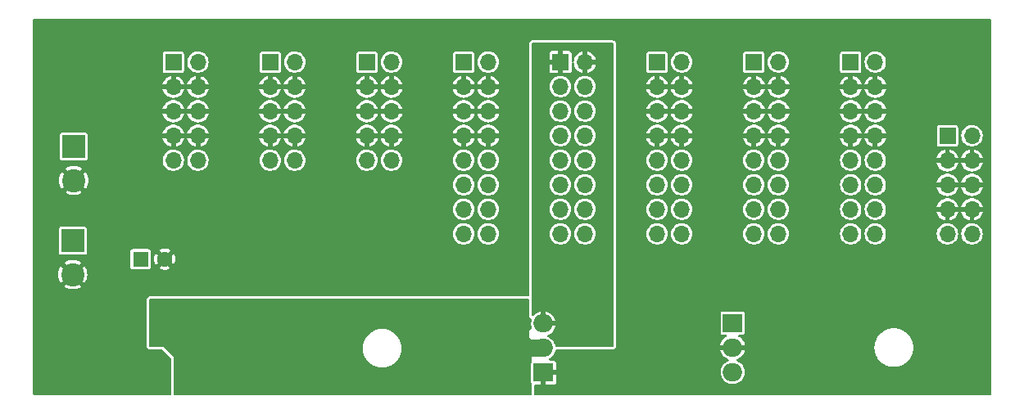
<source format=gbr>
%TF.GenerationSoftware,KiCad,Pcbnew,8.0.0*%
%TF.CreationDate,2024-09-10T09:18:46-07:00*%
%TF.ProjectId,power_v2,706f7765-725f-4763-922e-6b696361645f,rev?*%
%TF.SameCoordinates,Original*%
%TF.FileFunction,Copper,L2,Bot*%
%TF.FilePolarity,Positive*%
%FSLAX46Y46*%
G04 Gerber Fmt 4.6, Leading zero omitted, Abs format (unit mm)*
G04 Created by KiCad (PCBNEW 8.0.0) date 2024-09-10 09:18:46*
%MOMM*%
%LPD*%
G01*
G04 APERTURE LIST*
%TA.AperFunction,ComponentPad*%
%ADD10R,1.700000X1.700000*%
%TD*%
%TA.AperFunction,ComponentPad*%
%ADD11O,1.700000X1.700000*%
%TD*%
%TA.AperFunction,ComponentPad*%
%ADD12R,2.000000X1.905000*%
%TD*%
%TA.AperFunction,ComponentPad*%
%ADD13O,2.000000X1.905000*%
%TD*%
%TA.AperFunction,ComponentPad*%
%ADD14C,6.400000*%
%TD*%
%TA.AperFunction,ComponentPad*%
%ADD15R,1.600000X1.600000*%
%TD*%
%TA.AperFunction,ComponentPad*%
%ADD16C,1.600000*%
%TD*%
%TA.AperFunction,ComponentPad*%
%ADD17R,2.400000X2.400000*%
%TD*%
%TA.AperFunction,ComponentPad*%
%ADD18C,2.400000*%
%TD*%
%TA.AperFunction,ViaPad*%
%ADD19C,0.600000*%
%TD*%
%TA.AperFunction,Conductor*%
%ADD20C,1.800000*%
%TD*%
G04 APERTURE END LIST*
D10*
%TO.P,J7,1,Pin_1*%
%TO.N,-12V*%
X145000000Y-80000000D03*
D11*
%TO.P,J7,2,Pin_2*%
X147540000Y-80000000D03*
%TO.P,J7,3,Pin_3*%
%TO.N,GND*%
X145000000Y-82540000D03*
%TO.P,J7,4,Pin_4*%
X147540000Y-82540000D03*
%TO.P,J7,5,Pin_5*%
X145000000Y-85080000D03*
%TO.P,J7,6,Pin_6*%
X147540000Y-85080000D03*
%TO.P,J7,7,Pin_7*%
X145000000Y-87620000D03*
%TO.P,J7,8,Pin_8*%
X147540000Y-87620000D03*
%TO.P,J7,9,Pin_9*%
%TO.N,+12V*%
X145000000Y-90160000D03*
%TO.P,J7,10,Pin_10*%
X147540000Y-90160000D03*
%TO.P,J7,11,Pin_11*%
%TO.N,unconnected-(J7-Pin_11-Pad11)*%
X145000000Y-92700000D03*
%TO.P,J7,12,Pin_12*%
%TO.N,unconnected-(J7-Pin_12-Pad12)*%
X147540000Y-92700000D03*
%TO.P,J7,13,Pin_13*%
%TO.N,unconnected-(J7-Pin_13-Pad13)*%
X145000000Y-95240000D03*
%TO.P,J7,14,Pin_14*%
%TO.N,unconnected-(J7-Pin_14-Pad14)*%
X147540000Y-95240000D03*
%TO.P,J7,15,Pin_15*%
%TO.N,unconnected-(J7-Pin_15-Pad15)*%
X145000000Y-97780000D03*
%TO.P,J7,16,Pin_16*%
%TO.N,unconnected-(J7-Pin_16-Pad16)*%
X147540000Y-97780000D03*
%TD*%
D12*
%TO.P,U3,1,GND*%
%TO.N,GND*%
X153230000Y-112140000D03*
D13*
%TO.P,U3,2,VI*%
%TO.N,-15V*%
X153230000Y-109600000D03*
%TO.P,U3,3,VO*%
%TO.N,-12V*%
X153230000Y-107060000D03*
%TD*%
D14*
%TO.P,H1,1*%
%TO.N,GND*%
X104000000Y-79000000D03*
%TD*%
D15*
%TO.P,C3,1*%
%TO.N,+15V*%
X111617621Y-100400000D03*
D16*
%TO.P,C3,2*%
%TO.N,GND*%
X114117621Y-100400000D03*
%TD*%
D17*
%TO.P,J4,1,Pin_1*%
%TO.N,+15V*%
X104600000Y-98500000D03*
D18*
%TO.P,J4,2,Pin_2*%
%TO.N,GND*%
X104600000Y-102000000D03*
%TD*%
D14*
%TO.P,H4,1*%
%TO.N,GND*%
X196000000Y-111000000D03*
%TD*%
D10*
%TO.P,J9,1,Pin_1*%
%TO.N,-12V*%
X155000000Y-80000000D03*
D11*
%TO.P,J9,2,Pin_2*%
X157540000Y-80000000D03*
%TO.P,J9,3,Pin_3*%
%TO.N,GND*%
X155000000Y-82540000D03*
%TO.P,J9,4,Pin_4*%
X157540000Y-82540000D03*
%TO.P,J9,5,Pin_5*%
X155000000Y-85080000D03*
%TO.P,J9,6,Pin_6*%
X157540000Y-85080000D03*
%TO.P,J9,7,Pin_7*%
X155000000Y-87620000D03*
%TO.P,J9,8,Pin_8*%
X157540000Y-87620000D03*
%TO.P,J9,9,Pin_9*%
%TO.N,+12V*%
X155000000Y-90160000D03*
%TO.P,J9,10,Pin_10*%
X157540000Y-90160000D03*
%TO.P,J9,11,Pin_11*%
%TO.N,unconnected-(J9-Pin_11-Pad11)*%
X155000000Y-92700000D03*
%TO.P,J9,12,Pin_12*%
%TO.N,unconnected-(J9-Pin_12-Pad12)*%
X157540000Y-92700000D03*
%TO.P,J9,13,Pin_13*%
%TO.N,unconnected-(J9-Pin_13-Pad13)*%
X155000000Y-95240000D03*
%TO.P,J9,14,Pin_14*%
%TO.N,unconnected-(J9-Pin_14-Pad14)*%
X157540000Y-95240000D03*
%TO.P,J9,15,Pin_15*%
%TO.N,unconnected-(J9-Pin_15-Pad15)*%
X155000000Y-97780000D03*
%TO.P,J9,16,Pin_16*%
%TO.N,unconnected-(J9-Pin_16-Pad16)*%
X157540000Y-97780000D03*
%TD*%
D10*
%TO.P,J11,1,Pin_1*%
%TO.N,-12V*%
X165000000Y-80000000D03*
D11*
%TO.P,J11,2,Pin_2*%
X167540000Y-80000000D03*
%TO.P,J11,3,Pin_3*%
%TO.N,GND*%
X165000000Y-82540000D03*
%TO.P,J11,4,Pin_4*%
X167540000Y-82540000D03*
%TO.P,J11,5,Pin_5*%
X165000000Y-85080000D03*
%TO.P,J11,6,Pin_6*%
X167540000Y-85080000D03*
%TO.P,J11,7,Pin_7*%
X165000000Y-87620000D03*
%TO.P,J11,8,Pin_8*%
X167540000Y-87620000D03*
%TO.P,J11,9,Pin_9*%
%TO.N,+12V*%
X165000000Y-90160000D03*
%TO.P,J11,10,Pin_10*%
X167540000Y-90160000D03*
%TO.P,J11,11,Pin_11*%
%TO.N,unconnected-(J11-Pin_11-Pad11)*%
X165000000Y-92700000D03*
%TO.P,J11,12,Pin_12*%
%TO.N,unconnected-(J11-Pin_12-Pad12)*%
X167540000Y-92700000D03*
%TO.P,J11,13,Pin_13*%
%TO.N,unconnected-(J11-Pin_13-Pad13)*%
X165000000Y-95240000D03*
%TO.P,J11,14,Pin_14*%
%TO.N,unconnected-(J11-Pin_14-Pad14)*%
X167540000Y-95240000D03*
%TO.P,J11,15,Pin_15*%
%TO.N,unconnected-(J11-Pin_15-Pad15)*%
X165000000Y-97780000D03*
%TO.P,J11,16,Pin_16*%
%TO.N,unconnected-(J11-Pin_16-Pad16)*%
X167540000Y-97780000D03*
%TD*%
D10*
%TO.P,J10,1,Pin_1*%
%TO.N,-12V*%
X125000000Y-80000000D03*
D11*
%TO.P,J10,2,Pin_2*%
X127540000Y-80000000D03*
%TO.P,J10,3,Pin_3*%
%TO.N,GND*%
X125000000Y-82540000D03*
%TO.P,J10,4,Pin_4*%
X127540000Y-82540000D03*
%TO.P,J10,5,Pin_5*%
X125000000Y-85080000D03*
%TO.P,J10,6,Pin_6*%
X127540000Y-85080000D03*
%TO.P,J10,7,Pin_7*%
X125000000Y-87620000D03*
%TO.P,J10,8,Pin_8*%
X127540000Y-87620000D03*
%TO.P,J10,9,Pin_9*%
%TO.N,+12V*%
X125000000Y-90160000D03*
%TO.P,J10,10,Pin_10*%
X127540000Y-90160000D03*
%TD*%
D10*
%TO.P,J12,1,Pin_1*%
%TO.N,-12V*%
X115000000Y-80000000D03*
D11*
%TO.P,J12,2,Pin_2*%
X117540000Y-80000000D03*
%TO.P,J12,3,Pin_3*%
%TO.N,GND*%
X115000000Y-82540000D03*
%TO.P,J12,4,Pin_4*%
X117540000Y-82540000D03*
%TO.P,J12,5,Pin_5*%
X115000000Y-85080000D03*
%TO.P,J12,6,Pin_6*%
X117540000Y-85080000D03*
%TO.P,J12,7,Pin_7*%
X115000000Y-87620000D03*
%TO.P,J12,8,Pin_8*%
X117540000Y-87620000D03*
%TO.P,J12,9,Pin_9*%
%TO.N,+12V*%
X115000000Y-90160000D03*
%TO.P,J12,10,Pin_10*%
X117540000Y-90160000D03*
%TD*%
D10*
%TO.P,J8,1,Pin_1*%
%TO.N,-12V*%
X195000000Y-87620000D03*
D11*
%TO.P,J8,2,Pin_2*%
X197540000Y-87620000D03*
%TO.P,J8,3,Pin_3*%
%TO.N,GND*%
X195000000Y-90160000D03*
%TO.P,J8,4,Pin_4*%
X197540000Y-90160000D03*
%TO.P,J8,5,Pin_5*%
X195000000Y-92700000D03*
%TO.P,J8,6,Pin_6*%
X197540000Y-92700000D03*
%TO.P,J8,7,Pin_7*%
X195000000Y-95240000D03*
%TO.P,J8,8,Pin_8*%
X197540000Y-95240000D03*
%TO.P,J8,9,Pin_9*%
%TO.N,+12V*%
X195000000Y-97780000D03*
%TO.P,J8,10,Pin_10*%
X197540000Y-97780000D03*
%TD*%
D12*
%TO.P,U2,1,VI*%
%TO.N,+15V*%
X172800000Y-107000000D03*
D13*
%TO.P,U2,2,GND*%
%TO.N,GND*%
X172800000Y-109540000D03*
%TO.P,U2,3,VO*%
%TO.N,+12V*%
X172800000Y-112080000D03*
%TD*%
D17*
%TO.P,J5,1,Pin_1*%
%TO.N,+15V*%
X104700000Y-88750000D03*
D18*
%TO.P,J5,2,Pin_2*%
%TO.N,GND*%
X104700000Y-92250000D03*
%TD*%
D14*
%TO.P,H3,1*%
%TO.N,GND*%
X196000000Y-79000000D03*
%TD*%
D10*
%TO.P,J15,1,Pin_1*%
%TO.N,-12V*%
X185000000Y-80000000D03*
D11*
%TO.P,J15,2,Pin_2*%
X187540000Y-80000000D03*
%TO.P,J15,3,Pin_3*%
%TO.N,GND*%
X185000000Y-82540000D03*
%TO.P,J15,4,Pin_4*%
X187540000Y-82540000D03*
%TO.P,J15,5,Pin_5*%
X185000000Y-85080000D03*
%TO.P,J15,6,Pin_6*%
X187540000Y-85080000D03*
%TO.P,J15,7,Pin_7*%
X185000000Y-87620000D03*
%TO.P,J15,8,Pin_8*%
X187540000Y-87620000D03*
%TO.P,J15,9,Pin_9*%
%TO.N,+12V*%
X185000000Y-90160000D03*
%TO.P,J15,10,Pin_10*%
X187540000Y-90160000D03*
%TO.P,J15,11,Pin_11*%
%TO.N,unconnected-(J15-Pin_11-Pad11)*%
X185000000Y-92700000D03*
%TO.P,J15,12,Pin_12*%
%TO.N,unconnected-(J15-Pin_12-Pad12)*%
X187540000Y-92700000D03*
%TO.P,J15,13,Pin_13*%
%TO.N,unconnected-(J15-Pin_13-Pad13)*%
X185000000Y-95240000D03*
%TO.P,J15,14,Pin_14*%
%TO.N,unconnected-(J15-Pin_14-Pad14)*%
X187540000Y-95240000D03*
%TO.P,J15,15,Pin_15*%
%TO.N,unconnected-(J15-Pin_15-Pad15)*%
X185000000Y-97780000D03*
%TO.P,J15,16,Pin_16*%
%TO.N,unconnected-(J15-Pin_16-Pad16)*%
X187540000Y-97780000D03*
%TD*%
D10*
%TO.P,J13,1,Pin_1*%
%TO.N,-12V*%
X175000000Y-80000000D03*
D11*
%TO.P,J13,2,Pin_2*%
X177540000Y-80000000D03*
%TO.P,J13,3,Pin_3*%
%TO.N,GND*%
X175000000Y-82540000D03*
%TO.P,J13,4,Pin_4*%
X177540000Y-82540000D03*
%TO.P,J13,5,Pin_5*%
X175000000Y-85080000D03*
%TO.P,J13,6,Pin_6*%
X177540000Y-85080000D03*
%TO.P,J13,7,Pin_7*%
X175000000Y-87620000D03*
%TO.P,J13,8,Pin_8*%
X177540000Y-87620000D03*
%TO.P,J13,9,Pin_9*%
%TO.N,+12V*%
X175000000Y-90160000D03*
%TO.P,J13,10,Pin_10*%
X177540000Y-90160000D03*
%TO.P,J13,11,Pin_11*%
%TO.N,unconnected-(J13-Pin_11-Pad11)*%
X175000000Y-92700000D03*
%TO.P,J13,12,Pin_12*%
%TO.N,unconnected-(J13-Pin_12-Pad12)*%
X177540000Y-92700000D03*
%TO.P,J13,13,Pin_13*%
%TO.N,unconnected-(J13-Pin_13-Pad13)*%
X175000000Y-95240000D03*
%TO.P,J13,14,Pin_14*%
%TO.N,unconnected-(J13-Pin_14-Pad14)*%
X177540000Y-95240000D03*
%TO.P,J13,15,Pin_15*%
%TO.N,unconnected-(J13-Pin_15-Pad15)*%
X175000000Y-97780000D03*
%TO.P,J13,16,Pin_16*%
%TO.N,unconnected-(J13-Pin_16-Pad16)*%
X177540000Y-97780000D03*
%TD*%
D14*
%TO.P,H2,1*%
%TO.N,GND*%
X104000000Y-111000000D03*
%TD*%
D10*
%TO.P,J14,1,Pin_1*%
%TO.N,-12V*%
X135000000Y-80000000D03*
D11*
%TO.P,J14,2,Pin_2*%
X137540000Y-80000000D03*
%TO.P,J14,3,Pin_3*%
%TO.N,GND*%
X135000000Y-82540000D03*
%TO.P,J14,4,Pin_4*%
X137540000Y-82540000D03*
%TO.P,J14,5,Pin_5*%
X135000000Y-85080000D03*
%TO.P,J14,6,Pin_6*%
X137540000Y-85080000D03*
%TO.P,J14,7,Pin_7*%
X135000000Y-87620000D03*
%TO.P,J14,8,Pin_8*%
X137540000Y-87620000D03*
%TO.P,J14,9,Pin_9*%
%TO.N,+12V*%
X135000000Y-90160000D03*
%TO.P,J14,10,Pin_10*%
X137540000Y-90160000D03*
%TD*%
D19*
%TO.N,-12V*%
X157600000Y-105800000D03*
X153600000Y-105000000D03*
X152600000Y-105000000D03*
X154600000Y-105000000D03*
X157600000Y-105000000D03*
%TO.N,-15V*%
X118200000Y-110200000D03*
X115600000Y-106400000D03*
X118200000Y-114200000D03*
X137000000Y-107000000D03*
X118200000Y-112200000D03*
X139400000Y-111000000D03*
X119400000Y-113200000D03*
X140600000Y-106000000D03*
X135800000Y-106000000D03*
X113200000Y-105400000D03*
X134400000Y-114000000D03*
X126400000Y-112000000D03*
X118200000Y-109200000D03*
X135800000Y-105000000D03*
X116800000Y-106400000D03*
X119400000Y-112200000D03*
X140600000Y-110000000D03*
X140600000Y-108000000D03*
X137000000Y-105000000D03*
X140600000Y-112000000D03*
X140600000Y-113000000D03*
X137000000Y-113000000D03*
X127600000Y-112000000D03*
X116800000Y-107400000D03*
X134400000Y-113000000D03*
X140600000Y-107000000D03*
X119400000Y-111200000D03*
X140600000Y-114000000D03*
X118200000Y-113200000D03*
X134600000Y-105000000D03*
X139400000Y-113000000D03*
X113200000Y-106400000D03*
X119400000Y-109200000D03*
X139400000Y-107000000D03*
X134400000Y-112000000D03*
X137000000Y-112000000D03*
X118200000Y-108200000D03*
X119400000Y-110200000D03*
X126400000Y-113000000D03*
X140600000Y-111000000D03*
X139400000Y-108000000D03*
X137000000Y-106000000D03*
X135800000Y-107000000D03*
X138200000Y-107000000D03*
X139400000Y-112000000D03*
X119400000Y-114200000D03*
X116800000Y-105400000D03*
X138200000Y-114000000D03*
X137000000Y-114000000D03*
X134600000Y-107000000D03*
X127600000Y-113000000D03*
X139400000Y-106000000D03*
X113200000Y-107400000D03*
X115600000Y-105400000D03*
X127600000Y-114000000D03*
X138200000Y-106000000D03*
X135600000Y-113000000D03*
X114400000Y-105400000D03*
X139400000Y-109000000D03*
X135600000Y-112000000D03*
X139400000Y-105000000D03*
X114400000Y-107400000D03*
X115600000Y-107400000D03*
X138200000Y-113000000D03*
X138200000Y-112000000D03*
X114400000Y-106400000D03*
X135600000Y-114000000D03*
X118200000Y-111200000D03*
X126400000Y-114000000D03*
X138200000Y-105000000D03*
X134600000Y-106000000D03*
X140600000Y-105000000D03*
X139400000Y-114000000D03*
X139400000Y-110000000D03*
X140600000Y-109000000D03*
%TO.N,GND*%
X185100000Y-114200000D03*
X186100000Y-109900000D03*
X187200000Y-114200000D03*
X124000000Y-99400000D03*
X109000000Y-112400000D03*
X121000000Y-100200000D03*
X189400000Y-104800000D03*
X186100000Y-105800000D03*
X111600000Y-112400000D03*
X119000000Y-98600000D03*
X186100000Y-114200000D03*
X120000000Y-99400000D03*
X162600000Y-108200000D03*
X186100000Y-106800000D03*
X187200000Y-105800000D03*
X185100000Y-105800000D03*
X190500000Y-114200000D03*
X122000000Y-99400000D03*
X125800000Y-96600000D03*
X126600000Y-100200000D03*
X186100000Y-108900000D03*
X163800000Y-110200000D03*
X119000000Y-96200000D03*
X109000000Y-113200000D03*
X185100000Y-104800000D03*
X186100000Y-111000000D03*
X163800000Y-108200000D03*
X118200000Y-99800000D03*
X122000000Y-100200000D03*
X189400000Y-114200000D03*
X125000000Y-99400000D03*
X119000000Y-100200000D03*
X163400000Y-113800000D03*
X188300000Y-112200000D03*
X126600000Y-97800000D03*
X188300000Y-105800000D03*
X163400000Y-111800000D03*
X125800000Y-97400000D03*
X190500000Y-112200000D03*
X185100000Y-107900000D03*
X186100000Y-104800000D03*
X191600000Y-112200000D03*
X185100000Y-113200000D03*
X162600000Y-110200000D03*
X189400000Y-112200000D03*
X121000000Y-99400000D03*
X125000000Y-98600000D03*
X187200000Y-107900000D03*
X163300000Y-104800000D03*
X163400000Y-112800000D03*
X188300000Y-104800000D03*
X189400000Y-113200000D03*
X163300000Y-105800000D03*
X125000000Y-100200000D03*
X118200000Y-98200000D03*
X119000000Y-97000000D03*
X187200000Y-104800000D03*
X110800000Y-112400000D03*
X127800000Y-99800000D03*
X185100000Y-111000000D03*
X125000000Y-97800000D03*
X188300000Y-114200000D03*
X190500000Y-106800000D03*
X124000000Y-100200000D03*
X185100000Y-108900000D03*
X118200000Y-99000000D03*
X188300000Y-113200000D03*
X185100000Y-106800000D03*
X187200000Y-112200000D03*
X123000000Y-100200000D03*
X119000000Y-99400000D03*
X190500000Y-105800000D03*
X123000000Y-99400000D03*
X190500000Y-113200000D03*
X131400000Y-99800000D03*
X119000000Y-97800000D03*
X109000000Y-114000000D03*
X187200000Y-113200000D03*
X135000000Y-99800000D03*
X191600000Y-114200000D03*
X189400000Y-105800000D03*
X138800000Y-99800000D03*
X186100000Y-112200000D03*
X126600000Y-98600000D03*
X191600000Y-106800000D03*
X187200000Y-106800000D03*
X191600000Y-104800000D03*
X110000000Y-85312500D03*
X120000000Y-100200000D03*
X118200000Y-96600000D03*
X131962500Y-101000000D03*
X189400000Y-106800000D03*
X126600000Y-99400000D03*
X191600000Y-105800000D03*
X125000000Y-97000000D03*
X190500000Y-104800000D03*
X110000000Y-112400000D03*
X186100000Y-107900000D03*
X163300000Y-106800000D03*
X186100000Y-113200000D03*
X125000000Y-96200000D03*
X125800000Y-99800000D03*
X163800000Y-109200000D03*
X191600000Y-113200000D03*
X185100000Y-112200000D03*
X188300000Y-106800000D03*
X187200000Y-111000000D03*
X125800000Y-99000000D03*
X125800000Y-98200000D03*
X185100000Y-109900000D03*
X118200000Y-97400000D03*
X162600000Y-109200000D03*
%TD*%
D20*
%TO.N,-15V*%
X153230000Y-109600000D02*
X151100000Y-109600000D01*
%TD*%
%TA.AperFunction,Conductor*%
%TO.N,-15V*%
G36*
X151687539Y-104519685D02*
G01*
X151733294Y-104572489D01*
X151744500Y-104624000D01*
X151744500Y-106175066D01*
X151746164Y-106204167D01*
X151746165Y-106204182D01*
X151746166Y-106204186D01*
X151749389Y-106232272D01*
X151749603Y-106234080D01*
X151780748Y-106328781D01*
X151780749Y-106328783D01*
X151780752Y-106328790D01*
X151815103Y-106389616D01*
X151815108Y-106389625D01*
X151840946Y-106427123D01*
X151840946Y-106427124D01*
X151918344Y-106489952D01*
X151918346Y-106489953D01*
X151933866Y-106498142D01*
X151983971Y-106546835D01*
X152000000Y-106607812D01*
X152000000Y-106826133D01*
X151998473Y-106845531D01*
X151979500Y-106965322D01*
X151979500Y-107154677D01*
X151998473Y-107274467D01*
X152000000Y-107293865D01*
X152000000Y-107512970D01*
X151980315Y-107580009D01*
X151937360Y-107620724D01*
X151905178Y-107639049D01*
X151905173Y-107639053D01*
X151852371Y-107684805D01*
X151820743Y-107717582D01*
X151774534Y-107805919D01*
X151774533Y-107805919D01*
X151754851Y-107872951D01*
X151754848Y-107872963D01*
X151744500Y-107944940D01*
X151744500Y-108325502D01*
X151750338Y-108379812D01*
X151761543Y-108431318D01*
X151761546Y-108431327D01*
X151768779Y-108457692D01*
X151768783Y-108457703D01*
X151818105Y-108544318D01*
X151818110Y-108544325D01*
X151818112Y-108544328D01*
X151836575Y-108565635D01*
X151863863Y-108597128D01*
X151863866Y-108597131D01*
X151863867Y-108597132D01*
X151896641Y-108628757D01*
X151933476Y-108648025D01*
X151983755Y-108696541D01*
X152000000Y-108757900D01*
X152000000Y-109166546D01*
X151993931Y-109204864D01*
X151960841Y-109306704D01*
X151953984Y-109350000D01*
X152000000Y-109350000D01*
X152000000Y-109850000D01*
X151953984Y-109850000D01*
X151960840Y-109893294D01*
X151993931Y-109995133D01*
X152000000Y-110033452D01*
X152000000Y-111050691D01*
X151994680Y-111077437D01*
X151996416Y-111077783D01*
X151979500Y-111162823D01*
X151979500Y-113117176D01*
X151996417Y-113202219D01*
X151994680Y-113202564D01*
X152000000Y-113229308D01*
X152000000Y-114375500D01*
X151980315Y-114442539D01*
X151927511Y-114488294D01*
X151876000Y-114499500D01*
X115124000Y-114499500D01*
X115056961Y-114479815D01*
X115011206Y-114427011D01*
X115000000Y-114375500D01*
X115000000Y-110500000D01*
X114100001Y-109600001D01*
X134564390Y-109600001D01*
X134569184Y-109667028D01*
X134569500Y-109675874D01*
X134569500Y-109731123D01*
X134578360Y-109798429D01*
X134579105Y-109805764D01*
X134584803Y-109885425D01*
X134584805Y-109885438D01*
X134596398Y-109938728D01*
X134598171Y-109948897D01*
X134603731Y-109991121D01*
X134624570Y-110068895D01*
X134625961Y-110074629D01*
X134645629Y-110165042D01*
X134660268Y-110204292D01*
X134663859Y-110215525D01*
X134671601Y-110244417D01*
X134707254Y-110330491D01*
X134708875Y-110334609D01*
X134745633Y-110433160D01*
X134745637Y-110433170D01*
X134759633Y-110458803D01*
X134765358Y-110470769D01*
X134771952Y-110486688D01*
X134771960Y-110486704D01*
X134824869Y-110578345D01*
X134826314Y-110580918D01*
X134882773Y-110684315D01*
X134892671Y-110697536D01*
X134900789Y-110709843D01*
X134903076Y-110713803D01*
X134975284Y-110807906D01*
X134975978Y-110808821D01*
X135054254Y-110913385D01*
X135054262Y-110913396D01*
X135054270Y-110913405D01*
X135256591Y-111115726D01*
X135256599Y-111115733D01*
X135256605Y-111115739D01*
X135256608Y-111115741D01*
X135256609Y-111115742D01*
X135361034Y-111193913D01*
X135362211Y-111194805D01*
X135456194Y-111266922D01*
X135460156Y-111269210D01*
X135472460Y-111277326D01*
X135485685Y-111287226D01*
X135557282Y-111326321D01*
X135589080Y-111343684D01*
X135591653Y-111345129D01*
X135683299Y-111398041D01*
X135683314Y-111398048D01*
X135699228Y-111404640D01*
X135711201Y-111410367D01*
X135736839Y-111424367D01*
X135835412Y-111461132D01*
X135839499Y-111462741D01*
X135925567Y-111498393D01*
X135925590Y-111498401D01*
X135944248Y-111503399D01*
X135954469Y-111506137D01*
X135965701Y-111509727D01*
X136004954Y-111524369D01*
X136004955Y-111524369D01*
X136004960Y-111524371D01*
X136083580Y-111541473D01*
X136095348Y-111544033D01*
X136095358Y-111544035D01*
X136101072Y-111545420D01*
X136178884Y-111566270D01*
X136221124Y-111571830D01*
X136231237Y-111573593D01*
X136284572Y-111585196D01*
X136364243Y-111590893D01*
X136371547Y-111591634D01*
X136438880Y-111600500D01*
X136494124Y-111600500D01*
X136502970Y-111600816D01*
X136569999Y-111605610D01*
X136570000Y-111605610D01*
X136570001Y-111605610D01*
X136637030Y-111600816D01*
X136645876Y-111600500D01*
X136701114Y-111600500D01*
X136701120Y-111600500D01*
X136768448Y-111591635D01*
X136775758Y-111590893D01*
X136855428Y-111585196D01*
X136908770Y-111573591D01*
X136918869Y-111571831D01*
X136961116Y-111566270D01*
X137038918Y-111545422D01*
X137044595Y-111544044D01*
X137135046Y-111524369D01*
X137174303Y-111509725D01*
X137185510Y-111506143D01*
X137214419Y-111498398D01*
X137241113Y-111487340D01*
X137300508Y-111462738D01*
X137304612Y-111461122D01*
X137403161Y-111424367D01*
X137428804Y-111410363D01*
X137440763Y-111404642D01*
X137456697Y-111398043D01*
X137548435Y-111345076D01*
X137550868Y-111343711D01*
X137654315Y-111287226D01*
X137667546Y-111277319D01*
X137679850Y-111269205D01*
X137683803Y-111266924D01*
X137777810Y-111194787D01*
X137778892Y-111193967D01*
X137883395Y-111115739D01*
X138085739Y-110913395D01*
X138163967Y-110808892D01*
X138164816Y-110807773D01*
X138236924Y-110713803D01*
X138239205Y-110709850D01*
X138247319Y-110697546D01*
X138257226Y-110684315D01*
X138313711Y-110580868D01*
X138315076Y-110578435D01*
X138368043Y-110486697D01*
X138374642Y-110470763D01*
X138380365Y-110458803D01*
X138394367Y-110433161D01*
X138431124Y-110334609D01*
X138432738Y-110330508D01*
X138468395Y-110244426D01*
X138468394Y-110244426D01*
X138468398Y-110244419D01*
X138476143Y-110215510D01*
X138479725Y-110204303D01*
X138494369Y-110165046D01*
X138514044Y-110074595D01*
X138515425Y-110068909D01*
X138515429Y-110068895D01*
X138536270Y-109991116D01*
X138541831Y-109948869D01*
X138543591Y-109938770D01*
X138555196Y-109885428D01*
X138560893Y-109805758D01*
X138561637Y-109798432D01*
X138561638Y-109798429D01*
X138570500Y-109731120D01*
X138570500Y-109675874D01*
X138570816Y-109667028D01*
X138575610Y-109600001D01*
X138575610Y-109599998D01*
X138570816Y-109532970D01*
X138570500Y-109524124D01*
X138570500Y-109468880D01*
X138567749Y-109447985D01*
X138561634Y-109401547D01*
X138560893Y-109394234D01*
X138555196Y-109314572D01*
X138543593Y-109261237D01*
X138541830Y-109251124D01*
X138536270Y-109208884D01*
X138515420Y-109131072D01*
X138514035Y-109125358D01*
X138494371Y-109034960D01*
X138494369Y-109034954D01*
X138479727Y-108995701D01*
X138476136Y-108984463D01*
X138468401Y-108955590D01*
X138468393Y-108955567D01*
X138432741Y-108869499D01*
X138431132Y-108865412D01*
X138394367Y-108766839D01*
X138380362Y-108741190D01*
X138374640Y-108729228D01*
X138368048Y-108713314D01*
X138368041Y-108713299D01*
X138315129Y-108621653D01*
X138313684Y-108619080D01*
X138257229Y-108515691D01*
X138257226Y-108515685D01*
X138247326Y-108502460D01*
X138239210Y-108490156D01*
X138237730Y-108487594D01*
X138236924Y-108486197D01*
X138236922Y-108486195D01*
X138236922Y-108486194D01*
X138164805Y-108392211D01*
X138163913Y-108391034D01*
X138085742Y-108286609D01*
X138085741Y-108286608D01*
X138085739Y-108286605D01*
X138085734Y-108286600D01*
X138085726Y-108286591D01*
X137883405Y-108084270D01*
X137883396Y-108084262D01*
X137883383Y-108084252D01*
X137778821Y-108005978D01*
X137777906Y-108005284D01*
X137683803Y-107933076D01*
X137679843Y-107930789D01*
X137667536Y-107922671D01*
X137654315Y-107912773D01*
X137550918Y-107856314D01*
X137548345Y-107854869D01*
X137456704Y-107801960D01*
X137456688Y-107801952D01*
X137440769Y-107795358D01*
X137428803Y-107789633D01*
X137403170Y-107775637D01*
X137403163Y-107775634D01*
X137403161Y-107775633D01*
X137304596Y-107738870D01*
X137300491Y-107737254D01*
X137214417Y-107701601D01*
X137185525Y-107693859D01*
X137174292Y-107690268D01*
X137135042Y-107675629D01*
X137044629Y-107655961D01*
X137038895Y-107654570D01*
X136961121Y-107633731D01*
X136961118Y-107633730D01*
X136961116Y-107633730D01*
X136939450Y-107630877D01*
X136918897Y-107628171D01*
X136908728Y-107626398D01*
X136855438Y-107614805D01*
X136855425Y-107614803D01*
X136775764Y-107609105D01*
X136768429Y-107608360D01*
X136701123Y-107599500D01*
X136701120Y-107599500D01*
X136645876Y-107599500D01*
X136637030Y-107599184D01*
X136570001Y-107594390D01*
X136569999Y-107594390D01*
X136502970Y-107599184D01*
X136494124Y-107599500D01*
X136438877Y-107599500D01*
X136371569Y-107608360D01*
X136364234Y-107609105D01*
X136284574Y-107614803D01*
X136284557Y-107614806D01*
X136231269Y-107626398D01*
X136221101Y-107628171D01*
X136178876Y-107633731D01*
X136101102Y-107654570D01*
X136095369Y-107655961D01*
X136004953Y-107675630D01*
X136004946Y-107675632D01*
X135965712Y-107690266D01*
X135954479Y-107693857D01*
X135925582Y-107701601D01*
X135925576Y-107701603D01*
X135839516Y-107737250D01*
X135835399Y-107738870D01*
X135736841Y-107775631D01*
X135736837Y-107775633D01*
X135711190Y-107789636D01*
X135699233Y-107795357D01*
X135683302Y-107801957D01*
X135591656Y-107854868D01*
X135589085Y-107856312D01*
X135485681Y-107912776D01*
X135472454Y-107922677D01*
X135460156Y-107930789D01*
X135456210Y-107933067D01*
X135456195Y-107933077D01*
X135362196Y-108005204D01*
X135361022Y-108006093D01*
X135256615Y-108084252D01*
X135256594Y-108084270D01*
X135054270Y-108286594D01*
X135054252Y-108286615D01*
X134976093Y-108391022D01*
X134975204Y-108392196D01*
X134903077Y-108486195D01*
X134903067Y-108486210D01*
X134900789Y-108490156D01*
X134892677Y-108502454D01*
X134882776Y-108515681D01*
X134826312Y-108619085D01*
X134824868Y-108621656D01*
X134771957Y-108713302D01*
X134765357Y-108729233D01*
X134759636Y-108741190D01*
X134745633Y-108766837D01*
X134745631Y-108766841D01*
X134708870Y-108865399D01*
X134707250Y-108869516D01*
X134671603Y-108955576D01*
X134671601Y-108955582D01*
X134663857Y-108984479D01*
X134660266Y-108995712D01*
X134645632Y-109034946D01*
X134645630Y-109034953D01*
X134625961Y-109125369D01*
X134624570Y-109131102D01*
X134603731Y-109208876D01*
X134598171Y-109251101D01*
X134596398Y-109261269D01*
X134584806Y-109314557D01*
X134584803Y-109314574D01*
X134579105Y-109394234D01*
X134578360Y-109401569D01*
X134569500Y-109468876D01*
X134569500Y-109524124D01*
X134569184Y-109532970D01*
X134564390Y-109599998D01*
X134564390Y-109600001D01*
X114100001Y-109600001D01*
X114000000Y-109500000D01*
X112624000Y-109500000D01*
X112556961Y-109480315D01*
X112511206Y-109427511D01*
X112500000Y-109376000D01*
X112500000Y-104624000D01*
X112519685Y-104556961D01*
X112572489Y-104511206D01*
X112624000Y-104500000D01*
X151620500Y-104500000D01*
X151687539Y-104519685D01*
G37*
%TD.AperFunction*%
%TD*%
%TA.AperFunction,Conductor*%
%TO.N,GND*%
G36*
X199442539Y-75520185D02*
G01*
X199488294Y-75572989D01*
X199499500Y-75624500D01*
X199499500Y-114375500D01*
X199479815Y-114442539D01*
X199427011Y-114488294D01*
X199375500Y-114499500D01*
X152379500Y-114499500D01*
X152312461Y-114479815D01*
X152266706Y-114427011D01*
X152255500Y-114375500D01*
X152255500Y-113516499D01*
X152275185Y-113449460D01*
X152327989Y-113403705D01*
X152379500Y-113392499D01*
X152980000Y-113392499D01*
X152980000Y-112630747D01*
X153017708Y-112652518D01*
X153157591Y-112690000D01*
X153302409Y-112690000D01*
X153442292Y-112652518D01*
X153480000Y-112630747D01*
X153480000Y-113392499D01*
X154274786Y-113392499D01*
X154274808Y-113392497D01*
X154299869Y-113389591D01*
X154299873Y-113389590D01*
X154402474Y-113344288D01*
X154402479Y-113344285D01*
X154481785Y-113264979D01*
X154481788Y-113264974D01*
X154527089Y-113162377D01*
X154527089Y-113162375D01*
X154529999Y-113137294D01*
X154530000Y-113137291D01*
X154530000Y-112390000D01*
X153720748Y-112390000D01*
X153742518Y-112352292D01*
X153780000Y-112212409D01*
X153780000Y-112067591D01*
X153742518Y-111927708D01*
X153720748Y-111890000D01*
X154529999Y-111890000D01*
X154529999Y-111142714D01*
X154529997Y-111142691D01*
X154527091Y-111117630D01*
X154527090Y-111117626D01*
X154481788Y-111015025D01*
X154481785Y-111015020D01*
X154402479Y-110935714D01*
X154402474Y-110935711D01*
X154299876Y-110890410D01*
X154274794Y-110887500D01*
X153916972Y-110887500D01*
X153849933Y-110867815D01*
X153804178Y-110815011D01*
X153794234Y-110745853D01*
X153823259Y-110682297D01*
X153860677Y-110653015D01*
X153866853Y-110649868D01*
X153908009Y-110628898D01*
X154061202Y-110517597D01*
X154195097Y-110383702D01*
X154306398Y-110230509D01*
X154392364Y-110061792D01*
X154450878Y-109881703D01*
X154454348Y-109859792D01*
X154484276Y-109796660D01*
X154494972Y-109790000D01*
X171523984Y-109790000D01*
X171530841Y-109833295D01*
X171591761Y-110020790D01*
X171681268Y-110196456D01*
X171797140Y-110355942D01*
X171797144Y-110355947D01*
X171936552Y-110495355D01*
X171936557Y-110495359D01*
X172096043Y-110611231D01*
X172271711Y-110700739D01*
X172325119Y-110718092D01*
X172382795Y-110757529D01*
X172409994Y-110821887D01*
X172398080Y-110890733D01*
X172350836Y-110942210D01*
X172325122Y-110953954D01*
X172290705Y-110965136D01*
X172121990Y-111051102D01*
X171968795Y-111162405D01*
X171834905Y-111296295D01*
X171723602Y-111449490D01*
X171637635Y-111618207D01*
X171637634Y-111618210D01*
X171579122Y-111798295D01*
X171549500Y-111985322D01*
X171549500Y-112174677D01*
X171579122Y-112361704D01*
X171637634Y-112541789D01*
X171637635Y-112541792D01*
X171694054Y-112652518D01*
X171723602Y-112710509D01*
X171834903Y-112863702D01*
X171968798Y-112997597D01*
X172121991Y-113108898D01*
X172177715Y-113137291D01*
X172290707Y-113194864D01*
X172290710Y-113194865D01*
X172380752Y-113224121D01*
X172470797Y-113253378D01*
X172657822Y-113283000D01*
X172657823Y-113283000D01*
X172942177Y-113283000D01*
X172942178Y-113283000D01*
X173129203Y-113253378D01*
X173309292Y-113194864D01*
X173478009Y-113108898D01*
X173631202Y-112997597D01*
X173765097Y-112863702D01*
X173876398Y-112710509D01*
X173962364Y-112541792D01*
X174020878Y-112361703D01*
X174050500Y-112174678D01*
X174050500Y-111985322D01*
X174020878Y-111798297D01*
X173988904Y-111699890D01*
X173962365Y-111618210D01*
X173962364Y-111618207D01*
X173894707Y-111485425D01*
X173876398Y-111449491D01*
X173765097Y-111296298D01*
X173631202Y-111162403D01*
X173478009Y-111051102D01*
X173309292Y-110965136D01*
X173274878Y-110953954D01*
X173217203Y-110914516D01*
X173190005Y-110850157D01*
X173201920Y-110781311D01*
X173249164Y-110729835D01*
X173274881Y-110718091D01*
X173328292Y-110700737D01*
X173503956Y-110611231D01*
X173663442Y-110495359D01*
X173663447Y-110495355D01*
X173802855Y-110355947D01*
X173802859Y-110355942D01*
X173918731Y-110196456D01*
X174008238Y-110020790D01*
X174069158Y-109833295D01*
X174076016Y-109790000D01*
X173290748Y-109790000D01*
X173312518Y-109752292D01*
X173350000Y-109612409D01*
X173350000Y-109540001D01*
X187454390Y-109540001D01*
X187459184Y-109607028D01*
X187459500Y-109615874D01*
X187459500Y-109671123D01*
X187468360Y-109738429D01*
X187469105Y-109745764D01*
X187474803Y-109825425D01*
X187474805Y-109825438D01*
X187486398Y-109878728D01*
X187488171Y-109888897D01*
X187493731Y-109931121D01*
X187514570Y-110008895D01*
X187515961Y-110014629D01*
X187535629Y-110105042D01*
X187550268Y-110144292D01*
X187553859Y-110155525D01*
X187561601Y-110184417D01*
X187597254Y-110270491D01*
X187598871Y-110274601D01*
X187629212Y-110355947D01*
X187635633Y-110373160D01*
X187635637Y-110373170D01*
X187649633Y-110398803D01*
X187655358Y-110410769D01*
X187661952Y-110426688D01*
X187661960Y-110426704D01*
X187714869Y-110518345D01*
X187716314Y-110520918D01*
X187772773Y-110624315D01*
X187782671Y-110637536D01*
X187790789Y-110649843D01*
X187793076Y-110653803D01*
X187865284Y-110747906D01*
X187865978Y-110748821D01*
X187920675Y-110821887D01*
X187944262Y-110853396D01*
X187944270Y-110853405D01*
X188146591Y-111055726D01*
X188146599Y-111055733D01*
X188146605Y-111055739D01*
X188146608Y-111055741D01*
X188146609Y-111055742D01*
X188251034Y-111133913D01*
X188252211Y-111134805D01*
X188346194Y-111206922D01*
X188350156Y-111209210D01*
X188362460Y-111217326D01*
X188375685Y-111227226D01*
X188447282Y-111266321D01*
X188479080Y-111283684D01*
X188481653Y-111285129D01*
X188573299Y-111338041D01*
X188573314Y-111338048D01*
X188589228Y-111344640D01*
X188601201Y-111350367D01*
X188626839Y-111364367D01*
X188725412Y-111401132D01*
X188729499Y-111402741D01*
X188815567Y-111438393D01*
X188815590Y-111438401D01*
X188834248Y-111443399D01*
X188844469Y-111446137D01*
X188855701Y-111449727D01*
X188894954Y-111464369D01*
X188894955Y-111464369D01*
X188894960Y-111464371D01*
X188973580Y-111481473D01*
X188985348Y-111484033D01*
X188985358Y-111484035D01*
X188991072Y-111485420D01*
X189068884Y-111506270D01*
X189111124Y-111511830D01*
X189121237Y-111513593D01*
X189174572Y-111525196D01*
X189254243Y-111530893D01*
X189261547Y-111531634D01*
X189328880Y-111540500D01*
X189384124Y-111540500D01*
X189392970Y-111540816D01*
X189459999Y-111545610D01*
X189460000Y-111545610D01*
X189460001Y-111545610D01*
X189527030Y-111540816D01*
X189535876Y-111540500D01*
X189591114Y-111540500D01*
X189591120Y-111540500D01*
X189658448Y-111531635D01*
X189665758Y-111530893D01*
X189745428Y-111525196D01*
X189798770Y-111513591D01*
X189808869Y-111511831D01*
X189851116Y-111506270D01*
X189928918Y-111485422D01*
X189934595Y-111484044D01*
X190025046Y-111464369D01*
X190064303Y-111449725D01*
X190075510Y-111446143D01*
X190104419Y-111438398D01*
X190131113Y-111427340D01*
X190190508Y-111402738D01*
X190194612Y-111401122D01*
X190293161Y-111364367D01*
X190318804Y-111350363D01*
X190330763Y-111344642D01*
X190346697Y-111338043D01*
X190438435Y-111285076D01*
X190440868Y-111283711D01*
X190544315Y-111227226D01*
X190557546Y-111217319D01*
X190569850Y-111209205D01*
X190573803Y-111206924D01*
X190667810Y-111134787D01*
X190668892Y-111133967D01*
X190773395Y-111055739D01*
X190975739Y-110853395D01*
X191053967Y-110748892D01*
X191054816Y-110747773D01*
X191126924Y-110653803D01*
X191129205Y-110649850D01*
X191137319Y-110637546D01*
X191147226Y-110624315D01*
X191203711Y-110520868D01*
X191205076Y-110518435D01*
X191258043Y-110426697D01*
X191264642Y-110410763D01*
X191270365Y-110398803D01*
X191284367Y-110373161D01*
X191321124Y-110274609D01*
X191322738Y-110270508D01*
X191358395Y-110184426D01*
X191358394Y-110184426D01*
X191358398Y-110184419D01*
X191366143Y-110155510D01*
X191369725Y-110144303D01*
X191384369Y-110105046D01*
X191404044Y-110014595D01*
X191405425Y-110008909D01*
X191405429Y-110008895D01*
X191426270Y-109931116D01*
X191431831Y-109888869D01*
X191433591Y-109878770D01*
X191445196Y-109825428D01*
X191450893Y-109745758D01*
X191451637Y-109738432D01*
X191451638Y-109738429D01*
X191460500Y-109671120D01*
X191460500Y-109615874D01*
X191460816Y-109607028D01*
X191465610Y-109540001D01*
X191465610Y-109539998D01*
X191460816Y-109472970D01*
X191460500Y-109464124D01*
X191460500Y-109408880D01*
X191456171Y-109376000D01*
X191451634Y-109341547D01*
X191450893Y-109334234D01*
X191445196Y-109254572D01*
X191433593Y-109201237D01*
X191431830Y-109191124D01*
X191426270Y-109148884D01*
X191405420Y-109071072D01*
X191404035Y-109065358D01*
X191384371Y-108974960D01*
X191384369Y-108974954D01*
X191369727Y-108935701D01*
X191366136Y-108924463D01*
X191358401Y-108895590D01*
X191358393Y-108895567D01*
X191322741Y-108809499D01*
X191321132Y-108805412D01*
X191284367Y-108706839D01*
X191270362Y-108681190D01*
X191264640Y-108669228D01*
X191258048Y-108653314D01*
X191258041Y-108653299D01*
X191205129Y-108561653D01*
X191203684Y-108559080D01*
X191147229Y-108455691D01*
X191147226Y-108455685D01*
X191137326Y-108442460D01*
X191129210Y-108430156D01*
X191127730Y-108427594D01*
X191126924Y-108426197D01*
X191126922Y-108426195D01*
X191126922Y-108426194D01*
X191054805Y-108332211D01*
X191053913Y-108331034D01*
X190975742Y-108226609D01*
X190975741Y-108226608D01*
X190975739Y-108226605D01*
X190975734Y-108226600D01*
X190975726Y-108226591D01*
X190773405Y-108024270D01*
X190773396Y-108024262D01*
X190773383Y-108024252D01*
X190668821Y-107945978D01*
X190667906Y-107945284D01*
X190573803Y-107873076D01*
X190569843Y-107870789D01*
X190557536Y-107862671D01*
X190544315Y-107852773D01*
X190440918Y-107796314D01*
X190438345Y-107794869D01*
X190346704Y-107741960D01*
X190346688Y-107741952D01*
X190330769Y-107735358D01*
X190318803Y-107729633D01*
X190293170Y-107715637D01*
X190293163Y-107715634D01*
X190293161Y-107715633D01*
X190194596Y-107678870D01*
X190190491Y-107677254D01*
X190104417Y-107641601D01*
X190075525Y-107633859D01*
X190064292Y-107630268D01*
X190025042Y-107615629D01*
X189934629Y-107595961D01*
X189928895Y-107594570D01*
X189851121Y-107573731D01*
X189851118Y-107573730D01*
X189851116Y-107573730D01*
X189829450Y-107570877D01*
X189808897Y-107568171D01*
X189798728Y-107566398D01*
X189745438Y-107554805D01*
X189745425Y-107554803D01*
X189665764Y-107549105D01*
X189658429Y-107548360D01*
X189591123Y-107539500D01*
X189591120Y-107539500D01*
X189535876Y-107539500D01*
X189527030Y-107539184D01*
X189460001Y-107534390D01*
X189459999Y-107534390D01*
X189392970Y-107539184D01*
X189384124Y-107539500D01*
X189328877Y-107539500D01*
X189261569Y-107548360D01*
X189254234Y-107549105D01*
X189174574Y-107554803D01*
X189174557Y-107554806D01*
X189121269Y-107566398D01*
X189111101Y-107568171D01*
X189068876Y-107573731D01*
X188991102Y-107594570D01*
X188985369Y-107595961D01*
X188894953Y-107615630D01*
X188894946Y-107615632D01*
X188855712Y-107630266D01*
X188844479Y-107633857D01*
X188815582Y-107641601D01*
X188815576Y-107641603D01*
X188729516Y-107677250D01*
X188725399Y-107678870D01*
X188626841Y-107715631D01*
X188626837Y-107715633D01*
X188601190Y-107729636D01*
X188589233Y-107735357D01*
X188573302Y-107741957D01*
X188481656Y-107794868D01*
X188479085Y-107796312D01*
X188375681Y-107852776D01*
X188362454Y-107862677D01*
X188350156Y-107870789D01*
X188346210Y-107873067D01*
X188346195Y-107873077D01*
X188252196Y-107945204D01*
X188251022Y-107946093D01*
X188146615Y-108024252D01*
X188146594Y-108024270D01*
X187944270Y-108226594D01*
X187944252Y-108226615D01*
X187866093Y-108331022D01*
X187865204Y-108332196D01*
X187793077Y-108426195D01*
X187793067Y-108426210D01*
X187790789Y-108430156D01*
X187782677Y-108442454D01*
X187772776Y-108455681D01*
X187716312Y-108559085D01*
X187714868Y-108561656D01*
X187661957Y-108653302D01*
X187655357Y-108669233D01*
X187649636Y-108681190D01*
X187635633Y-108706837D01*
X187635631Y-108706841D01*
X187598870Y-108805399D01*
X187597250Y-108809516D01*
X187561603Y-108895576D01*
X187561601Y-108895582D01*
X187553857Y-108924479D01*
X187550266Y-108935712D01*
X187535632Y-108974946D01*
X187535630Y-108974953D01*
X187515961Y-109065369D01*
X187514570Y-109071102D01*
X187493731Y-109148876D01*
X187488171Y-109191101D01*
X187486398Y-109201269D01*
X187474806Y-109254557D01*
X187474803Y-109254574D01*
X187469105Y-109334234D01*
X187468360Y-109341569D01*
X187459500Y-109408876D01*
X187459500Y-109464124D01*
X187459184Y-109472970D01*
X187454390Y-109539998D01*
X187454390Y-109540001D01*
X173350000Y-109540001D01*
X173350000Y-109467591D01*
X173312518Y-109327708D01*
X173290748Y-109290000D01*
X174076016Y-109290000D01*
X174069158Y-109246704D01*
X174008238Y-109059209D01*
X173918731Y-108883543D01*
X173802859Y-108724057D01*
X173802855Y-108724052D01*
X173663447Y-108584644D01*
X173663442Y-108584640D01*
X173503957Y-108468768D01*
X173442560Y-108437485D01*
X173391764Y-108389511D01*
X173374969Y-108321690D01*
X173397506Y-108255555D01*
X173452221Y-108212103D01*
X173498855Y-108203000D01*
X173824676Y-108203000D01*
X173824677Y-108202999D01*
X173897740Y-108188466D01*
X173980601Y-108133101D01*
X174035966Y-108050240D01*
X174050500Y-107977174D01*
X174050500Y-106022826D01*
X174050500Y-106022823D01*
X174050499Y-106022821D01*
X174035967Y-105949764D01*
X174035966Y-105949760D01*
X173980601Y-105866899D01*
X173897740Y-105811534D01*
X173897739Y-105811533D01*
X173897735Y-105811532D01*
X173824677Y-105797000D01*
X173824674Y-105797000D01*
X171775326Y-105797000D01*
X171775323Y-105797000D01*
X171702264Y-105811532D01*
X171702260Y-105811533D01*
X171619399Y-105866899D01*
X171564033Y-105949760D01*
X171564032Y-105949764D01*
X171549500Y-106022821D01*
X171549500Y-107977178D01*
X171564032Y-108050235D01*
X171564033Y-108050239D01*
X171564034Y-108050240D01*
X171619399Y-108133101D01*
X171702260Y-108188466D01*
X171702264Y-108188467D01*
X171775321Y-108202999D01*
X171775324Y-108203000D01*
X172101145Y-108203000D01*
X172168184Y-108222685D01*
X172213939Y-108275489D01*
X172223883Y-108344647D01*
X172194858Y-108408203D01*
X172157440Y-108437485D01*
X172096042Y-108468768D01*
X171936557Y-108584640D01*
X171936552Y-108584644D01*
X171797144Y-108724052D01*
X171797140Y-108724057D01*
X171681268Y-108883543D01*
X171591761Y-109059209D01*
X171530841Y-109246704D01*
X171523984Y-109290000D01*
X172309252Y-109290000D01*
X172287482Y-109327708D01*
X172250000Y-109467591D01*
X172250000Y-109612409D01*
X172287482Y-109752292D01*
X172309252Y-109790000D01*
X171523984Y-109790000D01*
X154494972Y-109790000D01*
X154543587Y-109759728D01*
X154581134Y-109755963D01*
X154581134Y-109755500D01*
X160376000Y-109755500D01*
X160430313Y-109749661D01*
X160481824Y-109738455D01*
X160508198Y-109731219D01*
X160537074Y-109714775D01*
X160594818Y-109681894D01*
X160594819Y-109681892D01*
X160594828Y-109681888D01*
X160647632Y-109636133D01*
X160679257Y-109603359D01*
X160725465Y-109515024D01*
X160727470Y-109508198D01*
X160735215Y-109481818D01*
X160745150Y-109447985D01*
X160755500Y-109376000D01*
X160755500Y-97780000D01*
X163894785Y-97780000D01*
X163913602Y-97983082D01*
X163969417Y-98179247D01*
X163969422Y-98179260D01*
X164060327Y-98361821D01*
X164183237Y-98524581D01*
X164333958Y-98661980D01*
X164333960Y-98661982D01*
X164433141Y-98723392D01*
X164507363Y-98769348D01*
X164697544Y-98843024D01*
X164898024Y-98880500D01*
X164898026Y-98880500D01*
X165101974Y-98880500D01*
X165101976Y-98880500D01*
X165302456Y-98843024D01*
X165492637Y-98769348D01*
X165666041Y-98661981D01*
X165816764Y-98524579D01*
X165939673Y-98361821D01*
X166030582Y-98179250D01*
X166086397Y-97983083D01*
X166105215Y-97780000D01*
X166434785Y-97780000D01*
X166453602Y-97983082D01*
X166509417Y-98179247D01*
X166509422Y-98179260D01*
X166600327Y-98361821D01*
X166723237Y-98524581D01*
X166873958Y-98661980D01*
X166873960Y-98661982D01*
X166973141Y-98723392D01*
X167047363Y-98769348D01*
X167237544Y-98843024D01*
X167438024Y-98880500D01*
X167438026Y-98880500D01*
X167641974Y-98880500D01*
X167641976Y-98880500D01*
X167842456Y-98843024D01*
X168032637Y-98769348D01*
X168206041Y-98661981D01*
X168356764Y-98524579D01*
X168479673Y-98361821D01*
X168570582Y-98179250D01*
X168626397Y-97983083D01*
X168645215Y-97780000D01*
X173894785Y-97780000D01*
X173913602Y-97983082D01*
X173969417Y-98179247D01*
X173969422Y-98179260D01*
X174060327Y-98361821D01*
X174183237Y-98524581D01*
X174333958Y-98661980D01*
X174333960Y-98661982D01*
X174433141Y-98723392D01*
X174507363Y-98769348D01*
X174697544Y-98843024D01*
X174898024Y-98880500D01*
X174898026Y-98880500D01*
X175101974Y-98880500D01*
X175101976Y-98880500D01*
X175302456Y-98843024D01*
X175492637Y-98769348D01*
X175666041Y-98661981D01*
X175816764Y-98524579D01*
X175939673Y-98361821D01*
X176030582Y-98179250D01*
X176086397Y-97983083D01*
X176105215Y-97780000D01*
X176434785Y-97780000D01*
X176453602Y-97983082D01*
X176509417Y-98179247D01*
X176509422Y-98179260D01*
X176600327Y-98361821D01*
X176723237Y-98524581D01*
X176873958Y-98661980D01*
X176873960Y-98661982D01*
X176973141Y-98723392D01*
X177047363Y-98769348D01*
X177237544Y-98843024D01*
X177438024Y-98880500D01*
X177438026Y-98880500D01*
X177641974Y-98880500D01*
X177641976Y-98880500D01*
X177842456Y-98843024D01*
X178032637Y-98769348D01*
X178206041Y-98661981D01*
X178356764Y-98524579D01*
X178479673Y-98361821D01*
X178570582Y-98179250D01*
X178626397Y-97983083D01*
X178645215Y-97780000D01*
X183894785Y-97780000D01*
X183913602Y-97983082D01*
X183969417Y-98179247D01*
X183969422Y-98179260D01*
X184060327Y-98361821D01*
X184183237Y-98524581D01*
X184333958Y-98661980D01*
X184333960Y-98661982D01*
X184433141Y-98723392D01*
X184507363Y-98769348D01*
X184697544Y-98843024D01*
X184898024Y-98880500D01*
X184898026Y-98880500D01*
X185101974Y-98880500D01*
X185101976Y-98880500D01*
X185302456Y-98843024D01*
X185492637Y-98769348D01*
X185666041Y-98661981D01*
X185816764Y-98524579D01*
X185939673Y-98361821D01*
X186030582Y-98179250D01*
X186086397Y-97983083D01*
X186105215Y-97780000D01*
X186434785Y-97780000D01*
X186453602Y-97983082D01*
X186509417Y-98179247D01*
X186509422Y-98179260D01*
X186600327Y-98361821D01*
X186723237Y-98524581D01*
X186873958Y-98661980D01*
X186873960Y-98661982D01*
X186973141Y-98723392D01*
X187047363Y-98769348D01*
X187237544Y-98843024D01*
X187438024Y-98880500D01*
X187438026Y-98880500D01*
X187641974Y-98880500D01*
X187641976Y-98880500D01*
X187842456Y-98843024D01*
X188032637Y-98769348D01*
X188206041Y-98661981D01*
X188356764Y-98524579D01*
X188479673Y-98361821D01*
X188570582Y-98179250D01*
X188626397Y-97983083D01*
X188645215Y-97780000D01*
X193894785Y-97780000D01*
X193913602Y-97983082D01*
X193969417Y-98179247D01*
X193969422Y-98179260D01*
X194060327Y-98361821D01*
X194183237Y-98524581D01*
X194333958Y-98661980D01*
X194333960Y-98661982D01*
X194433141Y-98723392D01*
X194507363Y-98769348D01*
X194697544Y-98843024D01*
X194898024Y-98880500D01*
X194898026Y-98880500D01*
X195101974Y-98880500D01*
X195101976Y-98880500D01*
X195302456Y-98843024D01*
X195492637Y-98769348D01*
X195666041Y-98661981D01*
X195816764Y-98524579D01*
X195939673Y-98361821D01*
X196030582Y-98179250D01*
X196086397Y-97983083D01*
X196105215Y-97780000D01*
X196434785Y-97780000D01*
X196453602Y-97983082D01*
X196509417Y-98179247D01*
X196509422Y-98179260D01*
X196600327Y-98361821D01*
X196723237Y-98524581D01*
X196873958Y-98661980D01*
X196873960Y-98661982D01*
X196973141Y-98723392D01*
X197047363Y-98769348D01*
X197237544Y-98843024D01*
X197438024Y-98880500D01*
X197438026Y-98880500D01*
X197641974Y-98880500D01*
X197641976Y-98880500D01*
X197842456Y-98843024D01*
X198032637Y-98769348D01*
X198206041Y-98661981D01*
X198356764Y-98524579D01*
X198479673Y-98361821D01*
X198570582Y-98179250D01*
X198626397Y-97983083D01*
X198645215Y-97780000D01*
X198626397Y-97576917D01*
X198570582Y-97380750D01*
X198479673Y-97198179D01*
X198356764Y-97035421D01*
X198356762Y-97035418D01*
X198206041Y-96898019D01*
X198206039Y-96898017D01*
X198032642Y-96790655D01*
X198032635Y-96790651D01*
X197937546Y-96753814D01*
X197842456Y-96716976D01*
X197641976Y-96679500D01*
X197438024Y-96679500D01*
X197237544Y-96716976D01*
X197237541Y-96716976D01*
X197237541Y-96716977D01*
X197047364Y-96790651D01*
X197047357Y-96790655D01*
X196873960Y-96898017D01*
X196873958Y-96898019D01*
X196723237Y-97035418D01*
X196600327Y-97198178D01*
X196509422Y-97380739D01*
X196509417Y-97380752D01*
X196453602Y-97576917D01*
X196434785Y-97779999D01*
X196434785Y-97780000D01*
X196105215Y-97780000D01*
X196086397Y-97576917D01*
X196030582Y-97380750D01*
X195939673Y-97198179D01*
X195816764Y-97035421D01*
X195816762Y-97035418D01*
X195666041Y-96898019D01*
X195666039Y-96898017D01*
X195492642Y-96790655D01*
X195492635Y-96790651D01*
X195397546Y-96753814D01*
X195302456Y-96716976D01*
X195101976Y-96679500D01*
X194898024Y-96679500D01*
X194697544Y-96716976D01*
X194697541Y-96716976D01*
X194697541Y-96716977D01*
X194507364Y-96790651D01*
X194507357Y-96790655D01*
X194333960Y-96898017D01*
X194333958Y-96898019D01*
X194183237Y-97035418D01*
X194060327Y-97198178D01*
X193969422Y-97380739D01*
X193969417Y-97380752D01*
X193913602Y-97576917D01*
X193894785Y-97779999D01*
X193894785Y-97780000D01*
X188645215Y-97780000D01*
X188626397Y-97576917D01*
X188570582Y-97380750D01*
X188479673Y-97198179D01*
X188356764Y-97035421D01*
X188356762Y-97035418D01*
X188206041Y-96898019D01*
X188206039Y-96898017D01*
X188032642Y-96790655D01*
X188032635Y-96790651D01*
X187937546Y-96753814D01*
X187842456Y-96716976D01*
X187641976Y-96679500D01*
X187438024Y-96679500D01*
X187237544Y-96716976D01*
X187237541Y-96716976D01*
X187237541Y-96716977D01*
X187047364Y-96790651D01*
X187047357Y-96790655D01*
X186873960Y-96898017D01*
X186873958Y-96898019D01*
X186723237Y-97035418D01*
X186600327Y-97198178D01*
X186509422Y-97380739D01*
X186509417Y-97380752D01*
X186453602Y-97576917D01*
X186434785Y-97779999D01*
X186434785Y-97780000D01*
X186105215Y-97780000D01*
X186086397Y-97576917D01*
X186030582Y-97380750D01*
X185939673Y-97198179D01*
X185816764Y-97035421D01*
X185816762Y-97035418D01*
X185666041Y-96898019D01*
X185666039Y-96898017D01*
X185492642Y-96790655D01*
X185492635Y-96790651D01*
X185397546Y-96753814D01*
X185302456Y-96716976D01*
X185101976Y-96679500D01*
X184898024Y-96679500D01*
X184697544Y-96716976D01*
X184697541Y-96716976D01*
X184697541Y-96716977D01*
X184507364Y-96790651D01*
X184507357Y-96790655D01*
X184333960Y-96898017D01*
X184333958Y-96898019D01*
X184183237Y-97035418D01*
X184060327Y-97198178D01*
X183969422Y-97380739D01*
X183969417Y-97380752D01*
X183913602Y-97576917D01*
X183894785Y-97779999D01*
X183894785Y-97780000D01*
X178645215Y-97780000D01*
X178626397Y-97576917D01*
X178570582Y-97380750D01*
X178479673Y-97198179D01*
X178356764Y-97035421D01*
X178356762Y-97035418D01*
X178206041Y-96898019D01*
X178206039Y-96898017D01*
X178032642Y-96790655D01*
X178032635Y-96790651D01*
X177937546Y-96753814D01*
X177842456Y-96716976D01*
X177641976Y-96679500D01*
X177438024Y-96679500D01*
X177237544Y-96716976D01*
X177237541Y-96716976D01*
X177237541Y-96716977D01*
X177047364Y-96790651D01*
X177047357Y-96790655D01*
X176873960Y-96898017D01*
X176873958Y-96898019D01*
X176723237Y-97035418D01*
X176600327Y-97198178D01*
X176509422Y-97380739D01*
X176509417Y-97380752D01*
X176453602Y-97576917D01*
X176434785Y-97779999D01*
X176434785Y-97780000D01*
X176105215Y-97780000D01*
X176086397Y-97576917D01*
X176030582Y-97380750D01*
X175939673Y-97198179D01*
X175816764Y-97035421D01*
X175816762Y-97035418D01*
X175666041Y-96898019D01*
X175666039Y-96898017D01*
X175492642Y-96790655D01*
X175492635Y-96790651D01*
X175397546Y-96753814D01*
X175302456Y-96716976D01*
X175101976Y-96679500D01*
X174898024Y-96679500D01*
X174697544Y-96716976D01*
X174697541Y-96716976D01*
X174697541Y-96716977D01*
X174507364Y-96790651D01*
X174507357Y-96790655D01*
X174333960Y-96898017D01*
X174333958Y-96898019D01*
X174183237Y-97035418D01*
X174060327Y-97198178D01*
X173969422Y-97380739D01*
X173969417Y-97380752D01*
X173913602Y-97576917D01*
X173894785Y-97779999D01*
X173894785Y-97780000D01*
X168645215Y-97780000D01*
X168626397Y-97576917D01*
X168570582Y-97380750D01*
X168479673Y-97198179D01*
X168356764Y-97035421D01*
X168356762Y-97035418D01*
X168206041Y-96898019D01*
X168206039Y-96898017D01*
X168032642Y-96790655D01*
X168032635Y-96790651D01*
X167937546Y-96753814D01*
X167842456Y-96716976D01*
X167641976Y-96679500D01*
X167438024Y-96679500D01*
X167237544Y-96716976D01*
X167237541Y-96716976D01*
X167237541Y-96716977D01*
X167047364Y-96790651D01*
X167047357Y-96790655D01*
X166873960Y-96898017D01*
X166873958Y-96898019D01*
X166723237Y-97035418D01*
X166600327Y-97198178D01*
X166509422Y-97380739D01*
X166509417Y-97380752D01*
X166453602Y-97576917D01*
X166434785Y-97779999D01*
X166434785Y-97780000D01*
X166105215Y-97780000D01*
X166086397Y-97576917D01*
X166030582Y-97380750D01*
X165939673Y-97198179D01*
X165816764Y-97035421D01*
X165816762Y-97035418D01*
X165666041Y-96898019D01*
X165666039Y-96898017D01*
X165492642Y-96790655D01*
X165492635Y-96790651D01*
X165397546Y-96753814D01*
X165302456Y-96716976D01*
X165101976Y-96679500D01*
X164898024Y-96679500D01*
X164697544Y-96716976D01*
X164697541Y-96716976D01*
X164697541Y-96716977D01*
X164507364Y-96790651D01*
X164507357Y-96790655D01*
X164333960Y-96898017D01*
X164333958Y-96898019D01*
X164183237Y-97035418D01*
X164060327Y-97198178D01*
X163969422Y-97380739D01*
X163969417Y-97380752D01*
X163913602Y-97576917D01*
X163894785Y-97779999D01*
X163894785Y-97780000D01*
X160755500Y-97780000D01*
X160755500Y-95240000D01*
X163894785Y-95240000D01*
X163913602Y-95443082D01*
X163969417Y-95639247D01*
X163969422Y-95639260D01*
X164060327Y-95821821D01*
X164183237Y-95984581D01*
X164333958Y-96121980D01*
X164333960Y-96121982D01*
X164433141Y-96183392D01*
X164507363Y-96229348D01*
X164697544Y-96303024D01*
X164898024Y-96340500D01*
X164898026Y-96340500D01*
X165101974Y-96340500D01*
X165101976Y-96340500D01*
X165302456Y-96303024D01*
X165492637Y-96229348D01*
X165666041Y-96121981D01*
X165816764Y-95984579D01*
X165939673Y-95821821D01*
X166030582Y-95639250D01*
X166086397Y-95443083D01*
X166105215Y-95240000D01*
X166434785Y-95240000D01*
X166453602Y-95443082D01*
X166509417Y-95639247D01*
X166509422Y-95639260D01*
X166600327Y-95821821D01*
X166723237Y-95984581D01*
X166873958Y-96121980D01*
X166873960Y-96121982D01*
X166973141Y-96183392D01*
X167047363Y-96229348D01*
X167237544Y-96303024D01*
X167438024Y-96340500D01*
X167438026Y-96340500D01*
X167641974Y-96340500D01*
X167641976Y-96340500D01*
X167842456Y-96303024D01*
X168032637Y-96229348D01*
X168206041Y-96121981D01*
X168356764Y-95984579D01*
X168479673Y-95821821D01*
X168570582Y-95639250D01*
X168626397Y-95443083D01*
X168645215Y-95240000D01*
X173894785Y-95240000D01*
X173913602Y-95443082D01*
X173969417Y-95639247D01*
X173969422Y-95639260D01*
X174060327Y-95821821D01*
X174183237Y-95984581D01*
X174333958Y-96121980D01*
X174333960Y-96121982D01*
X174433141Y-96183392D01*
X174507363Y-96229348D01*
X174697544Y-96303024D01*
X174898024Y-96340500D01*
X174898026Y-96340500D01*
X175101974Y-96340500D01*
X175101976Y-96340500D01*
X175302456Y-96303024D01*
X175492637Y-96229348D01*
X175666041Y-96121981D01*
X175816764Y-95984579D01*
X175939673Y-95821821D01*
X176030582Y-95639250D01*
X176086397Y-95443083D01*
X176105215Y-95240000D01*
X176434785Y-95240000D01*
X176453602Y-95443082D01*
X176509417Y-95639247D01*
X176509422Y-95639260D01*
X176600327Y-95821821D01*
X176723237Y-95984581D01*
X176873958Y-96121980D01*
X176873960Y-96121982D01*
X176973141Y-96183392D01*
X177047363Y-96229348D01*
X177237544Y-96303024D01*
X177438024Y-96340500D01*
X177438026Y-96340500D01*
X177641974Y-96340500D01*
X177641976Y-96340500D01*
X177842456Y-96303024D01*
X178032637Y-96229348D01*
X178206041Y-96121981D01*
X178356764Y-95984579D01*
X178479673Y-95821821D01*
X178570582Y-95639250D01*
X178626397Y-95443083D01*
X178645215Y-95240000D01*
X183894785Y-95240000D01*
X183913602Y-95443082D01*
X183969417Y-95639247D01*
X183969422Y-95639260D01*
X184060327Y-95821821D01*
X184183237Y-95984581D01*
X184333958Y-96121980D01*
X184333960Y-96121982D01*
X184433141Y-96183392D01*
X184507363Y-96229348D01*
X184697544Y-96303024D01*
X184898024Y-96340500D01*
X184898026Y-96340500D01*
X185101974Y-96340500D01*
X185101976Y-96340500D01*
X185302456Y-96303024D01*
X185492637Y-96229348D01*
X185666041Y-96121981D01*
X185816764Y-95984579D01*
X185939673Y-95821821D01*
X186030582Y-95639250D01*
X186086397Y-95443083D01*
X186105215Y-95240000D01*
X186434785Y-95240000D01*
X186453602Y-95443082D01*
X186509417Y-95639247D01*
X186509422Y-95639260D01*
X186600327Y-95821821D01*
X186723237Y-95984581D01*
X186873958Y-96121980D01*
X186873960Y-96121982D01*
X186973141Y-96183392D01*
X187047363Y-96229348D01*
X187237544Y-96303024D01*
X187438024Y-96340500D01*
X187438026Y-96340500D01*
X187641974Y-96340500D01*
X187641976Y-96340500D01*
X187842456Y-96303024D01*
X188032637Y-96229348D01*
X188206041Y-96121981D01*
X188356764Y-95984579D01*
X188479673Y-95821821D01*
X188570582Y-95639250D01*
X188626397Y-95443083D01*
X188645215Y-95240000D01*
X188639115Y-95174174D01*
X188626397Y-95036917D01*
X188613048Y-94990000D01*
X188613048Y-94989999D01*
X193875487Y-94989999D01*
X193875488Y-94990000D01*
X194566988Y-94990000D01*
X194534075Y-95047007D01*
X194500000Y-95174174D01*
X194500000Y-95305826D01*
X194534075Y-95432993D01*
X194566988Y-95490000D01*
X193875488Y-95490000D01*
X193923062Y-95657205D01*
X193923067Y-95657218D01*
X194018061Y-95847991D01*
X194146500Y-96018071D01*
X194304000Y-96161651D01*
X194304002Y-96161653D01*
X194485201Y-96273846D01*
X194485207Y-96273849D01*
X194683941Y-96350838D01*
X194750000Y-96363186D01*
X194750000Y-95673012D01*
X194807007Y-95705925D01*
X194934174Y-95740000D01*
X195065826Y-95740000D01*
X195192993Y-95705925D01*
X195250000Y-95673012D01*
X195250000Y-96363185D01*
X195316058Y-96350838D01*
X195514792Y-96273849D01*
X195514798Y-96273846D01*
X195695997Y-96161653D01*
X195695999Y-96161651D01*
X195853499Y-96018071D01*
X195981938Y-95847991D01*
X196076932Y-95657218D01*
X196076937Y-95657205D01*
X196124512Y-95490000D01*
X195433012Y-95490000D01*
X195465925Y-95432993D01*
X195500000Y-95305826D01*
X195500000Y-95174174D01*
X195465925Y-95047007D01*
X195433012Y-94990000D01*
X196124512Y-94990000D01*
X196124512Y-94989999D01*
X196415487Y-94989999D01*
X196415488Y-94990000D01*
X197106988Y-94990000D01*
X197074075Y-95047007D01*
X197040000Y-95174174D01*
X197040000Y-95305826D01*
X197074075Y-95432993D01*
X197106988Y-95490000D01*
X196415488Y-95490000D01*
X196463062Y-95657205D01*
X196463067Y-95657218D01*
X196558061Y-95847991D01*
X196686500Y-96018071D01*
X196844000Y-96161651D01*
X196844002Y-96161653D01*
X197025201Y-96273846D01*
X197025207Y-96273849D01*
X197223941Y-96350838D01*
X197290000Y-96363186D01*
X197290000Y-95673012D01*
X197347007Y-95705925D01*
X197474174Y-95740000D01*
X197605826Y-95740000D01*
X197732993Y-95705925D01*
X197790000Y-95673012D01*
X197790000Y-96363185D01*
X197856058Y-96350838D01*
X198054792Y-96273849D01*
X198054798Y-96273846D01*
X198235997Y-96161653D01*
X198235999Y-96161651D01*
X198393499Y-96018071D01*
X198521938Y-95847991D01*
X198616932Y-95657218D01*
X198616937Y-95657205D01*
X198664512Y-95490000D01*
X197973012Y-95490000D01*
X198005925Y-95432993D01*
X198040000Y-95305826D01*
X198040000Y-95174174D01*
X198005925Y-95047007D01*
X197973012Y-94990000D01*
X198664512Y-94990000D01*
X198664512Y-94989999D01*
X198616937Y-94822794D01*
X198616932Y-94822781D01*
X198521938Y-94632008D01*
X198393499Y-94461928D01*
X198235999Y-94318348D01*
X198235997Y-94318346D01*
X198054798Y-94206153D01*
X198054789Y-94206149D01*
X197856063Y-94129163D01*
X197856058Y-94129162D01*
X197656666Y-94091889D01*
X197594385Y-94060221D01*
X197559112Y-93999908D01*
X197562046Y-93930100D01*
X197602255Y-93872960D01*
X197656666Y-93848111D01*
X197856058Y-93810837D01*
X197856063Y-93810836D01*
X198054789Y-93733850D01*
X198054798Y-93733846D01*
X198235997Y-93621653D01*
X198235999Y-93621651D01*
X198393499Y-93478071D01*
X198521938Y-93307991D01*
X198616932Y-93117218D01*
X198616937Y-93117205D01*
X198664512Y-92950000D01*
X197973012Y-92950000D01*
X198005925Y-92892993D01*
X198040000Y-92765826D01*
X198040000Y-92634174D01*
X198005925Y-92507007D01*
X197973012Y-92450000D01*
X198664512Y-92450000D01*
X198664512Y-92449999D01*
X198616937Y-92282794D01*
X198616932Y-92282781D01*
X198521938Y-92092008D01*
X198393499Y-91921928D01*
X198235999Y-91778348D01*
X198235997Y-91778346D01*
X198054798Y-91666153D01*
X198054789Y-91666149D01*
X197856063Y-91589163D01*
X197856058Y-91589162D01*
X197656666Y-91551889D01*
X197594385Y-91520221D01*
X197559112Y-91459908D01*
X197562046Y-91390100D01*
X197602255Y-91332960D01*
X197656666Y-91308111D01*
X197856058Y-91270837D01*
X197856063Y-91270836D01*
X198054789Y-91193850D01*
X198054798Y-91193846D01*
X198235997Y-91081653D01*
X198235999Y-91081651D01*
X198393499Y-90938071D01*
X198521938Y-90767991D01*
X198616932Y-90577218D01*
X198616937Y-90577205D01*
X198664512Y-90410000D01*
X197973012Y-90410000D01*
X198005925Y-90352993D01*
X198040000Y-90225826D01*
X198040000Y-90094174D01*
X198005925Y-89967007D01*
X197973012Y-89910000D01*
X198664512Y-89910000D01*
X198664512Y-89909999D01*
X198616937Y-89742794D01*
X198616932Y-89742781D01*
X198521938Y-89552008D01*
X198393499Y-89381928D01*
X198235999Y-89238348D01*
X198235997Y-89238346D01*
X198054798Y-89126153D01*
X198054789Y-89126149D01*
X197856063Y-89049163D01*
X197856058Y-89049162D01*
X197790000Y-89036813D01*
X197790000Y-89726988D01*
X197732993Y-89694075D01*
X197605826Y-89660000D01*
X197474174Y-89660000D01*
X197347007Y-89694075D01*
X197290000Y-89726988D01*
X197290000Y-89036813D01*
X197223941Y-89049162D01*
X197223936Y-89049163D01*
X197025210Y-89126149D01*
X197025201Y-89126153D01*
X196844002Y-89238346D01*
X196844000Y-89238348D01*
X196686500Y-89381928D01*
X196558061Y-89552008D01*
X196463067Y-89742781D01*
X196463062Y-89742794D01*
X196415487Y-89909999D01*
X196415488Y-89910000D01*
X197106988Y-89910000D01*
X197074075Y-89967007D01*
X197040000Y-90094174D01*
X197040000Y-90225826D01*
X197074075Y-90352993D01*
X197106988Y-90410000D01*
X196415488Y-90410000D01*
X196463062Y-90577205D01*
X196463067Y-90577218D01*
X196558061Y-90767991D01*
X196686500Y-90938071D01*
X196844000Y-91081651D01*
X196844002Y-91081653D01*
X197025201Y-91193846D01*
X197025210Y-91193850D01*
X197223936Y-91270836D01*
X197223941Y-91270837D01*
X197423333Y-91308111D01*
X197485614Y-91339779D01*
X197520887Y-91400092D01*
X197517953Y-91469900D01*
X197477744Y-91527040D01*
X197423333Y-91551889D01*
X197223941Y-91589162D01*
X197223936Y-91589163D01*
X197025210Y-91666149D01*
X197025201Y-91666153D01*
X196844002Y-91778346D01*
X196844000Y-91778348D01*
X196686500Y-91921928D01*
X196558061Y-92092008D01*
X196463067Y-92282781D01*
X196463062Y-92282794D01*
X196415487Y-92449999D01*
X196415488Y-92450000D01*
X197106988Y-92450000D01*
X197074075Y-92507007D01*
X197040000Y-92634174D01*
X197040000Y-92765826D01*
X197074075Y-92892993D01*
X197106988Y-92950000D01*
X196415488Y-92950000D01*
X196463062Y-93117205D01*
X196463067Y-93117218D01*
X196558061Y-93307991D01*
X196686500Y-93478071D01*
X196844000Y-93621651D01*
X196844002Y-93621653D01*
X197025201Y-93733846D01*
X197025210Y-93733850D01*
X197223936Y-93810836D01*
X197223941Y-93810837D01*
X197423333Y-93848111D01*
X197485614Y-93879779D01*
X197520887Y-93940092D01*
X197517953Y-94009900D01*
X197477744Y-94067040D01*
X197423333Y-94091889D01*
X197223941Y-94129162D01*
X197223936Y-94129163D01*
X197025210Y-94206149D01*
X197025201Y-94206153D01*
X196844002Y-94318346D01*
X196844000Y-94318348D01*
X196686500Y-94461928D01*
X196558061Y-94632008D01*
X196463067Y-94822781D01*
X196463062Y-94822794D01*
X196415487Y-94989999D01*
X196124512Y-94989999D01*
X196076937Y-94822794D01*
X196076932Y-94822781D01*
X195981938Y-94632008D01*
X195853499Y-94461928D01*
X195695999Y-94318348D01*
X195695997Y-94318346D01*
X195514798Y-94206153D01*
X195514789Y-94206149D01*
X195316063Y-94129163D01*
X195316058Y-94129162D01*
X195116666Y-94091889D01*
X195054385Y-94060221D01*
X195019112Y-93999908D01*
X195022046Y-93930100D01*
X195062255Y-93872960D01*
X195116666Y-93848111D01*
X195316058Y-93810837D01*
X195316063Y-93810836D01*
X195514789Y-93733850D01*
X195514798Y-93733846D01*
X195695997Y-93621653D01*
X195695999Y-93621651D01*
X195853499Y-93478071D01*
X195981938Y-93307991D01*
X196076932Y-93117218D01*
X196076937Y-93117205D01*
X196124512Y-92950000D01*
X195433012Y-92950000D01*
X195465925Y-92892993D01*
X195500000Y-92765826D01*
X195500000Y-92634174D01*
X195465925Y-92507007D01*
X195433012Y-92450000D01*
X196124512Y-92450000D01*
X196124512Y-92449999D01*
X196076937Y-92282794D01*
X196076932Y-92282781D01*
X195981938Y-92092008D01*
X195853499Y-91921928D01*
X195695999Y-91778348D01*
X195695997Y-91778346D01*
X195514798Y-91666153D01*
X195514789Y-91666149D01*
X195316063Y-91589163D01*
X195316058Y-91589162D01*
X195116666Y-91551889D01*
X195054385Y-91520221D01*
X195019112Y-91459908D01*
X195022046Y-91390100D01*
X195062255Y-91332960D01*
X195116666Y-91308111D01*
X195316058Y-91270837D01*
X195316063Y-91270836D01*
X195514789Y-91193850D01*
X195514798Y-91193846D01*
X195695997Y-91081653D01*
X195695999Y-91081651D01*
X195853499Y-90938071D01*
X195981938Y-90767991D01*
X196076932Y-90577218D01*
X196076937Y-90577205D01*
X196124512Y-90410000D01*
X195433012Y-90410000D01*
X195465925Y-90352993D01*
X195500000Y-90225826D01*
X195500000Y-90094174D01*
X195465925Y-89967007D01*
X195433012Y-89910000D01*
X196124512Y-89910000D01*
X196124512Y-89909999D01*
X196076937Y-89742794D01*
X196076932Y-89742781D01*
X195981938Y-89552008D01*
X195853499Y-89381928D01*
X195695999Y-89238348D01*
X195695997Y-89238346D01*
X195514798Y-89126153D01*
X195514789Y-89126149D01*
X195316063Y-89049163D01*
X195316058Y-89049162D01*
X195250000Y-89036813D01*
X195250000Y-89726988D01*
X195192993Y-89694075D01*
X195065826Y-89660000D01*
X194934174Y-89660000D01*
X194807007Y-89694075D01*
X194750000Y-89726988D01*
X194750000Y-89036813D01*
X194683941Y-89049162D01*
X194683936Y-89049163D01*
X194485210Y-89126149D01*
X194485201Y-89126153D01*
X194304002Y-89238346D01*
X194304000Y-89238348D01*
X194146500Y-89381928D01*
X194018061Y-89552008D01*
X193923067Y-89742781D01*
X193923062Y-89742794D01*
X193875487Y-89909999D01*
X193875488Y-89910000D01*
X194566988Y-89910000D01*
X194534075Y-89967007D01*
X194500000Y-90094174D01*
X194500000Y-90225826D01*
X194534075Y-90352993D01*
X194566988Y-90410000D01*
X193875488Y-90410000D01*
X193923062Y-90577205D01*
X193923067Y-90577218D01*
X194018061Y-90767991D01*
X194146500Y-90938071D01*
X194304000Y-91081651D01*
X194304002Y-91081653D01*
X194485201Y-91193846D01*
X194485210Y-91193850D01*
X194683936Y-91270836D01*
X194683941Y-91270837D01*
X194883333Y-91308111D01*
X194945614Y-91339779D01*
X194980887Y-91400092D01*
X194977953Y-91469900D01*
X194937744Y-91527040D01*
X194883333Y-91551889D01*
X194683941Y-91589162D01*
X194683936Y-91589163D01*
X194485210Y-91666149D01*
X194485201Y-91666153D01*
X194304002Y-91778346D01*
X194304000Y-91778348D01*
X194146500Y-91921928D01*
X194018061Y-92092008D01*
X193923067Y-92282781D01*
X193923062Y-92282794D01*
X193875487Y-92449999D01*
X193875488Y-92450000D01*
X194566988Y-92450000D01*
X194534075Y-92507007D01*
X194500000Y-92634174D01*
X194500000Y-92765826D01*
X194534075Y-92892993D01*
X194566988Y-92950000D01*
X193875488Y-92950000D01*
X193923062Y-93117205D01*
X193923067Y-93117218D01*
X194018061Y-93307991D01*
X194146500Y-93478071D01*
X194304000Y-93621651D01*
X194304002Y-93621653D01*
X194485201Y-93733846D01*
X194485210Y-93733850D01*
X194683936Y-93810836D01*
X194683941Y-93810837D01*
X194883333Y-93848111D01*
X194945614Y-93879779D01*
X194980887Y-93940092D01*
X194977953Y-94009900D01*
X194937744Y-94067040D01*
X194883333Y-94091889D01*
X194683941Y-94129162D01*
X194683936Y-94129163D01*
X194485210Y-94206149D01*
X194485201Y-94206153D01*
X194304002Y-94318346D01*
X194304000Y-94318348D01*
X194146500Y-94461928D01*
X194018061Y-94632008D01*
X193923067Y-94822781D01*
X193923062Y-94822794D01*
X193875487Y-94989999D01*
X188613048Y-94989999D01*
X188570582Y-94840750D01*
X188570159Y-94839901D01*
X188520415Y-94740000D01*
X188479673Y-94658179D01*
X188356764Y-94495421D01*
X188356762Y-94495418D01*
X188206041Y-94358019D01*
X188206039Y-94358017D01*
X188032642Y-94250655D01*
X188032635Y-94250651D01*
X187917761Y-94206149D01*
X187842456Y-94176976D01*
X187641976Y-94139500D01*
X187438024Y-94139500D01*
X187237544Y-94176976D01*
X187237541Y-94176976D01*
X187237541Y-94176977D01*
X187047364Y-94250651D01*
X187047357Y-94250655D01*
X186873960Y-94358017D01*
X186873958Y-94358019D01*
X186723237Y-94495418D01*
X186600327Y-94658178D01*
X186509422Y-94840739D01*
X186509417Y-94840752D01*
X186453602Y-95036917D01*
X186434785Y-95239999D01*
X186434785Y-95240000D01*
X186105215Y-95240000D01*
X186099115Y-95174174D01*
X186086397Y-95036917D01*
X186073048Y-94990000D01*
X186030582Y-94840750D01*
X186030159Y-94839901D01*
X185980415Y-94740000D01*
X185939673Y-94658179D01*
X185816764Y-94495421D01*
X185816762Y-94495418D01*
X185666041Y-94358019D01*
X185666039Y-94358017D01*
X185492642Y-94250655D01*
X185492635Y-94250651D01*
X185377761Y-94206149D01*
X185302456Y-94176976D01*
X185101976Y-94139500D01*
X184898024Y-94139500D01*
X184697544Y-94176976D01*
X184697541Y-94176976D01*
X184697541Y-94176977D01*
X184507364Y-94250651D01*
X184507357Y-94250655D01*
X184333960Y-94358017D01*
X184333958Y-94358019D01*
X184183237Y-94495418D01*
X184060327Y-94658178D01*
X183969422Y-94840739D01*
X183969417Y-94840752D01*
X183913602Y-95036917D01*
X183894785Y-95239999D01*
X183894785Y-95240000D01*
X178645215Y-95240000D01*
X178639115Y-95174174D01*
X178626397Y-95036917D01*
X178613048Y-94990000D01*
X178570582Y-94840750D01*
X178570159Y-94839901D01*
X178520415Y-94740000D01*
X178479673Y-94658179D01*
X178356764Y-94495421D01*
X178356762Y-94495418D01*
X178206041Y-94358019D01*
X178206039Y-94358017D01*
X178032642Y-94250655D01*
X178032635Y-94250651D01*
X177917761Y-94206149D01*
X177842456Y-94176976D01*
X177641976Y-94139500D01*
X177438024Y-94139500D01*
X177237544Y-94176976D01*
X177237541Y-94176976D01*
X177237541Y-94176977D01*
X177047364Y-94250651D01*
X177047357Y-94250655D01*
X176873960Y-94358017D01*
X176873958Y-94358019D01*
X176723237Y-94495418D01*
X176600327Y-94658178D01*
X176509422Y-94840739D01*
X176509417Y-94840752D01*
X176453602Y-95036917D01*
X176434785Y-95239999D01*
X176434785Y-95240000D01*
X176105215Y-95240000D01*
X176099115Y-95174174D01*
X176086397Y-95036917D01*
X176073048Y-94990000D01*
X176030582Y-94840750D01*
X176030159Y-94839901D01*
X175980415Y-94740000D01*
X175939673Y-94658179D01*
X175816764Y-94495421D01*
X175816762Y-94495418D01*
X175666041Y-94358019D01*
X175666039Y-94358017D01*
X175492642Y-94250655D01*
X175492635Y-94250651D01*
X175377761Y-94206149D01*
X175302456Y-94176976D01*
X175101976Y-94139500D01*
X174898024Y-94139500D01*
X174697544Y-94176976D01*
X174697541Y-94176976D01*
X174697541Y-94176977D01*
X174507364Y-94250651D01*
X174507357Y-94250655D01*
X174333960Y-94358017D01*
X174333958Y-94358019D01*
X174183237Y-94495418D01*
X174060327Y-94658178D01*
X173969422Y-94840739D01*
X173969417Y-94840752D01*
X173913602Y-95036917D01*
X173894785Y-95239999D01*
X173894785Y-95240000D01*
X168645215Y-95240000D01*
X168639115Y-95174174D01*
X168626397Y-95036917D01*
X168613048Y-94990000D01*
X168570582Y-94840750D01*
X168570159Y-94839901D01*
X168520415Y-94740000D01*
X168479673Y-94658179D01*
X168356764Y-94495421D01*
X168356762Y-94495418D01*
X168206041Y-94358019D01*
X168206039Y-94358017D01*
X168032642Y-94250655D01*
X168032635Y-94250651D01*
X167917761Y-94206149D01*
X167842456Y-94176976D01*
X167641976Y-94139500D01*
X167438024Y-94139500D01*
X167237544Y-94176976D01*
X167237541Y-94176976D01*
X167237541Y-94176977D01*
X167047364Y-94250651D01*
X167047357Y-94250655D01*
X166873960Y-94358017D01*
X166873958Y-94358019D01*
X166723237Y-94495418D01*
X166600327Y-94658178D01*
X166509422Y-94840739D01*
X166509417Y-94840752D01*
X166453602Y-95036917D01*
X166434785Y-95239999D01*
X166434785Y-95240000D01*
X166105215Y-95240000D01*
X166099115Y-95174174D01*
X166086397Y-95036917D01*
X166073048Y-94990000D01*
X166030582Y-94840750D01*
X166030159Y-94839901D01*
X165980415Y-94740000D01*
X165939673Y-94658179D01*
X165816764Y-94495421D01*
X165816762Y-94495418D01*
X165666041Y-94358019D01*
X165666039Y-94358017D01*
X165492642Y-94250655D01*
X165492635Y-94250651D01*
X165377761Y-94206149D01*
X165302456Y-94176976D01*
X165101976Y-94139500D01*
X164898024Y-94139500D01*
X164697544Y-94176976D01*
X164697541Y-94176976D01*
X164697541Y-94176977D01*
X164507364Y-94250651D01*
X164507357Y-94250655D01*
X164333960Y-94358017D01*
X164333958Y-94358019D01*
X164183237Y-94495418D01*
X164060327Y-94658178D01*
X163969422Y-94840739D01*
X163969417Y-94840752D01*
X163913602Y-95036917D01*
X163894785Y-95239999D01*
X163894785Y-95240000D01*
X160755500Y-95240000D01*
X160755500Y-92700000D01*
X163894785Y-92700000D01*
X163913602Y-92903082D01*
X163969417Y-93099247D01*
X163969422Y-93099260D01*
X164060327Y-93281821D01*
X164183237Y-93444581D01*
X164333958Y-93581980D01*
X164333960Y-93581982D01*
X164408870Y-93628364D01*
X164507363Y-93689348D01*
X164697544Y-93763024D01*
X164898024Y-93800500D01*
X164898026Y-93800500D01*
X165101974Y-93800500D01*
X165101976Y-93800500D01*
X165302456Y-93763024D01*
X165492637Y-93689348D01*
X165666041Y-93581981D01*
X165816764Y-93444579D01*
X165939673Y-93281821D01*
X166030582Y-93099250D01*
X166086397Y-92903083D01*
X166105215Y-92700000D01*
X166434785Y-92700000D01*
X166453602Y-92903082D01*
X166509417Y-93099247D01*
X166509422Y-93099260D01*
X166600327Y-93281821D01*
X166723237Y-93444581D01*
X166873958Y-93581980D01*
X166873960Y-93581982D01*
X166948870Y-93628364D01*
X167047363Y-93689348D01*
X167237544Y-93763024D01*
X167438024Y-93800500D01*
X167438026Y-93800500D01*
X167641974Y-93800500D01*
X167641976Y-93800500D01*
X167842456Y-93763024D01*
X168032637Y-93689348D01*
X168206041Y-93581981D01*
X168356764Y-93444579D01*
X168479673Y-93281821D01*
X168570582Y-93099250D01*
X168626397Y-92903083D01*
X168645215Y-92700000D01*
X173894785Y-92700000D01*
X173913602Y-92903082D01*
X173969417Y-93099247D01*
X173969422Y-93099260D01*
X174060327Y-93281821D01*
X174183237Y-93444581D01*
X174333958Y-93581980D01*
X174333960Y-93581982D01*
X174408870Y-93628364D01*
X174507363Y-93689348D01*
X174697544Y-93763024D01*
X174898024Y-93800500D01*
X174898026Y-93800500D01*
X175101974Y-93800500D01*
X175101976Y-93800500D01*
X175302456Y-93763024D01*
X175492637Y-93689348D01*
X175666041Y-93581981D01*
X175816764Y-93444579D01*
X175939673Y-93281821D01*
X176030582Y-93099250D01*
X176086397Y-92903083D01*
X176105215Y-92700000D01*
X176434785Y-92700000D01*
X176453602Y-92903082D01*
X176509417Y-93099247D01*
X176509422Y-93099260D01*
X176600327Y-93281821D01*
X176723237Y-93444581D01*
X176873958Y-93581980D01*
X176873960Y-93581982D01*
X176948870Y-93628364D01*
X177047363Y-93689348D01*
X177237544Y-93763024D01*
X177438024Y-93800500D01*
X177438026Y-93800500D01*
X177641974Y-93800500D01*
X177641976Y-93800500D01*
X177842456Y-93763024D01*
X178032637Y-93689348D01*
X178206041Y-93581981D01*
X178356764Y-93444579D01*
X178479673Y-93281821D01*
X178570582Y-93099250D01*
X178626397Y-92903083D01*
X178645215Y-92700000D01*
X183894785Y-92700000D01*
X183913602Y-92903082D01*
X183969417Y-93099247D01*
X183969422Y-93099260D01*
X184060327Y-93281821D01*
X184183237Y-93444581D01*
X184333958Y-93581980D01*
X184333960Y-93581982D01*
X184408870Y-93628364D01*
X184507363Y-93689348D01*
X184697544Y-93763024D01*
X184898024Y-93800500D01*
X184898026Y-93800500D01*
X185101974Y-93800500D01*
X185101976Y-93800500D01*
X185302456Y-93763024D01*
X185492637Y-93689348D01*
X185666041Y-93581981D01*
X185816764Y-93444579D01*
X185939673Y-93281821D01*
X186030582Y-93099250D01*
X186086397Y-92903083D01*
X186105215Y-92700000D01*
X186434785Y-92700000D01*
X186453602Y-92903082D01*
X186509417Y-93099247D01*
X186509422Y-93099260D01*
X186600327Y-93281821D01*
X186723237Y-93444581D01*
X186873958Y-93581980D01*
X186873960Y-93581982D01*
X186948870Y-93628364D01*
X187047363Y-93689348D01*
X187237544Y-93763024D01*
X187438024Y-93800500D01*
X187438026Y-93800500D01*
X187641974Y-93800500D01*
X187641976Y-93800500D01*
X187842456Y-93763024D01*
X188032637Y-93689348D01*
X188206041Y-93581981D01*
X188356764Y-93444579D01*
X188479673Y-93281821D01*
X188570582Y-93099250D01*
X188626397Y-92903083D01*
X188645215Y-92700000D01*
X188639115Y-92634174D01*
X188626397Y-92496917D01*
X188613048Y-92450000D01*
X188570582Y-92300750D01*
X188570159Y-92299901D01*
X188505979Y-92171009D01*
X188479673Y-92118179D01*
X188356764Y-91955421D01*
X188356762Y-91955418D01*
X188206041Y-91818019D01*
X188206039Y-91818017D01*
X188032642Y-91710655D01*
X188032635Y-91710651D01*
X187876075Y-91650000D01*
X187842456Y-91636976D01*
X187641976Y-91599500D01*
X187438024Y-91599500D01*
X187237544Y-91636976D01*
X187237541Y-91636976D01*
X187237541Y-91636977D01*
X187047364Y-91710651D01*
X187047357Y-91710655D01*
X186873960Y-91818017D01*
X186873958Y-91818019D01*
X186723237Y-91955418D01*
X186600327Y-92118178D01*
X186509422Y-92300739D01*
X186509417Y-92300752D01*
X186453602Y-92496917D01*
X186434785Y-92699999D01*
X186434785Y-92700000D01*
X186105215Y-92700000D01*
X186099115Y-92634174D01*
X186086397Y-92496917D01*
X186073048Y-92450000D01*
X186030582Y-92300750D01*
X186030159Y-92299901D01*
X185965979Y-92171009D01*
X185939673Y-92118179D01*
X185816764Y-91955421D01*
X185816762Y-91955418D01*
X185666041Y-91818019D01*
X185666039Y-91818017D01*
X185492642Y-91710655D01*
X185492635Y-91710651D01*
X185336075Y-91650000D01*
X185302456Y-91636976D01*
X185101976Y-91599500D01*
X184898024Y-91599500D01*
X184697544Y-91636976D01*
X184697541Y-91636976D01*
X184697541Y-91636977D01*
X184507364Y-91710651D01*
X184507357Y-91710655D01*
X184333960Y-91818017D01*
X184333958Y-91818019D01*
X184183237Y-91955418D01*
X184060327Y-92118178D01*
X183969422Y-92300739D01*
X183969417Y-92300752D01*
X183913602Y-92496917D01*
X183894785Y-92699999D01*
X183894785Y-92700000D01*
X178645215Y-92700000D01*
X178639115Y-92634174D01*
X178626397Y-92496917D01*
X178613048Y-92450000D01*
X178570582Y-92300750D01*
X178570159Y-92299901D01*
X178505979Y-92171009D01*
X178479673Y-92118179D01*
X178356764Y-91955421D01*
X178356762Y-91955418D01*
X178206041Y-91818019D01*
X178206039Y-91818017D01*
X178032642Y-91710655D01*
X178032635Y-91710651D01*
X177876075Y-91650000D01*
X177842456Y-91636976D01*
X177641976Y-91599500D01*
X177438024Y-91599500D01*
X177237544Y-91636976D01*
X177237541Y-91636976D01*
X177237541Y-91636977D01*
X177047364Y-91710651D01*
X177047357Y-91710655D01*
X176873960Y-91818017D01*
X176873958Y-91818019D01*
X176723237Y-91955418D01*
X176600327Y-92118178D01*
X176509422Y-92300739D01*
X176509417Y-92300752D01*
X176453602Y-92496917D01*
X176434785Y-92699999D01*
X176434785Y-92700000D01*
X176105215Y-92700000D01*
X176099115Y-92634174D01*
X176086397Y-92496917D01*
X176073048Y-92450000D01*
X176030582Y-92300750D01*
X176030159Y-92299901D01*
X175965979Y-92171009D01*
X175939673Y-92118179D01*
X175816764Y-91955421D01*
X175816762Y-91955418D01*
X175666041Y-91818019D01*
X175666039Y-91818017D01*
X175492642Y-91710655D01*
X175492635Y-91710651D01*
X175336075Y-91650000D01*
X175302456Y-91636976D01*
X175101976Y-91599500D01*
X174898024Y-91599500D01*
X174697544Y-91636976D01*
X174697541Y-91636976D01*
X174697541Y-91636977D01*
X174507364Y-91710651D01*
X174507357Y-91710655D01*
X174333960Y-91818017D01*
X174333958Y-91818019D01*
X174183237Y-91955418D01*
X174060327Y-92118178D01*
X173969422Y-92300739D01*
X173969417Y-92300752D01*
X173913602Y-92496917D01*
X173894785Y-92699999D01*
X173894785Y-92700000D01*
X168645215Y-92700000D01*
X168639115Y-92634174D01*
X168626397Y-92496917D01*
X168613048Y-92450000D01*
X168570582Y-92300750D01*
X168570159Y-92299901D01*
X168505979Y-92171009D01*
X168479673Y-92118179D01*
X168356764Y-91955421D01*
X168356762Y-91955418D01*
X168206041Y-91818019D01*
X168206039Y-91818017D01*
X168032642Y-91710655D01*
X168032635Y-91710651D01*
X167876075Y-91650000D01*
X167842456Y-91636976D01*
X167641976Y-91599500D01*
X167438024Y-91599500D01*
X167237544Y-91636976D01*
X167237541Y-91636976D01*
X167237541Y-91636977D01*
X167047364Y-91710651D01*
X167047357Y-91710655D01*
X166873960Y-91818017D01*
X166873958Y-91818019D01*
X166723237Y-91955418D01*
X166600327Y-92118178D01*
X166509422Y-92300739D01*
X166509417Y-92300752D01*
X166453602Y-92496917D01*
X166434785Y-92699999D01*
X166434785Y-92700000D01*
X166105215Y-92700000D01*
X166099115Y-92634174D01*
X166086397Y-92496917D01*
X166073048Y-92450000D01*
X166030582Y-92300750D01*
X166030159Y-92299901D01*
X165965979Y-92171009D01*
X165939673Y-92118179D01*
X165816764Y-91955421D01*
X165816762Y-91955418D01*
X165666041Y-91818019D01*
X165666039Y-91818017D01*
X165492642Y-91710655D01*
X165492635Y-91710651D01*
X165336075Y-91650000D01*
X165302456Y-91636976D01*
X165101976Y-91599500D01*
X164898024Y-91599500D01*
X164697544Y-91636976D01*
X164697541Y-91636976D01*
X164697541Y-91636977D01*
X164507364Y-91710651D01*
X164507357Y-91710655D01*
X164333960Y-91818017D01*
X164333958Y-91818019D01*
X164183237Y-91955418D01*
X164060327Y-92118178D01*
X163969422Y-92300739D01*
X163969417Y-92300752D01*
X163913602Y-92496917D01*
X163894785Y-92699999D01*
X163894785Y-92700000D01*
X160755500Y-92700000D01*
X160755500Y-90160000D01*
X163894785Y-90160000D01*
X163913602Y-90363082D01*
X163969417Y-90559247D01*
X163969422Y-90559260D01*
X164060327Y-90741821D01*
X164183237Y-90904581D01*
X164333958Y-91041980D01*
X164333960Y-91041982D01*
X164433141Y-91103392D01*
X164507363Y-91149348D01*
X164697544Y-91223024D01*
X164898024Y-91260500D01*
X164898026Y-91260500D01*
X165101974Y-91260500D01*
X165101976Y-91260500D01*
X165302456Y-91223024D01*
X165492637Y-91149348D01*
X165666041Y-91041981D01*
X165816764Y-90904579D01*
X165939673Y-90741821D01*
X166030582Y-90559250D01*
X166086397Y-90363083D01*
X166105215Y-90160000D01*
X166434785Y-90160000D01*
X166453602Y-90363082D01*
X166509417Y-90559247D01*
X166509422Y-90559260D01*
X166600327Y-90741821D01*
X166723237Y-90904581D01*
X166873958Y-91041980D01*
X166873960Y-91041982D01*
X166973141Y-91103392D01*
X167047363Y-91149348D01*
X167237544Y-91223024D01*
X167438024Y-91260500D01*
X167438026Y-91260500D01*
X167641974Y-91260500D01*
X167641976Y-91260500D01*
X167842456Y-91223024D01*
X168032637Y-91149348D01*
X168206041Y-91041981D01*
X168356764Y-90904579D01*
X168479673Y-90741821D01*
X168570582Y-90559250D01*
X168626397Y-90363083D01*
X168645215Y-90160000D01*
X173894785Y-90160000D01*
X173913602Y-90363082D01*
X173969417Y-90559247D01*
X173969422Y-90559260D01*
X174060327Y-90741821D01*
X174183237Y-90904581D01*
X174333958Y-91041980D01*
X174333960Y-91041982D01*
X174433141Y-91103392D01*
X174507363Y-91149348D01*
X174697544Y-91223024D01*
X174898024Y-91260500D01*
X174898026Y-91260500D01*
X175101974Y-91260500D01*
X175101976Y-91260500D01*
X175302456Y-91223024D01*
X175492637Y-91149348D01*
X175666041Y-91041981D01*
X175816764Y-90904579D01*
X175939673Y-90741821D01*
X176030582Y-90559250D01*
X176086397Y-90363083D01*
X176105215Y-90160000D01*
X176434785Y-90160000D01*
X176453602Y-90363082D01*
X176509417Y-90559247D01*
X176509422Y-90559260D01*
X176600327Y-90741821D01*
X176723237Y-90904581D01*
X176873958Y-91041980D01*
X176873960Y-91041982D01*
X176973141Y-91103392D01*
X177047363Y-91149348D01*
X177237544Y-91223024D01*
X177438024Y-91260500D01*
X177438026Y-91260500D01*
X177641974Y-91260500D01*
X177641976Y-91260500D01*
X177842456Y-91223024D01*
X178032637Y-91149348D01*
X178206041Y-91041981D01*
X178356764Y-90904579D01*
X178479673Y-90741821D01*
X178570582Y-90559250D01*
X178626397Y-90363083D01*
X178645215Y-90160000D01*
X183894785Y-90160000D01*
X183913602Y-90363082D01*
X183969417Y-90559247D01*
X183969422Y-90559260D01*
X184060327Y-90741821D01*
X184183237Y-90904581D01*
X184333958Y-91041980D01*
X184333960Y-91041982D01*
X184433141Y-91103392D01*
X184507363Y-91149348D01*
X184697544Y-91223024D01*
X184898024Y-91260500D01*
X184898026Y-91260500D01*
X185101974Y-91260500D01*
X185101976Y-91260500D01*
X185302456Y-91223024D01*
X185492637Y-91149348D01*
X185666041Y-91041981D01*
X185816764Y-90904579D01*
X185939673Y-90741821D01*
X186030582Y-90559250D01*
X186086397Y-90363083D01*
X186105215Y-90160000D01*
X186434785Y-90160000D01*
X186453602Y-90363082D01*
X186509417Y-90559247D01*
X186509422Y-90559260D01*
X186600327Y-90741821D01*
X186723237Y-90904581D01*
X186873958Y-91041980D01*
X186873960Y-91041982D01*
X186973141Y-91103392D01*
X187047363Y-91149348D01*
X187237544Y-91223024D01*
X187438024Y-91260500D01*
X187438026Y-91260500D01*
X187641974Y-91260500D01*
X187641976Y-91260500D01*
X187842456Y-91223024D01*
X188032637Y-91149348D01*
X188206041Y-91041981D01*
X188356764Y-90904579D01*
X188479673Y-90741821D01*
X188570582Y-90559250D01*
X188626397Y-90363083D01*
X188645215Y-90160000D01*
X188639115Y-90094174D01*
X188626397Y-89956917D01*
X188613048Y-89910000D01*
X188570582Y-89760750D01*
X188570159Y-89759901D01*
X188520415Y-89660000D01*
X188479673Y-89578179D01*
X188356764Y-89415421D01*
X188356762Y-89415418D01*
X188206041Y-89278019D01*
X188206039Y-89278017D01*
X188032642Y-89170655D01*
X188032635Y-89170651D01*
X187917761Y-89126149D01*
X187842456Y-89096976D01*
X187641976Y-89059500D01*
X187438024Y-89059500D01*
X187237544Y-89096976D01*
X187237541Y-89096976D01*
X187237541Y-89096977D01*
X187047364Y-89170651D01*
X187047357Y-89170655D01*
X186873960Y-89278017D01*
X186873958Y-89278019D01*
X186723237Y-89415418D01*
X186600327Y-89578178D01*
X186509422Y-89760739D01*
X186509417Y-89760752D01*
X186453602Y-89956917D01*
X186434785Y-90159999D01*
X186434785Y-90160000D01*
X186105215Y-90160000D01*
X186099115Y-90094174D01*
X186086397Y-89956917D01*
X186073048Y-89910000D01*
X186030582Y-89760750D01*
X186030159Y-89759901D01*
X185980415Y-89660000D01*
X185939673Y-89578179D01*
X185816764Y-89415421D01*
X185816762Y-89415418D01*
X185666041Y-89278019D01*
X185666039Y-89278017D01*
X185492642Y-89170655D01*
X185492635Y-89170651D01*
X185377761Y-89126149D01*
X185302456Y-89096976D01*
X185101976Y-89059500D01*
X184898024Y-89059500D01*
X184697544Y-89096976D01*
X184697541Y-89096976D01*
X184697541Y-89096977D01*
X184507364Y-89170651D01*
X184507357Y-89170655D01*
X184333960Y-89278017D01*
X184333958Y-89278019D01*
X184183237Y-89415418D01*
X184060327Y-89578178D01*
X183969422Y-89760739D01*
X183969417Y-89760752D01*
X183913602Y-89956917D01*
X183894785Y-90159999D01*
X183894785Y-90160000D01*
X178645215Y-90160000D01*
X178639115Y-90094174D01*
X178626397Y-89956917D01*
X178613048Y-89910000D01*
X178570582Y-89760750D01*
X178570159Y-89759901D01*
X178520415Y-89660000D01*
X178479673Y-89578179D01*
X178356764Y-89415421D01*
X178356762Y-89415418D01*
X178206041Y-89278019D01*
X178206039Y-89278017D01*
X178032642Y-89170655D01*
X178032635Y-89170651D01*
X177917761Y-89126149D01*
X177842456Y-89096976D01*
X177641976Y-89059500D01*
X177438024Y-89059500D01*
X177237544Y-89096976D01*
X177237541Y-89096976D01*
X177237541Y-89096977D01*
X177047364Y-89170651D01*
X177047357Y-89170655D01*
X176873960Y-89278017D01*
X176873958Y-89278019D01*
X176723237Y-89415418D01*
X176600327Y-89578178D01*
X176509422Y-89760739D01*
X176509417Y-89760752D01*
X176453602Y-89956917D01*
X176434785Y-90159999D01*
X176434785Y-90160000D01*
X176105215Y-90160000D01*
X176099115Y-90094174D01*
X176086397Y-89956917D01*
X176073048Y-89910000D01*
X176030582Y-89760750D01*
X176030159Y-89759901D01*
X175980415Y-89660000D01*
X175939673Y-89578179D01*
X175816764Y-89415421D01*
X175816762Y-89415418D01*
X175666041Y-89278019D01*
X175666039Y-89278017D01*
X175492642Y-89170655D01*
X175492635Y-89170651D01*
X175377761Y-89126149D01*
X175302456Y-89096976D01*
X175101976Y-89059500D01*
X174898024Y-89059500D01*
X174697544Y-89096976D01*
X174697541Y-89096976D01*
X174697541Y-89096977D01*
X174507364Y-89170651D01*
X174507357Y-89170655D01*
X174333960Y-89278017D01*
X174333958Y-89278019D01*
X174183237Y-89415418D01*
X174060327Y-89578178D01*
X173969422Y-89760739D01*
X173969417Y-89760752D01*
X173913602Y-89956917D01*
X173894785Y-90159999D01*
X173894785Y-90160000D01*
X168645215Y-90160000D01*
X168639115Y-90094174D01*
X168626397Y-89956917D01*
X168613048Y-89910000D01*
X168570582Y-89760750D01*
X168570159Y-89759901D01*
X168520415Y-89660000D01*
X168479673Y-89578179D01*
X168356764Y-89415421D01*
X168356762Y-89415418D01*
X168206041Y-89278019D01*
X168206039Y-89278017D01*
X168032642Y-89170655D01*
X168032635Y-89170651D01*
X167917761Y-89126149D01*
X167842456Y-89096976D01*
X167641976Y-89059500D01*
X167438024Y-89059500D01*
X167237544Y-89096976D01*
X167237541Y-89096976D01*
X167237541Y-89096977D01*
X167047364Y-89170651D01*
X167047357Y-89170655D01*
X166873960Y-89278017D01*
X166873958Y-89278019D01*
X166723237Y-89415418D01*
X166600327Y-89578178D01*
X166509422Y-89760739D01*
X166509417Y-89760752D01*
X166453602Y-89956917D01*
X166434785Y-90159999D01*
X166434785Y-90160000D01*
X166105215Y-90160000D01*
X166099115Y-90094174D01*
X166086397Y-89956917D01*
X166073048Y-89910000D01*
X166030582Y-89760750D01*
X166030159Y-89759901D01*
X165980415Y-89660000D01*
X165939673Y-89578179D01*
X165816764Y-89415421D01*
X165816762Y-89415418D01*
X165666041Y-89278019D01*
X165666039Y-89278017D01*
X165492642Y-89170655D01*
X165492635Y-89170651D01*
X165377761Y-89126149D01*
X165302456Y-89096976D01*
X165101976Y-89059500D01*
X164898024Y-89059500D01*
X164697544Y-89096976D01*
X164697541Y-89096976D01*
X164697541Y-89096977D01*
X164507364Y-89170651D01*
X164507357Y-89170655D01*
X164333960Y-89278017D01*
X164333958Y-89278019D01*
X164183237Y-89415418D01*
X164060327Y-89578178D01*
X163969422Y-89760739D01*
X163969417Y-89760752D01*
X163913602Y-89956917D01*
X163894785Y-90159999D01*
X163894785Y-90160000D01*
X160755500Y-90160000D01*
X160755500Y-87369999D01*
X163875487Y-87369999D01*
X163875488Y-87370000D01*
X164566988Y-87370000D01*
X164534075Y-87427007D01*
X164500000Y-87554174D01*
X164500000Y-87685826D01*
X164534075Y-87812993D01*
X164566988Y-87870000D01*
X163875488Y-87870000D01*
X163923062Y-88037205D01*
X163923067Y-88037218D01*
X164018061Y-88227991D01*
X164146500Y-88398071D01*
X164304000Y-88541651D01*
X164304002Y-88541653D01*
X164485201Y-88653846D01*
X164485207Y-88653849D01*
X164683941Y-88730838D01*
X164750000Y-88743186D01*
X164750000Y-88053012D01*
X164807007Y-88085925D01*
X164934174Y-88120000D01*
X165065826Y-88120000D01*
X165192993Y-88085925D01*
X165250000Y-88053012D01*
X165250000Y-88743185D01*
X165316058Y-88730838D01*
X165514792Y-88653849D01*
X165514798Y-88653846D01*
X165695997Y-88541653D01*
X165695999Y-88541651D01*
X165853499Y-88398071D01*
X165981938Y-88227991D01*
X166076932Y-88037218D01*
X166076937Y-88037205D01*
X166124512Y-87870000D01*
X165433012Y-87870000D01*
X165465925Y-87812993D01*
X165500000Y-87685826D01*
X165500000Y-87554174D01*
X165465925Y-87427007D01*
X165433012Y-87370000D01*
X166124512Y-87370000D01*
X166124512Y-87369999D01*
X166415487Y-87369999D01*
X166415488Y-87370000D01*
X167106988Y-87370000D01*
X167074075Y-87427007D01*
X167040000Y-87554174D01*
X167040000Y-87685826D01*
X167074075Y-87812993D01*
X167106988Y-87870000D01*
X166415488Y-87870000D01*
X166463062Y-88037205D01*
X166463067Y-88037218D01*
X166558061Y-88227991D01*
X166686500Y-88398071D01*
X166844000Y-88541651D01*
X166844002Y-88541653D01*
X167025201Y-88653846D01*
X167025207Y-88653849D01*
X167223941Y-88730838D01*
X167290000Y-88743186D01*
X167290000Y-88053012D01*
X167347007Y-88085925D01*
X167474174Y-88120000D01*
X167605826Y-88120000D01*
X167732993Y-88085925D01*
X167790000Y-88053012D01*
X167790000Y-88743185D01*
X167856058Y-88730838D01*
X168054792Y-88653849D01*
X168054798Y-88653846D01*
X168235997Y-88541653D01*
X168235999Y-88541651D01*
X168393499Y-88398071D01*
X168521938Y-88227991D01*
X168616932Y-88037218D01*
X168616937Y-88037205D01*
X168664512Y-87870000D01*
X167973012Y-87870000D01*
X168005925Y-87812993D01*
X168040000Y-87685826D01*
X168040000Y-87554174D01*
X168005925Y-87427007D01*
X167973012Y-87370000D01*
X168664512Y-87370000D01*
X168664512Y-87369999D01*
X173875487Y-87369999D01*
X173875488Y-87370000D01*
X174566988Y-87370000D01*
X174534075Y-87427007D01*
X174500000Y-87554174D01*
X174500000Y-87685826D01*
X174534075Y-87812993D01*
X174566988Y-87870000D01*
X173875488Y-87870000D01*
X173923062Y-88037205D01*
X173923067Y-88037218D01*
X174018061Y-88227991D01*
X174146500Y-88398071D01*
X174304000Y-88541651D01*
X174304002Y-88541653D01*
X174485201Y-88653846D01*
X174485207Y-88653849D01*
X174683941Y-88730838D01*
X174750000Y-88743186D01*
X174750000Y-88053012D01*
X174807007Y-88085925D01*
X174934174Y-88120000D01*
X175065826Y-88120000D01*
X175192993Y-88085925D01*
X175250000Y-88053012D01*
X175250000Y-88743185D01*
X175316058Y-88730838D01*
X175514792Y-88653849D01*
X175514798Y-88653846D01*
X175695997Y-88541653D01*
X175695999Y-88541651D01*
X175853499Y-88398071D01*
X175981938Y-88227991D01*
X176076932Y-88037218D01*
X176076937Y-88037205D01*
X176124512Y-87870000D01*
X175433012Y-87870000D01*
X175465925Y-87812993D01*
X175500000Y-87685826D01*
X175500000Y-87554174D01*
X175465925Y-87427007D01*
X175433012Y-87370000D01*
X176124512Y-87370000D01*
X176124512Y-87369999D01*
X176415487Y-87369999D01*
X176415488Y-87370000D01*
X177106988Y-87370000D01*
X177074075Y-87427007D01*
X177040000Y-87554174D01*
X177040000Y-87685826D01*
X177074075Y-87812993D01*
X177106988Y-87870000D01*
X176415488Y-87870000D01*
X176463062Y-88037205D01*
X176463067Y-88037218D01*
X176558061Y-88227991D01*
X176686500Y-88398071D01*
X176844000Y-88541651D01*
X176844002Y-88541653D01*
X177025201Y-88653846D01*
X177025207Y-88653849D01*
X177223941Y-88730838D01*
X177290000Y-88743186D01*
X177290000Y-88053012D01*
X177347007Y-88085925D01*
X177474174Y-88120000D01*
X177605826Y-88120000D01*
X177732993Y-88085925D01*
X177790000Y-88053012D01*
X177790000Y-88743185D01*
X177856058Y-88730838D01*
X178054792Y-88653849D01*
X178054798Y-88653846D01*
X178235997Y-88541653D01*
X178235999Y-88541651D01*
X178393499Y-88398071D01*
X178521938Y-88227991D01*
X178616932Y-88037218D01*
X178616937Y-88037205D01*
X178664512Y-87870000D01*
X177973012Y-87870000D01*
X178005925Y-87812993D01*
X178040000Y-87685826D01*
X178040000Y-87554174D01*
X178005925Y-87427007D01*
X177973012Y-87370000D01*
X178664512Y-87370000D01*
X178664512Y-87369999D01*
X183875487Y-87369999D01*
X183875488Y-87370000D01*
X184566988Y-87370000D01*
X184534075Y-87427007D01*
X184500000Y-87554174D01*
X184500000Y-87685826D01*
X184534075Y-87812993D01*
X184566988Y-87870000D01*
X183875488Y-87870000D01*
X183923062Y-88037205D01*
X183923067Y-88037218D01*
X184018061Y-88227991D01*
X184146500Y-88398071D01*
X184304000Y-88541651D01*
X184304002Y-88541653D01*
X184485201Y-88653846D01*
X184485207Y-88653849D01*
X184683941Y-88730838D01*
X184750000Y-88743186D01*
X184750000Y-88053012D01*
X184807007Y-88085925D01*
X184934174Y-88120000D01*
X185065826Y-88120000D01*
X185192993Y-88085925D01*
X185250000Y-88053012D01*
X185250000Y-88743185D01*
X185316058Y-88730838D01*
X185514792Y-88653849D01*
X185514798Y-88653846D01*
X185695997Y-88541653D01*
X185695999Y-88541651D01*
X185853499Y-88398071D01*
X185981938Y-88227991D01*
X186076932Y-88037218D01*
X186076937Y-88037205D01*
X186124512Y-87870000D01*
X185433012Y-87870000D01*
X185465925Y-87812993D01*
X185500000Y-87685826D01*
X185500000Y-87554174D01*
X185465925Y-87427007D01*
X185433012Y-87370000D01*
X186124512Y-87370000D01*
X186124512Y-87369999D01*
X186415487Y-87369999D01*
X186415488Y-87370000D01*
X187106988Y-87370000D01*
X187074075Y-87427007D01*
X187040000Y-87554174D01*
X187040000Y-87685826D01*
X187074075Y-87812993D01*
X187106988Y-87870000D01*
X186415488Y-87870000D01*
X186463062Y-88037205D01*
X186463067Y-88037218D01*
X186558061Y-88227991D01*
X186686500Y-88398071D01*
X186844000Y-88541651D01*
X186844002Y-88541653D01*
X187025201Y-88653846D01*
X187025207Y-88653849D01*
X187223941Y-88730838D01*
X187290000Y-88743186D01*
X187290000Y-88053012D01*
X187347007Y-88085925D01*
X187474174Y-88120000D01*
X187605826Y-88120000D01*
X187732993Y-88085925D01*
X187790000Y-88053012D01*
X187790000Y-88743185D01*
X187856058Y-88730838D01*
X188054792Y-88653849D01*
X188054798Y-88653846D01*
X188235997Y-88541653D01*
X188235999Y-88541651D01*
X188287526Y-88494678D01*
X193899500Y-88494678D01*
X193914032Y-88567735D01*
X193914033Y-88567739D01*
X193914034Y-88567740D01*
X193969399Y-88650601D01*
X194052260Y-88705966D01*
X194052264Y-88705967D01*
X194125321Y-88720499D01*
X194125324Y-88720500D01*
X194125326Y-88720500D01*
X195874676Y-88720500D01*
X195874677Y-88720499D01*
X195947740Y-88705966D01*
X196030601Y-88650601D01*
X196085966Y-88567740D01*
X196100500Y-88494674D01*
X196100500Y-87620000D01*
X196434785Y-87620000D01*
X196453602Y-87823082D01*
X196509417Y-88019247D01*
X196509422Y-88019260D01*
X196600327Y-88201821D01*
X196723237Y-88364581D01*
X196873958Y-88501980D01*
X196873960Y-88501982D01*
X196973141Y-88563392D01*
X197047363Y-88609348D01*
X197237544Y-88683024D01*
X197438024Y-88720500D01*
X197438026Y-88720500D01*
X197641974Y-88720500D01*
X197641976Y-88720500D01*
X197842456Y-88683024D01*
X198032637Y-88609348D01*
X198206041Y-88501981D01*
X198356764Y-88364579D01*
X198479673Y-88201821D01*
X198570582Y-88019250D01*
X198626397Y-87823083D01*
X198645215Y-87620000D01*
X198639115Y-87554174D01*
X198626397Y-87416917D01*
X198613048Y-87370000D01*
X198570582Y-87220750D01*
X198570159Y-87219901D01*
X198484704Y-87048283D01*
X198479673Y-87038179D01*
X198356764Y-86875421D01*
X198356762Y-86875418D01*
X198206041Y-86738019D01*
X198206039Y-86738017D01*
X198032642Y-86630655D01*
X198032635Y-86630651D01*
X197917761Y-86586149D01*
X197842456Y-86556976D01*
X197641976Y-86519500D01*
X197438024Y-86519500D01*
X197237544Y-86556976D01*
X197237541Y-86556976D01*
X197237541Y-86556977D01*
X197047364Y-86630651D01*
X197047357Y-86630655D01*
X196873960Y-86738017D01*
X196873958Y-86738019D01*
X196723237Y-86875418D01*
X196600327Y-87038178D01*
X196509422Y-87220739D01*
X196509417Y-87220752D01*
X196453602Y-87416917D01*
X196434785Y-87619999D01*
X196434785Y-87620000D01*
X196100500Y-87620000D01*
X196100500Y-86745326D01*
X196100500Y-86745323D01*
X196100499Y-86745321D01*
X196085967Y-86672264D01*
X196085966Y-86672260D01*
X196030601Y-86589399D01*
X195947740Y-86534034D01*
X195947739Y-86534033D01*
X195947735Y-86534032D01*
X195874677Y-86519500D01*
X195874674Y-86519500D01*
X194125326Y-86519500D01*
X194125323Y-86519500D01*
X194052264Y-86534032D01*
X194052260Y-86534033D01*
X193969399Y-86589399D01*
X193914033Y-86672260D01*
X193914032Y-86672264D01*
X193899500Y-86745321D01*
X193899500Y-88494678D01*
X188287526Y-88494678D01*
X188393499Y-88398071D01*
X188521938Y-88227991D01*
X188616932Y-88037218D01*
X188616937Y-88037205D01*
X188664512Y-87870000D01*
X187973012Y-87870000D01*
X188005925Y-87812993D01*
X188040000Y-87685826D01*
X188040000Y-87554174D01*
X188005925Y-87427007D01*
X187973012Y-87370000D01*
X188664512Y-87370000D01*
X188664512Y-87369999D01*
X188616937Y-87202794D01*
X188616932Y-87202781D01*
X188521938Y-87012008D01*
X188393499Y-86841928D01*
X188235999Y-86698348D01*
X188235997Y-86698346D01*
X188054798Y-86586153D01*
X188054789Y-86586149D01*
X187856063Y-86509163D01*
X187856058Y-86509162D01*
X187656666Y-86471889D01*
X187594385Y-86440221D01*
X187559112Y-86379908D01*
X187562046Y-86310100D01*
X187602255Y-86252960D01*
X187656666Y-86228111D01*
X187856058Y-86190837D01*
X187856063Y-86190836D01*
X188054789Y-86113850D01*
X188054798Y-86113846D01*
X188235997Y-86001653D01*
X188235999Y-86001651D01*
X188393499Y-85858071D01*
X188521938Y-85687991D01*
X188616932Y-85497218D01*
X188616937Y-85497205D01*
X188664512Y-85330000D01*
X187973012Y-85330000D01*
X188005925Y-85272993D01*
X188040000Y-85145826D01*
X188040000Y-85014174D01*
X188005925Y-84887007D01*
X187973012Y-84830000D01*
X188664512Y-84830000D01*
X188664512Y-84829999D01*
X188616937Y-84662794D01*
X188616932Y-84662781D01*
X188521938Y-84472008D01*
X188393499Y-84301928D01*
X188235999Y-84158348D01*
X188235997Y-84158346D01*
X188054798Y-84046153D01*
X188054789Y-84046149D01*
X187856063Y-83969163D01*
X187856058Y-83969162D01*
X187656666Y-83931889D01*
X187594385Y-83900221D01*
X187559112Y-83839908D01*
X187562046Y-83770100D01*
X187602255Y-83712960D01*
X187656666Y-83688111D01*
X187856058Y-83650837D01*
X187856063Y-83650836D01*
X188054789Y-83573850D01*
X188054798Y-83573846D01*
X188235997Y-83461653D01*
X188235999Y-83461651D01*
X188393499Y-83318071D01*
X188521938Y-83147991D01*
X188616932Y-82957218D01*
X188616937Y-82957205D01*
X188664512Y-82790000D01*
X187973012Y-82790000D01*
X188005925Y-82732993D01*
X188040000Y-82605826D01*
X188040000Y-82474174D01*
X188005925Y-82347007D01*
X187973012Y-82290000D01*
X188664512Y-82290000D01*
X188664512Y-82289999D01*
X188616937Y-82122794D01*
X188616932Y-82122781D01*
X188521938Y-81932008D01*
X188393499Y-81761928D01*
X188235999Y-81618348D01*
X188235997Y-81618346D01*
X188054798Y-81506153D01*
X188054789Y-81506149D01*
X187856063Y-81429163D01*
X187856058Y-81429162D01*
X187790000Y-81416813D01*
X187790000Y-82106988D01*
X187732993Y-82074075D01*
X187605826Y-82040000D01*
X187474174Y-82040000D01*
X187347007Y-82074075D01*
X187290000Y-82106988D01*
X187290000Y-81416813D01*
X187223941Y-81429162D01*
X187223936Y-81429163D01*
X187025210Y-81506149D01*
X187025201Y-81506153D01*
X186844002Y-81618346D01*
X186844000Y-81618348D01*
X186686500Y-81761928D01*
X186558061Y-81932008D01*
X186463067Y-82122781D01*
X186463062Y-82122794D01*
X186415487Y-82289999D01*
X186415488Y-82290000D01*
X187106988Y-82290000D01*
X187074075Y-82347007D01*
X187040000Y-82474174D01*
X187040000Y-82605826D01*
X187074075Y-82732993D01*
X187106988Y-82790000D01*
X186415488Y-82790000D01*
X186463062Y-82957205D01*
X186463067Y-82957218D01*
X186558061Y-83147991D01*
X186686500Y-83318071D01*
X186844000Y-83461651D01*
X186844002Y-83461653D01*
X187025201Y-83573846D01*
X187025210Y-83573850D01*
X187223936Y-83650836D01*
X187223941Y-83650837D01*
X187423333Y-83688111D01*
X187485614Y-83719779D01*
X187520887Y-83780092D01*
X187517953Y-83849900D01*
X187477744Y-83907040D01*
X187423333Y-83931889D01*
X187223941Y-83969162D01*
X187223936Y-83969163D01*
X187025210Y-84046149D01*
X187025201Y-84046153D01*
X186844002Y-84158346D01*
X186844000Y-84158348D01*
X186686500Y-84301928D01*
X186558061Y-84472008D01*
X186463067Y-84662781D01*
X186463062Y-84662794D01*
X186415487Y-84829999D01*
X186415488Y-84830000D01*
X187106988Y-84830000D01*
X187074075Y-84887007D01*
X187040000Y-85014174D01*
X187040000Y-85145826D01*
X187074075Y-85272993D01*
X187106988Y-85330000D01*
X186415488Y-85330000D01*
X186463062Y-85497205D01*
X186463067Y-85497218D01*
X186558061Y-85687991D01*
X186686500Y-85858071D01*
X186844000Y-86001651D01*
X186844002Y-86001653D01*
X187025201Y-86113846D01*
X187025210Y-86113850D01*
X187223936Y-86190836D01*
X187223941Y-86190837D01*
X187423333Y-86228111D01*
X187485614Y-86259779D01*
X187520887Y-86320092D01*
X187517953Y-86389900D01*
X187477744Y-86447040D01*
X187423333Y-86471889D01*
X187223941Y-86509162D01*
X187223936Y-86509163D01*
X187025210Y-86586149D01*
X187025201Y-86586153D01*
X186844002Y-86698346D01*
X186844000Y-86698348D01*
X186686500Y-86841928D01*
X186558061Y-87012008D01*
X186463067Y-87202781D01*
X186463062Y-87202794D01*
X186415487Y-87369999D01*
X186124512Y-87369999D01*
X186076937Y-87202794D01*
X186076932Y-87202781D01*
X185981938Y-87012008D01*
X185853499Y-86841928D01*
X185695999Y-86698348D01*
X185695997Y-86698346D01*
X185514798Y-86586153D01*
X185514789Y-86586149D01*
X185316063Y-86509163D01*
X185316058Y-86509162D01*
X185116666Y-86471889D01*
X185054385Y-86440221D01*
X185019112Y-86379908D01*
X185022046Y-86310100D01*
X185062255Y-86252960D01*
X185116666Y-86228111D01*
X185316058Y-86190837D01*
X185316063Y-86190836D01*
X185514789Y-86113850D01*
X185514798Y-86113846D01*
X185695997Y-86001653D01*
X185695999Y-86001651D01*
X185853499Y-85858071D01*
X185981938Y-85687991D01*
X186076932Y-85497218D01*
X186076937Y-85497205D01*
X186124512Y-85330000D01*
X185433012Y-85330000D01*
X185465925Y-85272993D01*
X185500000Y-85145826D01*
X185500000Y-85014174D01*
X185465925Y-84887007D01*
X185433012Y-84830000D01*
X186124512Y-84830000D01*
X186124512Y-84829999D01*
X186076937Y-84662794D01*
X186076932Y-84662781D01*
X185981938Y-84472008D01*
X185853499Y-84301928D01*
X185695999Y-84158348D01*
X185695997Y-84158346D01*
X185514798Y-84046153D01*
X185514789Y-84046149D01*
X185316063Y-83969163D01*
X185316058Y-83969162D01*
X185116666Y-83931889D01*
X185054385Y-83900221D01*
X185019112Y-83839908D01*
X185022046Y-83770100D01*
X185062255Y-83712960D01*
X185116666Y-83688111D01*
X185316058Y-83650837D01*
X185316063Y-83650836D01*
X185514789Y-83573850D01*
X185514798Y-83573846D01*
X185695997Y-83461653D01*
X185695999Y-83461651D01*
X185853499Y-83318071D01*
X185981938Y-83147991D01*
X186076932Y-82957218D01*
X186076937Y-82957205D01*
X186124512Y-82790000D01*
X185433012Y-82790000D01*
X185465925Y-82732993D01*
X185500000Y-82605826D01*
X185500000Y-82474174D01*
X185465925Y-82347007D01*
X185433012Y-82290000D01*
X186124512Y-82290000D01*
X186124512Y-82289999D01*
X186076937Y-82122794D01*
X186076932Y-82122781D01*
X185981938Y-81932008D01*
X185853499Y-81761928D01*
X185695999Y-81618348D01*
X185695997Y-81618346D01*
X185514798Y-81506153D01*
X185514789Y-81506149D01*
X185316063Y-81429163D01*
X185316058Y-81429162D01*
X185250000Y-81416813D01*
X185250000Y-82106988D01*
X185192993Y-82074075D01*
X185065826Y-82040000D01*
X184934174Y-82040000D01*
X184807007Y-82074075D01*
X184750000Y-82106988D01*
X184750000Y-81416813D01*
X184683941Y-81429162D01*
X184683936Y-81429163D01*
X184485210Y-81506149D01*
X184485201Y-81506153D01*
X184304002Y-81618346D01*
X184304000Y-81618348D01*
X184146500Y-81761928D01*
X184018061Y-81932008D01*
X183923067Y-82122781D01*
X183923062Y-82122794D01*
X183875487Y-82289999D01*
X183875488Y-82290000D01*
X184566988Y-82290000D01*
X184534075Y-82347007D01*
X184500000Y-82474174D01*
X184500000Y-82605826D01*
X184534075Y-82732993D01*
X184566988Y-82790000D01*
X183875488Y-82790000D01*
X183923062Y-82957205D01*
X183923067Y-82957218D01*
X184018061Y-83147991D01*
X184146500Y-83318071D01*
X184304000Y-83461651D01*
X184304002Y-83461653D01*
X184485201Y-83573846D01*
X184485210Y-83573850D01*
X184683936Y-83650836D01*
X184683941Y-83650837D01*
X184883333Y-83688111D01*
X184945614Y-83719779D01*
X184980887Y-83780092D01*
X184977953Y-83849900D01*
X184937744Y-83907040D01*
X184883333Y-83931889D01*
X184683941Y-83969162D01*
X184683936Y-83969163D01*
X184485210Y-84046149D01*
X184485201Y-84046153D01*
X184304002Y-84158346D01*
X184304000Y-84158348D01*
X184146500Y-84301928D01*
X184018061Y-84472008D01*
X183923067Y-84662781D01*
X183923062Y-84662794D01*
X183875487Y-84829999D01*
X183875488Y-84830000D01*
X184566988Y-84830000D01*
X184534075Y-84887007D01*
X184500000Y-85014174D01*
X184500000Y-85145826D01*
X184534075Y-85272993D01*
X184566988Y-85330000D01*
X183875488Y-85330000D01*
X183923062Y-85497205D01*
X183923067Y-85497218D01*
X184018061Y-85687991D01*
X184146500Y-85858071D01*
X184304000Y-86001651D01*
X184304002Y-86001653D01*
X184485201Y-86113846D01*
X184485210Y-86113850D01*
X184683936Y-86190836D01*
X184683941Y-86190837D01*
X184883333Y-86228111D01*
X184945614Y-86259779D01*
X184980887Y-86320092D01*
X184977953Y-86389900D01*
X184937744Y-86447040D01*
X184883333Y-86471889D01*
X184683941Y-86509162D01*
X184683936Y-86509163D01*
X184485210Y-86586149D01*
X184485201Y-86586153D01*
X184304002Y-86698346D01*
X184304000Y-86698348D01*
X184146500Y-86841928D01*
X184018061Y-87012008D01*
X183923067Y-87202781D01*
X183923062Y-87202794D01*
X183875487Y-87369999D01*
X178664512Y-87369999D01*
X178616937Y-87202794D01*
X178616932Y-87202781D01*
X178521938Y-87012008D01*
X178393499Y-86841928D01*
X178235999Y-86698348D01*
X178235997Y-86698346D01*
X178054798Y-86586153D01*
X178054789Y-86586149D01*
X177856063Y-86509163D01*
X177856058Y-86509162D01*
X177656666Y-86471889D01*
X177594385Y-86440221D01*
X177559112Y-86379908D01*
X177562046Y-86310100D01*
X177602255Y-86252960D01*
X177656666Y-86228111D01*
X177856058Y-86190837D01*
X177856063Y-86190836D01*
X178054789Y-86113850D01*
X178054798Y-86113846D01*
X178235997Y-86001653D01*
X178235999Y-86001651D01*
X178393499Y-85858071D01*
X178521938Y-85687991D01*
X178616932Y-85497218D01*
X178616937Y-85497205D01*
X178664512Y-85330000D01*
X177973012Y-85330000D01*
X178005925Y-85272993D01*
X178040000Y-85145826D01*
X178040000Y-85014174D01*
X178005925Y-84887007D01*
X177973012Y-84830000D01*
X178664512Y-84830000D01*
X178664512Y-84829999D01*
X178616937Y-84662794D01*
X178616932Y-84662781D01*
X178521938Y-84472008D01*
X178393499Y-84301928D01*
X178235999Y-84158348D01*
X178235997Y-84158346D01*
X178054798Y-84046153D01*
X178054789Y-84046149D01*
X177856063Y-83969163D01*
X177856058Y-83969162D01*
X177656666Y-83931889D01*
X177594385Y-83900221D01*
X177559112Y-83839908D01*
X177562046Y-83770100D01*
X177602255Y-83712960D01*
X177656666Y-83688111D01*
X177856058Y-83650837D01*
X177856063Y-83650836D01*
X178054789Y-83573850D01*
X178054798Y-83573846D01*
X178235997Y-83461653D01*
X178235999Y-83461651D01*
X178393499Y-83318071D01*
X178521938Y-83147991D01*
X178616932Y-82957218D01*
X178616937Y-82957205D01*
X178664512Y-82790000D01*
X177973012Y-82790000D01*
X178005925Y-82732993D01*
X178040000Y-82605826D01*
X178040000Y-82474174D01*
X178005925Y-82347007D01*
X177973012Y-82290000D01*
X178664512Y-82290000D01*
X178664512Y-82289999D01*
X178616937Y-82122794D01*
X178616932Y-82122781D01*
X178521938Y-81932008D01*
X178393499Y-81761928D01*
X178235999Y-81618348D01*
X178235997Y-81618346D01*
X178054798Y-81506153D01*
X178054789Y-81506149D01*
X177856063Y-81429163D01*
X177856058Y-81429162D01*
X177790000Y-81416813D01*
X177790000Y-82106988D01*
X177732993Y-82074075D01*
X177605826Y-82040000D01*
X177474174Y-82040000D01*
X177347007Y-82074075D01*
X177290000Y-82106988D01*
X177290000Y-81416813D01*
X177223941Y-81429162D01*
X177223936Y-81429163D01*
X177025210Y-81506149D01*
X177025201Y-81506153D01*
X176844002Y-81618346D01*
X176844000Y-81618348D01*
X176686500Y-81761928D01*
X176558061Y-81932008D01*
X176463067Y-82122781D01*
X176463062Y-82122794D01*
X176415487Y-82289999D01*
X176415488Y-82290000D01*
X177106988Y-82290000D01*
X177074075Y-82347007D01*
X177040000Y-82474174D01*
X177040000Y-82605826D01*
X177074075Y-82732993D01*
X177106988Y-82790000D01*
X176415488Y-82790000D01*
X176463062Y-82957205D01*
X176463067Y-82957218D01*
X176558061Y-83147991D01*
X176686500Y-83318071D01*
X176844000Y-83461651D01*
X176844002Y-83461653D01*
X177025201Y-83573846D01*
X177025210Y-83573850D01*
X177223936Y-83650836D01*
X177223941Y-83650837D01*
X177423333Y-83688111D01*
X177485614Y-83719779D01*
X177520887Y-83780092D01*
X177517953Y-83849900D01*
X177477744Y-83907040D01*
X177423333Y-83931889D01*
X177223941Y-83969162D01*
X177223936Y-83969163D01*
X177025210Y-84046149D01*
X177025201Y-84046153D01*
X176844002Y-84158346D01*
X176844000Y-84158348D01*
X176686500Y-84301928D01*
X176558061Y-84472008D01*
X176463067Y-84662781D01*
X176463062Y-84662794D01*
X176415487Y-84829999D01*
X176415488Y-84830000D01*
X177106988Y-84830000D01*
X177074075Y-84887007D01*
X177040000Y-85014174D01*
X177040000Y-85145826D01*
X177074075Y-85272993D01*
X177106988Y-85330000D01*
X176415488Y-85330000D01*
X176463062Y-85497205D01*
X176463067Y-85497218D01*
X176558061Y-85687991D01*
X176686500Y-85858071D01*
X176844000Y-86001651D01*
X176844002Y-86001653D01*
X177025201Y-86113846D01*
X177025210Y-86113850D01*
X177223936Y-86190836D01*
X177223941Y-86190837D01*
X177423333Y-86228111D01*
X177485614Y-86259779D01*
X177520887Y-86320092D01*
X177517953Y-86389900D01*
X177477744Y-86447040D01*
X177423333Y-86471889D01*
X177223941Y-86509162D01*
X177223936Y-86509163D01*
X177025210Y-86586149D01*
X177025201Y-86586153D01*
X176844002Y-86698346D01*
X176844000Y-86698348D01*
X176686500Y-86841928D01*
X176558061Y-87012008D01*
X176463067Y-87202781D01*
X176463062Y-87202794D01*
X176415487Y-87369999D01*
X176124512Y-87369999D01*
X176076937Y-87202794D01*
X176076932Y-87202781D01*
X175981938Y-87012008D01*
X175853499Y-86841928D01*
X175695999Y-86698348D01*
X175695997Y-86698346D01*
X175514798Y-86586153D01*
X175514789Y-86586149D01*
X175316063Y-86509163D01*
X175316058Y-86509162D01*
X175116666Y-86471889D01*
X175054385Y-86440221D01*
X175019112Y-86379908D01*
X175022046Y-86310100D01*
X175062255Y-86252960D01*
X175116666Y-86228111D01*
X175316058Y-86190837D01*
X175316063Y-86190836D01*
X175514789Y-86113850D01*
X175514798Y-86113846D01*
X175695997Y-86001653D01*
X175695999Y-86001651D01*
X175853499Y-85858071D01*
X175981938Y-85687991D01*
X176076932Y-85497218D01*
X176076937Y-85497205D01*
X176124512Y-85330000D01*
X175433012Y-85330000D01*
X175465925Y-85272993D01*
X175500000Y-85145826D01*
X175500000Y-85014174D01*
X175465925Y-84887007D01*
X175433012Y-84830000D01*
X176124512Y-84830000D01*
X176124512Y-84829999D01*
X176076937Y-84662794D01*
X176076932Y-84662781D01*
X175981938Y-84472008D01*
X175853499Y-84301928D01*
X175695999Y-84158348D01*
X175695997Y-84158346D01*
X175514798Y-84046153D01*
X175514789Y-84046149D01*
X175316063Y-83969163D01*
X175316058Y-83969162D01*
X175116666Y-83931889D01*
X175054385Y-83900221D01*
X175019112Y-83839908D01*
X175022046Y-83770100D01*
X175062255Y-83712960D01*
X175116666Y-83688111D01*
X175316058Y-83650837D01*
X175316063Y-83650836D01*
X175514789Y-83573850D01*
X175514798Y-83573846D01*
X175695997Y-83461653D01*
X175695999Y-83461651D01*
X175853499Y-83318071D01*
X175981938Y-83147991D01*
X176076932Y-82957218D01*
X176076937Y-82957205D01*
X176124512Y-82790000D01*
X175433012Y-82790000D01*
X175465925Y-82732993D01*
X175500000Y-82605826D01*
X175500000Y-82474174D01*
X175465925Y-82347007D01*
X175433012Y-82290000D01*
X176124512Y-82290000D01*
X176124512Y-82289999D01*
X176076937Y-82122794D01*
X176076932Y-82122781D01*
X175981938Y-81932008D01*
X175853499Y-81761928D01*
X175695999Y-81618348D01*
X175695997Y-81618346D01*
X175514798Y-81506153D01*
X175514789Y-81506149D01*
X175316063Y-81429163D01*
X175316058Y-81429162D01*
X175250000Y-81416813D01*
X175250000Y-82106988D01*
X175192993Y-82074075D01*
X175065826Y-82040000D01*
X174934174Y-82040000D01*
X174807007Y-82074075D01*
X174750000Y-82106988D01*
X174750000Y-81416813D01*
X174683941Y-81429162D01*
X174683936Y-81429163D01*
X174485210Y-81506149D01*
X174485201Y-81506153D01*
X174304002Y-81618346D01*
X174304000Y-81618348D01*
X174146500Y-81761928D01*
X174018061Y-81932008D01*
X173923067Y-82122781D01*
X173923062Y-82122794D01*
X173875487Y-82289999D01*
X173875488Y-82290000D01*
X174566988Y-82290000D01*
X174534075Y-82347007D01*
X174500000Y-82474174D01*
X174500000Y-82605826D01*
X174534075Y-82732993D01*
X174566988Y-82790000D01*
X173875488Y-82790000D01*
X173923062Y-82957205D01*
X173923067Y-82957218D01*
X174018061Y-83147991D01*
X174146500Y-83318071D01*
X174304000Y-83461651D01*
X174304002Y-83461653D01*
X174485201Y-83573846D01*
X174485210Y-83573850D01*
X174683936Y-83650836D01*
X174683941Y-83650837D01*
X174883333Y-83688111D01*
X174945614Y-83719779D01*
X174980887Y-83780092D01*
X174977953Y-83849900D01*
X174937744Y-83907040D01*
X174883333Y-83931889D01*
X174683941Y-83969162D01*
X174683936Y-83969163D01*
X174485210Y-84046149D01*
X174485201Y-84046153D01*
X174304002Y-84158346D01*
X174304000Y-84158348D01*
X174146500Y-84301928D01*
X174018061Y-84472008D01*
X173923067Y-84662781D01*
X173923062Y-84662794D01*
X173875487Y-84829999D01*
X173875488Y-84830000D01*
X174566988Y-84830000D01*
X174534075Y-84887007D01*
X174500000Y-85014174D01*
X174500000Y-85145826D01*
X174534075Y-85272993D01*
X174566988Y-85330000D01*
X173875488Y-85330000D01*
X173923062Y-85497205D01*
X173923067Y-85497218D01*
X174018061Y-85687991D01*
X174146500Y-85858071D01*
X174304000Y-86001651D01*
X174304002Y-86001653D01*
X174485201Y-86113846D01*
X174485210Y-86113850D01*
X174683936Y-86190836D01*
X174683941Y-86190837D01*
X174883333Y-86228111D01*
X174945614Y-86259779D01*
X174980887Y-86320092D01*
X174977953Y-86389900D01*
X174937744Y-86447040D01*
X174883333Y-86471889D01*
X174683941Y-86509162D01*
X174683936Y-86509163D01*
X174485210Y-86586149D01*
X174485201Y-86586153D01*
X174304002Y-86698346D01*
X174304000Y-86698348D01*
X174146500Y-86841928D01*
X174018061Y-87012008D01*
X173923067Y-87202781D01*
X173923062Y-87202794D01*
X173875487Y-87369999D01*
X168664512Y-87369999D01*
X168616937Y-87202794D01*
X168616932Y-87202781D01*
X168521938Y-87012008D01*
X168393499Y-86841928D01*
X168235999Y-86698348D01*
X168235997Y-86698346D01*
X168054798Y-86586153D01*
X168054789Y-86586149D01*
X167856063Y-86509163D01*
X167856058Y-86509162D01*
X167656666Y-86471889D01*
X167594385Y-86440221D01*
X167559112Y-86379908D01*
X167562046Y-86310100D01*
X167602255Y-86252960D01*
X167656666Y-86228111D01*
X167856058Y-86190837D01*
X167856063Y-86190836D01*
X168054789Y-86113850D01*
X168054798Y-86113846D01*
X168235997Y-86001653D01*
X168235999Y-86001651D01*
X168393499Y-85858071D01*
X168521938Y-85687991D01*
X168616932Y-85497218D01*
X168616937Y-85497205D01*
X168664512Y-85330000D01*
X167973012Y-85330000D01*
X168005925Y-85272993D01*
X168040000Y-85145826D01*
X168040000Y-85014174D01*
X168005925Y-84887007D01*
X167973012Y-84830000D01*
X168664512Y-84830000D01*
X168664512Y-84829999D01*
X168616937Y-84662794D01*
X168616932Y-84662781D01*
X168521938Y-84472008D01*
X168393499Y-84301928D01*
X168235999Y-84158348D01*
X168235997Y-84158346D01*
X168054798Y-84046153D01*
X168054789Y-84046149D01*
X167856063Y-83969163D01*
X167856058Y-83969162D01*
X167656666Y-83931889D01*
X167594385Y-83900221D01*
X167559112Y-83839908D01*
X167562046Y-83770100D01*
X167602255Y-83712960D01*
X167656666Y-83688111D01*
X167856058Y-83650837D01*
X167856063Y-83650836D01*
X168054789Y-83573850D01*
X168054798Y-83573846D01*
X168235997Y-83461653D01*
X168235999Y-83461651D01*
X168393499Y-83318071D01*
X168521938Y-83147991D01*
X168616932Y-82957218D01*
X168616937Y-82957205D01*
X168664512Y-82790000D01*
X167973012Y-82790000D01*
X168005925Y-82732993D01*
X168040000Y-82605826D01*
X168040000Y-82474174D01*
X168005925Y-82347007D01*
X167973012Y-82290000D01*
X168664512Y-82290000D01*
X168664512Y-82289999D01*
X168616937Y-82122794D01*
X168616932Y-82122781D01*
X168521938Y-81932008D01*
X168393499Y-81761928D01*
X168235999Y-81618348D01*
X168235997Y-81618346D01*
X168054798Y-81506153D01*
X168054789Y-81506149D01*
X167856063Y-81429163D01*
X167856058Y-81429162D01*
X167790000Y-81416813D01*
X167790000Y-82106988D01*
X167732993Y-82074075D01*
X167605826Y-82040000D01*
X167474174Y-82040000D01*
X167347007Y-82074075D01*
X167290000Y-82106988D01*
X167290000Y-81416813D01*
X167223941Y-81429162D01*
X167223936Y-81429163D01*
X167025210Y-81506149D01*
X167025201Y-81506153D01*
X166844002Y-81618346D01*
X166844000Y-81618348D01*
X166686500Y-81761928D01*
X166558061Y-81932008D01*
X166463067Y-82122781D01*
X166463062Y-82122794D01*
X166415487Y-82289999D01*
X166415488Y-82290000D01*
X167106988Y-82290000D01*
X167074075Y-82347007D01*
X167040000Y-82474174D01*
X167040000Y-82605826D01*
X167074075Y-82732993D01*
X167106988Y-82790000D01*
X166415488Y-82790000D01*
X166463062Y-82957205D01*
X166463067Y-82957218D01*
X166558061Y-83147991D01*
X166686500Y-83318071D01*
X166844000Y-83461651D01*
X166844002Y-83461653D01*
X167025201Y-83573846D01*
X167025210Y-83573850D01*
X167223936Y-83650836D01*
X167223941Y-83650837D01*
X167423333Y-83688111D01*
X167485614Y-83719779D01*
X167520887Y-83780092D01*
X167517953Y-83849900D01*
X167477744Y-83907040D01*
X167423333Y-83931889D01*
X167223941Y-83969162D01*
X167223936Y-83969163D01*
X167025210Y-84046149D01*
X167025201Y-84046153D01*
X166844002Y-84158346D01*
X166844000Y-84158348D01*
X166686500Y-84301928D01*
X166558061Y-84472008D01*
X166463067Y-84662781D01*
X166463062Y-84662794D01*
X166415487Y-84829999D01*
X166415488Y-84830000D01*
X167106988Y-84830000D01*
X167074075Y-84887007D01*
X167040000Y-85014174D01*
X167040000Y-85145826D01*
X167074075Y-85272993D01*
X167106988Y-85330000D01*
X166415488Y-85330000D01*
X166463062Y-85497205D01*
X166463067Y-85497218D01*
X166558061Y-85687991D01*
X166686500Y-85858071D01*
X166844000Y-86001651D01*
X166844002Y-86001653D01*
X167025201Y-86113846D01*
X167025210Y-86113850D01*
X167223936Y-86190836D01*
X167223941Y-86190837D01*
X167423333Y-86228111D01*
X167485614Y-86259779D01*
X167520887Y-86320092D01*
X167517953Y-86389900D01*
X167477744Y-86447040D01*
X167423333Y-86471889D01*
X167223941Y-86509162D01*
X167223936Y-86509163D01*
X167025210Y-86586149D01*
X167025201Y-86586153D01*
X166844002Y-86698346D01*
X166844000Y-86698348D01*
X166686500Y-86841928D01*
X166558061Y-87012008D01*
X166463067Y-87202781D01*
X166463062Y-87202794D01*
X166415487Y-87369999D01*
X166124512Y-87369999D01*
X166076937Y-87202794D01*
X166076932Y-87202781D01*
X165981938Y-87012008D01*
X165853499Y-86841928D01*
X165695999Y-86698348D01*
X165695997Y-86698346D01*
X165514798Y-86586153D01*
X165514789Y-86586149D01*
X165316063Y-86509163D01*
X165316058Y-86509162D01*
X165116666Y-86471889D01*
X165054385Y-86440221D01*
X165019112Y-86379908D01*
X165022046Y-86310100D01*
X165062255Y-86252960D01*
X165116666Y-86228111D01*
X165316058Y-86190837D01*
X165316063Y-86190836D01*
X165514789Y-86113850D01*
X165514798Y-86113846D01*
X165695997Y-86001653D01*
X165695999Y-86001651D01*
X165853499Y-85858071D01*
X165981938Y-85687991D01*
X166076932Y-85497218D01*
X166076937Y-85497205D01*
X166124512Y-85330000D01*
X165433012Y-85330000D01*
X165465925Y-85272993D01*
X165500000Y-85145826D01*
X165500000Y-85014174D01*
X165465925Y-84887007D01*
X165433012Y-84830000D01*
X166124512Y-84830000D01*
X166124512Y-84829999D01*
X166076937Y-84662794D01*
X166076932Y-84662781D01*
X165981938Y-84472008D01*
X165853499Y-84301928D01*
X165695999Y-84158348D01*
X165695997Y-84158346D01*
X165514798Y-84046153D01*
X165514789Y-84046149D01*
X165316063Y-83969163D01*
X165316058Y-83969162D01*
X165116666Y-83931889D01*
X165054385Y-83900221D01*
X165019112Y-83839908D01*
X165022046Y-83770100D01*
X165062255Y-83712960D01*
X165116666Y-83688111D01*
X165316058Y-83650837D01*
X165316063Y-83650836D01*
X165514789Y-83573850D01*
X165514798Y-83573846D01*
X165695997Y-83461653D01*
X165695999Y-83461651D01*
X165853499Y-83318071D01*
X165981938Y-83147991D01*
X166076932Y-82957218D01*
X166076937Y-82957205D01*
X166124512Y-82790000D01*
X165433012Y-82790000D01*
X165465925Y-82732993D01*
X165500000Y-82605826D01*
X165500000Y-82474174D01*
X165465925Y-82347007D01*
X165433012Y-82290000D01*
X166124512Y-82290000D01*
X166124512Y-82289999D01*
X166076937Y-82122794D01*
X166076932Y-82122781D01*
X165981938Y-81932008D01*
X165853499Y-81761928D01*
X165695999Y-81618348D01*
X165695997Y-81618346D01*
X165514798Y-81506153D01*
X165514789Y-81506149D01*
X165316063Y-81429163D01*
X165316058Y-81429162D01*
X165250000Y-81416813D01*
X165250000Y-82106988D01*
X165192993Y-82074075D01*
X165065826Y-82040000D01*
X164934174Y-82040000D01*
X164807007Y-82074075D01*
X164750000Y-82106988D01*
X164750000Y-81416813D01*
X164683941Y-81429162D01*
X164683936Y-81429163D01*
X164485210Y-81506149D01*
X164485201Y-81506153D01*
X164304002Y-81618346D01*
X164304000Y-81618348D01*
X164146500Y-81761928D01*
X164018061Y-81932008D01*
X163923067Y-82122781D01*
X163923062Y-82122794D01*
X163875487Y-82289999D01*
X163875488Y-82290000D01*
X164566988Y-82290000D01*
X164534075Y-82347007D01*
X164500000Y-82474174D01*
X164500000Y-82605826D01*
X164534075Y-82732993D01*
X164566988Y-82790000D01*
X163875488Y-82790000D01*
X163923062Y-82957205D01*
X163923067Y-82957218D01*
X164018061Y-83147991D01*
X164146500Y-83318071D01*
X164304000Y-83461651D01*
X164304002Y-83461653D01*
X164485201Y-83573846D01*
X164485210Y-83573850D01*
X164683936Y-83650836D01*
X164683941Y-83650837D01*
X164883333Y-83688111D01*
X164945614Y-83719779D01*
X164980887Y-83780092D01*
X164977953Y-83849900D01*
X164937744Y-83907040D01*
X164883333Y-83931889D01*
X164683941Y-83969162D01*
X164683936Y-83969163D01*
X164485210Y-84046149D01*
X164485201Y-84046153D01*
X164304002Y-84158346D01*
X164304000Y-84158348D01*
X164146500Y-84301928D01*
X164018061Y-84472008D01*
X163923067Y-84662781D01*
X163923062Y-84662794D01*
X163875487Y-84829999D01*
X163875488Y-84830000D01*
X164566988Y-84830000D01*
X164534075Y-84887007D01*
X164500000Y-85014174D01*
X164500000Y-85145826D01*
X164534075Y-85272993D01*
X164566988Y-85330000D01*
X163875488Y-85330000D01*
X163923062Y-85497205D01*
X163923067Y-85497218D01*
X164018061Y-85687991D01*
X164146500Y-85858071D01*
X164304000Y-86001651D01*
X164304002Y-86001653D01*
X164485201Y-86113846D01*
X164485210Y-86113850D01*
X164683936Y-86190836D01*
X164683941Y-86190837D01*
X164883333Y-86228111D01*
X164945614Y-86259779D01*
X164980887Y-86320092D01*
X164977953Y-86389900D01*
X164937744Y-86447040D01*
X164883333Y-86471889D01*
X164683941Y-86509162D01*
X164683936Y-86509163D01*
X164485210Y-86586149D01*
X164485201Y-86586153D01*
X164304002Y-86698346D01*
X164304000Y-86698348D01*
X164146500Y-86841928D01*
X164018061Y-87012008D01*
X163923067Y-87202781D01*
X163923062Y-87202794D01*
X163875487Y-87369999D01*
X160755500Y-87369999D01*
X160755500Y-80874678D01*
X163899500Y-80874678D01*
X163914032Y-80947735D01*
X163914033Y-80947739D01*
X163914034Y-80947740D01*
X163969399Y-81030601D01*
X164052260Y-81085966D01*
X164052264Y-81085967D01*
X164125321Y-81100499D01*
X164125324Y-81100500D01*
X164125326Y-81100500D01*
X165874676Y-81100500D01*
X165874677Y-81100499D01*
X165947740Y-81085966D01*
X166030601Y-81030601D01*
X166085966Y-80947740D01*
X166100500Y-80874674D01*
X166100500Y-80000000D01*
X166434785Y-80000000D01*
X166453602Y-80203082D01*
X166509417Y-80399247D01*
X166509422Y-80399260D01*
X166600327Y-80581821D01*
X166723237Y-80744581D01*
X166873958Y-80881980D01*
X166873960Y-80881982D01*
X166973141Y-80943392D01*
X167047363Y-80989348D01*
X167237544Y-81063024D01*
X167438024Y-81100500D01*
X167438026Y-81100500D01*
X167641974Y-81100500D01*
X167641976Y-81100500D01*
X167842456Y-81063024D01*
X168032637Y-80989348D01*
X168206041Y-80881981D01*
X168214052Y-80874678D01*
X173899500Y-80874678D01*
X173914032Y-80947735D01*
X173914033Y-80947739D01*
X173914034Y-80947740D01*
X173969399Y-81030601D01*
X174052260Y-81085966D01*
X174052264Y-81085967D01*
X174125321Y-81100499D01*
X174125324Y-81100500D01*
X174125326Y-81100500D01*
X175874676Y-81100500D01*
X175874677Y-81100499D01*
X175947740Y-81085966D01*
X176030601Y-81030601D01*
X176085966Y-80947740D01*
X176100500Y-80874674D01*
X176100500Y-80000000D01*
X176434785Y-80000000D01*
X176453602Y-80203082D01*
X176509417Y-80399247D01*
X176509422Y-80399260D01*
X176600327Y-80581821D01*
X176723237Y-80744581D01*
X176873958Y-80881980D01*
X176873960Y-80881982D01*
X176973141Y-80943392D01*
X177047363Y-80989348D01*
X177237544Y-81063024D01*
X177438024Y-81100500D01*
X177438026Y-81100500D01*
X177641974Y-81100500D01*
X177641976Y-81100500D01*
X177842456Y-81063024D01*
X178032637Y-80989348D01*
X178206041Y-80881981D01*
X178214052Y-80874678D01*
X183899500Y-80874678D01*
X183914032Y-80947735D01*
X183914033Y-80947739D01*
X183914034Y-80947740D01*
X183969399Y-81030601D01*
X184052260Y-81085966D01*
X184052264Y-81085967D01*
X184125321Y-81100499D01*
X184125324Y-81100500D01*
X184125326Y-81100500D01*
X185874676Y-81100500D01*
X185874677Y-81100499D01*
X185947740Y-81085966D01*
X186030601Y-81030601D01*
X186085966Y-80947740D01*
X186100500Y-80874674D01*
X186100500Y-80000000D01*
X186434785Y-80000000D01*
X186453602Y-80203082D01*
X186509417Y-80399247D01*
X186509422Y-80399260D01*
X186600327Y-80581821D01*
X186723237Y-80744581D01*
X186873958Y-80881980D01*
X186873960Y-80881982D01*
X186973141Y-80943392D01*
X187047363Y-80989348D01*
X187237544Y-81063024D01*
X187438024Y-81100500D01*
X187438026Y-81100500D01*
X187641974Y-81100500D01*
X187641976Y-81100500D01*
X187842456Y-81063024D01*
X188032637Y-80989348D01*
X188206041Y-80881981D01*
X188356764Y-80744579D01*
X188479673Y-80581821D01*
X188570582Y-80399250D01*
X188626397Y-80203083D01*
X188645215Y-80000000D01*
X188626397Y-79796917D01*
X188570582Y-79600750D01*
X188479673Y-79418179D01*
X188356764Y-79255421D01*
X188356762Y-79255418D01*
X188206041Y-79118019D01*
X188206039Y-79118017D01*
X188032642Y-79010655D01*
X188032635Y-79010651D01*
X187926150Y-78969399D01*
X187842456Y-78936976D01*
X187641976Y-78899500D01*
X187438024Y-78899500D01*
X187237544Y-78936976D01*
X187237541Y-78936976D01*
X187237541Y-78936977D01*
X187047364Y-79010651D01*
X187047357Y-79010655D01*
X186873960Y-79118017D01*
X186873958Y-79118019D01*
X186723237Y-79255418D01*
X186600327Y-79418178D01*
X186509422Y-79600739D01*
X186509417Y-79600752D01*
X186453602Y-79796917D01*
X186434785Y-79999999D01*
X186434785Y-80000000D01*
X186100500Y-80000000D01*
X186100500Y-79125326D01*
X186100500Y-79125323D01*
X186100499Y-79125321D01*
X186085967Y-79052264D01*
X186085966Y-79052260D01*
X186030601Y-78969399D01*
X185947740Y-78914034D01*
X185947739Y-78914033D01*
X185947735Y-78914032D01*
X185874677Y-78899500D01*
X185874674Y-78899500D01*
X184125326Y-78899500D01*
X184125323Y-78899500D01*
X184052264Y-78914032D01*
X184052260Y-78914033D01*
X183969399Y-78969399D01*
X183914033Y-79052260D01*
X183914032Y-79052264D01*
X183899500Y-79125321D01*
X183899500Y-80874678D01*
X178214052Y-80874678D01*
X178356764Y-80744579D01*
X178479673Y-80581821D01*
X178570582Y-80399250D01*
X178626397Y-80203083D01*
X178645215Y-80000000D01*
X178626397Y-79796917D01*
X178570582Y-79600750D01*
X178479673Y-79418179D01*
X178356764Y-79255421D01*
X178356762Y-79255418D01*
X178206041Y-79118019D01*
X178206039Y-79118017D01*
X178032642Y-79010655D01*
X178032635Y-79010651D01*
X177926150Y-78969399D01*
X177842456Y-78936976D01*
X177641976Y-78899500D01*
X177438024Y-78899500D01*
X177237544Y-78936976D01*
X177237541Y-78936976D01*
X177237541Y-78936977D01*
X177047364Y-79010651D01*
X177047357Y-79010655D01*
X176873960Y-79118017D01*
X176873958Y-79118019D01*
X176723237Y-79255418D01*
X176600327Y-79418178D01*
X176509422Y-79600739D01*
X176509417Y-79600752D01*
X176453602Y-79796917D01*
X176434785Y-79999999D01*
X176434785Y-80000000D01*
X176100500Y-80000000D01*
X176100500Y-79125326D01*
X176100500Y-79125323D01*
X176100499Y-79125321D01*
X176085967Y-79052264D01*
X176085966Y-79052260D01*
X176030601Y-78969399D01*
X175947740Y-78914034D01*
X175947739Y-78914033D01*
X175947735Y-78914032D01*
X175874677Y-78899500D01*
X175874674Y-78899500D01*
X174125326Y-78899500D01*
X174125323Y-78899500D01*
X174052264Y-78914032D01*
X174052260Y-78914033D01*
X173969399Y-78969399D01*
X173914033Y-79052260D01*
X173914032Y-79052264D01*
X173899500Y-79125321D01*
X173899500Y-80874678D01*
X168214052Y-80874678D01*
X168356764Y-80744579D01*
X168479673Y-80581821D01*
X168570582Y-80399250D01*
X168626397Y-80203083D01*
X168645215Y-80000000D01*
X168626397Y-79796917D01*
X168570582Y-79600750D01*
X168479673Y-79418179D01*
X168356764Y-79255421D01*
X168356762Y-79255418D01*
X168206041Y-79118019D01*
X168206039Y-79118017D01*
X168032642Y-79010655D01*
X168032635Y-79010651D01*
X167926150Y-78969399D01*
X167842456Y-78936976D01*
X167641976Y-78899500D01*
X167438024Y-78899500D01*
X167237544Y-78936976D01*
X167237541Y-78936976D01*
X167237541Y-78936977D01*
X167047364Y-79010651D01*
X167047357Y-79010655D01*
X166873960Y-79118017D01*
X166873958Y-79118019D01*
X166723237Y-79255418D01*
X166600327Y-79418178D01*
X166509422Y-79600739D01*
X166509417Y-79600752D01*
X166453602Y-79796917D01*
X166434785Y-79999999D01*
X166434785Y-80000000D01*
X166100500Y-80000000D01*
X166100500Y-79125326D01*
X166100500Y-79125323D01*
X166100499Y-79125321D01*
X166085967Y-79052264D01*
X166085966Y-79052260D01*
X166030601Y-78969399D01*
X165947740Y-78914034D01*
X165947739Y-78914033D01*
X165947735Y-78914032D01*
X165874677Y-78899500D01*
X165874674Y-78899500D01*
X164125326Y-78899500D01*
X164125323Y-78899500D01*
X164052264Y-78914032D01*
X164052260Y-78914033D01*
X163969399Y-78969399D01*
X163914033Y-79052260D01*
X163914032Y-79052264D01*
X163899500Y-79125321D01*
X163899500Y-80874678D01*
X160755500Y-80874678D01*
X160755500Y-78124000D01*
X160749661Y-78069687D01*
X160738455Y-78018176D01*
X160731219Y-77991802D01*
X160727332Y-77984976D01*
X160681894Y-77905181D01*
X160681890Y-77905176D01*
X160681888Y-77905172D01*
X160646097Y-77863867D01*
X160636136Y-77852371D01*
X160603359Y-77820743D01*
X160515022Y-77774534D01*
X160515022Y-77774533D01*
X160447990Y-77754851D01*
X160447978Y-77754848D01*
X160376001Y-77744500D01*
X160376000Y-77744500D01*
X152124000Y-77744500D01*
X152123997Y-77744500D01*
X152069687Y-77750338D01*
X152018181Y-77761543D01*
X152018172Y-77761546D01*
X151991807Y-77768779D01*
X151991796Y-77768783D01*
X151905181Y-77818105D01*
X151905173Y-77818111D01*
X151852371Y-77863863D01*
X151820743Y-77896640D01*
X151774534Y-77984977D01*
X151774533Y-77984977D01*
X151754851Y-78052009D01*
X151754848Y-78052021D01*
X151744500Y-78123998D01*
X151744500Y-104120500D01*
X151724815Y-104187539D01*
X151672011Y-104233294D01*
X151620500Y-104244500D01*
X112623997Y-104244500D01*
X112569687Y-104250338D01*
X112518181Y-104261543D01*
X112518172Y-104261546D01*
X112491807Y-104268779D01*
X112491796Y-104268783D01*
X112405181Y-104318105D01*
X112405173Y-104318111D01*
X112352371Y-104363863D01*
X112320743Y-104396640D01*
X112274534Y-104484977D01*
X112274533Y-104484977D01*
X112254851Y-104552009D01*
X112254848Y-104552021D01*
X112244500Y-104623998D01*
X112244500Y-109376002D01*
X112250338Y-109430312D01*
X112261543Y-109481818D01*
X112261546Y-109481827D01*
X112268779Y-109508192D01*
X112268781Y-109508199D01*
X112272668Y-109515024D01*
X112318112Y-109594828D01*
X112322592Y-109599998D01*
X112363863Y-109647628D01*
X112363866Y-109647631D01*
X112363867Y-109647632D01*
X112396641Y-109679257D01*
X112484976Y-109725465D01*
X112484977Y-109725465D01*
X112484977Y-109725466D01*
X112529218Y-109738456D01*
X112552015Y-109745150D01*
X112552019Y-109745150D01*
X112552021Y-109745151D01*
X112563652Y-109746823D01*
X112624000Y-109755500D01*
X113842806Y-109755500D01*
X113909845Y-109775185D01*
X113930487Y-109791819D01*
X114708181Y-110569513D01*
X114741666Y-110630836D01*
X114744500Y-110657194D01*
X114744500Y-114375500D01*
X114724815Y-114442539D01*
X114672011Y-114488294D01*
X114620500Y-114499500D01*
X100624500Y-114499500D01*
X100557461Y-114479815D01*
X100511706Y-114427011D01*
X100500500Y-114375500D01*
X100500500Y-102000005D01*
X103094859Y-102000005D01*
X103115385Y-102247729D01*
X103115387Y-102247738D01*
X103176412Y-102488717D01*
X103276266Y-102716364D01*
X103376564Y-102869882D01*
X104035387Y-102211059D01*
X104040889Y-102231591D01*
X104119881Y-102368408D01*
X104231592Y-102480119D01*
X104368409Y-102559111D01*
X104388940Y-102564612D01*
X103729942Y-103223609D01*
X103776768Y-103260055D01*
X103776770Y-103260056D01*
X103995385Y-103378364D01*
X103995396Y-103378369D01*
X104230506Y-103459083D01*
X104475707Y-103500000D01*
X104724293Y-103500000D01*
X104969493Y-103459083D01*
X105204603Y-103378369D01*
X105204614Y-103378364D01*
X105423228Y-103260057D01*
X105423231Y-103260055D01*
X105470056Y-103223609D01*
X104811059Y-102564612D01*
X104831591Y-102559111D01*
X104968408Y-102480119D01*
X105080119Y-102368408D01*
X105159111Y-102231591D01*
X105164612Y-102211060D01*
X105823434Y-102869882D01*
X105923731Y-102716369D01*
X106023587Y-102488717D01*
X106084612Y-102247738D01*
X106084614Y-102247729D01*
X106105141Y-102000005D01*
X106105141Y-101999994D01*
X106084614Y-101752270D01*
X106084612Y-101752261D01*
X106023587Y-101511282D01*
X105923731Y-101283630D01*
X105885215Y-101224678D01*
X110567121Y-101224678D01*
X110581653Y-101297735D01*
X110581654Y-101297739D01*
X110581655Y-101297740D01*
X110637020Y-101380601D01*
X110719881Y-101435966D01*
X110719885Y-101435967D01*
X110792942Y-101450499D01*
X110792945Y-101450500D01*
X110792947Y-101450500D01*
X112442297Y-101450500D01*
X112442298Y-101450499D01*
X112515361Y-101435966D01*
X112598222Y-101380601D01*
X112653587Y-101297740D01*
X112668121Y-101224674D01*
X112668121Y-100400000D01*
X113012908Y-100400000D01*
X113031717Y-100602989D01*
X113031718Y-100602992D01*
X113087504Y-100799063D01*
X113087507Y-100799069D01*
X113178372Y-100981551D01*
X113180154Y-100983911D01*
X113717621Y-100446445D01*
X113717621Y-100452661D01*
X113744880Y-100554394D01*
X113797541Y-100645606D01*
X113872015Y-100720080D01*
X113963227Y-100772741D01*
X114064960Y-100800000D01*
X114071174Y-100800000D01*
X113536932Y-101334240D01*
X113625206Y-101388897D01*
X113815299Y-101462539D01*
X114015693Y-101500000D01*
X114219549Y-101500000D01*
X114419943Y-101462539D01*
X114610033Y-101388899D01*
X114610037Y-101388897D01*
X114698307Y-101334241D01*
X114698307Y-101334240D01*
X114164069Y-100800000D01*
X114170282Y-100800000D01*
X114272015Y-100772741D01*
X114363227Y-100720080D01*
X114437701Y-100645606D01*
X114490362Y-100554394D01*
X114517621Y-100452661D01*
X114517621Y-100446447D01*
X115055086Y-100983912D01*
X115056868Y-100981553D01*
X115056869Y-100981551D01*
X115147734Y-100799069D01*
X115147737Y-100799063D01*
X115203523Y-100602992D01*
X115203524Y-100602989D01*
X115222334Y-100400000D01*
X115222334Y-100399999D01*
X115203524Y-100197010D01*
X115203523Y-100197007D01*
X115147737Y-100000936D01*
X115147734Y-100000930D01*
X115056870Y-99818449D01*
X115056868Y-99818447D01*
X115055086Y-99816087D01*
X114517621Y-100353552D01*
X114517621Y-100347339D01*
X114490362Y-100245606D01*
X114437701Y-100154394D01*
X114363227Y-100079920D01*
X114272015Y-100027259D01*
X114170282Y-100000000D01*
X114164068Y-100000000D01*
X114698308Y-99465758D01*
X114610034Y-99411101D01*
X114610032Y-99411100D01*
X114419942Y-99337460D01*
X114219549Y-99300000D01*
X114015693Y-99300000D01*
X113815299Y-99337460D01*
X113625209Y-99411100D01*
X113625202Y-99411104D01*
X113536933Y-99465757D01*
X113536932Y-99465758D01*
X114071175Y-100000000D01*
X114064960Y-100000000D01*
X113963227Y-100027259D01*
X113872015Y-100079920D01*
X113797541Y-100154394D01*
X113744880Y-100245606D01*
X113717621Y-100347339D01*
X113717621Y-100353554D01*
X113180154Y-99816087D01*
X113178376Y-99818442D01*
X113178375Y-99818443D01*
X113087507Y-100000930D01*
X113087504Y-100000936D01*
X113031718Y-100197007D01*
X113031717Y-100197010D01*
X113012908Y-100399999D01*
X113012908Y-100400000D01*
X112668121Y-100400000D01*
X112668121Y-99575326D01*
X112668121Y-99575323D01*
X112668120Y-99575321D01*
X112653588Y-99502264D01*
X112653587Y-99502260D01*
X112598222Y-99419399D01*
X112515361Y-99364034D01*
X112515360Y-99364033D01*
X112515356Y-99364032D01*
X112442298Y-99349500D01*
X112442295Y-99349500D01*
X110792947Y-99349500D01*
X110792944Y-99349500D01*
X110719885Y-99364032D01*
X110719881Y-99364033D01*
X110637020Y-99419399D01*
X110581654Y-99502260D01*
X110581653Y-99502264D01*
X110567121Y-99575321D01*
X110567121Y-101224678D01*
X105885215Y-101224678D01*
X105823434Y-101130116D01*
X105164612Y-101788939D01*
X105159111Y-101768409D01*
X105080119Y-101631592D01*
X104968408Y-101519881D01*
X104831591Y-101440889D01*
X104811060Y-101435387D01*
X105470057Y-100776390D01*
X105470056Y-100776389D01*
X105423229Y-100739943D01*
X105204614Y-100621635D01*
X105204603Y-100621630D01*
X104969493Y-100540916D01*
X104724293Y-100500000D01*
X104475707Y-100500000D01*
X104230506Y-100540916D01*
X103995396Y-100621630D01*
X103995390Y-100621632D01*
X103776761Y-100739949D01*
X103729942Y-100776388D01*
X103729942Y-100776390D01*
X104388940Y-101435387D01*
X104368409Y-101440889D01*
X104231592Y-101519881D01*
X104119881Y-101631592D01*
X104040889Y-101768409D01*
X104035387Y-101788939D01*
X103376564Y-101130116D01*
X103276267Y-101283632D01*
X103176412Y-101511282D01*
X103115387Y-101752261D01*
X103115385Y-101752270D01*
X103094859Y-101999994D01*
X103094859Y-102000005D01*
X100500500Y-102000005D01*
X100500500Y-99724678D01*
X103149500Y-99724678D01*
X103164032Y-99797735D01*
X103164033Y-99797739D01*
X103164034Y-99797740D01*
X103219399Y-99880601D01*
X103302260Y-99935966D01*
X103302264Y-99935967D01*
X103375321Y-99950499D01*
X103375324Y-99950500D01*
X103375326Y-99950500D01*
X105824676Y-99950500D01*
X105824677Y-99950499D01*
X105897740Y-99935966D01*
X105980601Y-99880601D01*
X106035966Y-99797740D01*
X106050500Y-99724674D01*
X106050500Y-97780000D01*
X143894785Y-97780000D01*
X143913602Y-97983082D01*
X143969417Y-98179247D01*
X143969422Y-98179260D01*
X144060327Y-98361821D01*
X144183237Y-98524581D01*
X144333958Y-98661980D01*
X144333960Y-98661982D01*
X144433141Y-98723392D01*
X144507363Y-98769348D01*
X144697544Y-98843024D01*
X144898024Y-98880500D01*
X144898026Y-98880500D01*
X145101974Y-98880500D01*
X145101976Y-98880500D01*
X145302456Y-98843024D01*
X145492637Y-98769348D01*
X145666041Y-98661981D01*
X145816764Y-98524579D01*
X145939673Y-98361821D01*
X146030582Y-98179250D01*
X146086397Y-97983083D01*
X146105215Y-97780000D01*
X146434785Y-97780000D01*
X146453602Y-97983082D01*
X146509417Y-98179247D01*
X146509422Y-98179260D01*
X146600327Y-98361821D01*
X146723237Y-98524581D01*
X146873958Y-98661980D01*
X146873960Y-98661982D01*
X146973141Y-98723392D01*
X147047363Y-98769348D01*
X147237544Y-98843024D01*
X147438024Y-98880500D01*
X147438026Y-98880500D01*
X147641974Y-98880500D01*
X147641976Y-98880500D01*
X147842456Y-98843024D01*
X148032637Y-98769348D01*
X148206041Y-98661981D01*
X148356764Y-98524579D01*
X148479673Y-98361821D01*
X148570582Y-98179250D01*
X148626397Y-97983083D01*
X148645215Y-97780000D01*
X148626397Y-97576917D01*
X148570582Y-97380750D01*
X148479673Y-97198179D01*
X148356764Y-97035421D01*
X148356762Y-97035418D01*
X148206041Y-96898019D01*
X148206039Y-96898017D01*
X148032642Y-96790655D01*
X148032635Y-96790651D01*
X147937546Y-96753814D01*
X147842456Y-96716976D01*
X147641976Y-96679500D01*
X147438024Y-96679500D01*
X147237544Y-96716976D01*
X147237541Y-96716976D01*
X147237541Y-96716977D01*
X147047364Y-96790651D01*
X147047357Y-96790655D01*
X146873960Y-96898017D01*
X146873958Y-96898019D01*
X146723237Y-97035418D01*
X146600327Y-97198178D01*
X146509422Y-97380739D01*
X146509417Y-97380752D01*
X146453602Y-97576917D01*
X146434785Y-97779999D01*
X146434785Y-97780000D01*
X146105215Y-97780000D01*
X146086397Y-97576917D01*
X146030582Y-97380750D01*
X145939673Y-97198179D01*
X145816764Y-97035421D01*
X145816762Y-97035418D01*
X145666041Y-96898019D01*
X145666039Y-96898017D01*
X145492642Y-96790655D01*
X145492635Y-96790651D01*
X145397546Y-96753814D01*
X145302456Y-96716976D01*
X145101976Y-96679500D01*
X144898024Y-96679500D01*
X144697544Y-96716976D01*
X144697541Y-96716976D01*
X144697541Y-96716977D01*
X144507364Y-96790651D01*
X144507357Y-96790655D01*
X144333960Y-96898017D01*
X144333958Y-96898019D01*
X144183237Y-97035418D01*
X144060327Y-97198178D01*
X143969422Y-97380739D01*
X143969417Y-97380752D01*
X143913602Y-97576917D01*
X143894785Y-97779999D01*
X143894785Y-97780000D01*
X106050500Y-97780000D01*
X106050500Y-97275326D01*
X106050500Y-97275323D01*
X106050499Y-97275321D01*
X106035967Y-97202264D01*
X106035966Y-97202260D01*
X106033239Y-97198179D01*
X105980601Y-97119399D01*
X105897740Y-97064034D01*
X105897739Y-97064033D01*
X105897735Y-97064032D01*
X105824677Y-97049500D01*
X105824674Y-97049500D01*
X103375326Y-97049500D01*
X103375323Y-97049500D01*
X103302264Y-97064032D01*
X103302260Y-97064033D01*
X103219399Y-97119399D01*
X103164033Y-97202260D01*
X103164032Y-97202264D01*
X103149500Y-97275321D01*
X103149500Y-99724678D01*
X100500500Y-99724678D01*
X100500500Y-95240000D01*
X143894785Y-95240000D01*
X143913602Y-95443082D01*
X143969417Y-95639247D01*
X143969422Y-95639260D01*
X144060327Y-95821821D01*
X144183237Y-95984581D01*
X144333958Y-96121980D01*
X144333960Y-96121982D01*
X144433141Y-96183392D01*
X144507363Y-96229348D01*
X144697544Y-96303024D01*
X144898024Y-96340500D01*
X144898026Y-96340500D01*
X145101974Y-96340500D01*
X145101976Y-96340500D01*
X145302456Y-96303024D01*
X145492637Y-96229348D01*
X145666041Y-96121981D01*
X145816764Y-95984579D01*
X145939673Y-95821821D01*
X146030582Y-95639250D01*
X146086397Y-95443083D01*
X146105215Y-95240000D01*
X146434785Y-95240000D01*
X146453602Y-95443082D01*
X146509417Y-95639247D01*
X146509422Y-95639260D01*
X146600327Y-95821821D01*
X146723237Y-95984581D01*
X146873958Y-96121980D01*
X146873960Y-96121982D01*
X146973141Y-96183392D01*
X147047363Y-96229348D01*
X147237544Y-96303024D01*
X147438024Y-96340500D01*
X147438026Y-96340500D01*
X147641974Y-96340500D01*
X147641976Y-96340500D01*
X147842456Y-96303024D01*
X148032637Y-96229348D01*
X148206041Y-96121981D01*
X148356764Y-95984579D01*
X148479673Y-95821821D01*
X148570582Y-95639250D01*
X148626397Y-95443083D01*
X148645215Y-95240000D01*
X148639115Y-95174174D01*
X148626397Y-95036917D01*
X148613048Y-94990000D01*
X148570582Y-94840750D01*
X148570159Y-94839901D01*
X148520415Y-94740000D01*
X148479673Y-94658179D01*
X148356764Y-94495421D01*
X148356762Y-94495418D01*
X148206041Y-94358019D01*
X148206039Y-94358017D01*
X148032642Y-94250655D01*
X148032635Y-94250651D01*
X147917761Y-94206149D01*
X147842456Y-94176976D01*
X147641976Y-94139500D01*
X147438024Y-94139500D01*
X147237544Y-94176976D01*
X147237541Y-94176976D01*
X147237541Y-94176977D01*
X147047364Y-94250651D01*
X147047357Y-94250655D01*
X146873960Y-94358017D01*
X146873958Y-94358019D01*
X146723237Y-94495418D01*
X146600327Y-94658178D01*
X146509422Y-94840739D01*
X146509417Y-94840752D01*
X146453602Y-95036917D01*
X146434785Y-95239999D01*
X146434785Y-95240000D01*
X146105215Y-95240000D01*
X146099115Y-95174174D01*
X146086397Y-95036917D01*
X146073048Y-94990000D01*
X146030582Y-94840750D01*
X146030159Y-94839901D01*
X145980415Y-94740000D01*
X145939673Y-94658179D01*
X145816764Y-94495421D01*
X145816762Y-94495418D01*
X145666041Y-94358019D01*
X145666039Y-94358017D01*
X145492642Y-94250655D01*
X145492635Y-94250651D01*
X145377761Y-94206149D01*
X145302456Y-94176976D01*
X145101976Y-94139500D01*
X144898024Y-94139500D01*
X144697544Y-94176976D01*
X144697541Y-94176976D01*
X144697541Y-94176977D01*
X144507364Y-94250651D01*
X144507357Y-94250655D01*
X144333960Y-94358017D01*
X144333958Y-94358019D01*
X144183237Y-94495418D01*
X144060327Y-94658178D01*
X143969422Y-94840739D01*
X143969417Y-94840752D01*
X143913602Y-95036917D01*
X143894785Y-95239999D01*
X143894785Y-95240000D01*
X100500500Y-95240000D01*
X100500500Y-92250005D01*
X103194859Y-92250005D01*
X103215385Y-92497729D01*
X103215387Y-92497738D01*
X103276412Y-92738717D01*
X103376266Y-92966364D01*
X103476564Y-93119882D01*
X104135387Y-92461059D01*
X104140889Y-92481591D01*
X104219881Y-92618408D01*
X104331592Y-92730119D01*
X104468409Y-92809111D01*
X104488940Y-92814612D01*
X103829942Y-93473609D01*
X103876768Y-93510055D01*
X103876770Y-93510056D01*
X104095385Y-93628364D01*
X104095396Y-93628369D01*
X104330506Y-93709083D01*
X104575707Y-93750000D01*
X104824293Y-93750000D01*
X105069493Y-93709083D01*
X105304603Y-93628369D01*
X105304614Y-93628364D01*
X105523228Y-93510057D01*
X105523231Y-93510055D01*
X105570056Y-93473609D01*
X104911059Y-92814612D01*
X104931591Y-92809111D01*
X105068408Y-92730119D01*
X105180119Y-92618408D01*
X105259111Y-92481591D01*
X105264612Y-92461060D01*
X105923434Y-93119882D01*
X106023731Y-92966369D01*
X106123587Y-92738717D01*
X106133392Y-92700000D01*
X143894785Y-92700000D01*
X143913602Y-92903082D01*
X143969417Y-93099247D01*
X143969422Y-93099260D01*
X144060327Y-93281821D01*
X144183237Y-93444581D01*
X144333958Y-93581980D01*
X144333960Y-93581982D01*
X144408870Y-93628364D01*
X144507363Y-93689348D01*
X144697544Y-93763024D01*
X144898024Y-93800500D01*
X144898026Y-93800500D01*
X145101974Y-93800500D01*
X145101976Y-93800500D01*
X145302456Y-93763024D01*
X145492637Y-93689348D01*
X145666041Y-93581981D01*
X145816764Y-93444579D01*
X145939673Y-93281821D01*
X146030582Y-93099250D01*
X146086397Y-92903083D01*
X146105215Y-92700000D01*
X146434785Y-92700000D01*
X146453602Y-92903082D01*
X146509417Y-93099247D01*
X146509422Y-93099260D01*
X146600327Y-93281821D01*
X146723237Y-93444581D01*
X146873958Y-93581980D01*
X146873960Y-93581982D01*
X146948870Y-93628364D01*
X147047363Y-93689348D01*
X147237544Y-93763024D01*
X147438024Y-93800500D01*
X147438026Y-93800500D01*
X147641974Y-93800500D01*
X147641976Y-93800500D01*
X147842456Y-93763024D01*
X148032637Y-93689348D01*
X148206041Y-93581981D01*
X148356764Y-93444579D01*
X148479673Y-93281821D01*
X148570582Y-93099250D01*
X148626397Y-92903083D01*
X148645215Y-92700000D01*
X148639115Y-92634174D01*
X148626397Y-92496917D01*
X148613048Y-92450000D01*
X148570582Y-92300750D01*
X148570159Y-92299901D01*
X148505979Y-92171009D01*
X148479673Y-92118179D01*
X148356764Y-91955421D01*
X148356762Y-91955418D01*
X148206041Y-91818019D01*
X148206039Y-91818017D01*
X148032642Y-91710655D01*
X148032635Y-91710651D01*
X147876075Y-91650000D01*
X147842456Y-91636976D01*
X147641976Y-91599500D01*
X147438024Y-91599500D01*
X147237544Y-91636976D01*
X147237541Y-91636976D01*
X147237541Y-91636977D01*
X147047364Y-91710651D01*
X147047357Y-91710655D01*
X146873960Y-91818017D01*
X146873958Y-91818019D01*
X146723237Y-91955418D01*
X146600327Y-92118178D01*
X146509422Y-92300739D01*
X146509417Y-92300752D01*
X146453602Y-92496917D01*
X146434785Y-92699999D01*
X146434785Y-92700000D01*
X146105215Y-92700000D01*
X146099115Y-92634174D01*
X146086397Y-92496917D01*
X146073048Y-92450000D01*
X146030582Y-92300750D01*
X146030159Y-92299901D01*
X145965979Y-92171009D01*
X145939673Y-92118179D01*
X145816764Y-91955421D01*
X145816762Y-91955418D01*
X145666041Y-91818019D01*
X145666039Y-91818017D01*
X145492642Y-91710655D01*
X145492635Y-91710651D01*
X145336075Y-91650000D01*
X145302456Y-91636976D01*
X145101976Y-91599500D01*
X144898024Y-91599500D01*
X144697544Y-91636976D01*
X144697541Y-91636976D01*
X144697541Y-91636977D01*
X144507364Y-91710651D01*
X144507357Y-91710655D01*
X144333960Y-91818017D01*
X144333958Y-91818019D01*
X144183237Y-91955418D01*
X144060327Y-92118178D01*
X143969422Y-92300739D01*
X143969417Y-92300752D01*
X143913602Y-92496917D01*
X143894785Y-92699999D01*
X143894785Y-92700000D01*
X106133392Y-92700000D01*
X106184612Y-92497738D01*
X106184614Y-92497729D01*
X106205141Y-92250005D01*
X106205141Y-92249994D01*
X106184614Y-92002270D01*
X106184612Y-92002261D01*
X106123587Y-91761282D01*
X106023731Y-91533630D01*
X105923434Y-91380116D01*
X105264612Y-92038939D01*
X105259111Y-92018409D01*
X105180119Y-91881592D01*
X105068408Y-91769881D01*
X104931591Y-91690889D01*
X104911060Y-91685387D01*
X105570057Y-91026390D01*
X105570056Y-91026389D01*
X105523229Y-90989943D01*
X105304614Y-90871635D01*
X105304603Y-90871630D01*
X105069493Y-90790916D01*
X104824293Y-90750000D01*
X104575707Y-90750000D01*
X104330506Y-90790916D01*
X104095396Y-90871630D01*
X104095390Y-90871632D01*
X103876761Y-90989949D01*
X103829942Y-91026388D01*
X103829942Y-91026390D01*
X104488940Y-91685387D01*
X104468409Y-91690889D01*
X104331592Y-91769881D01*
X104219881Y-91881592D01*
X104140889Y-92018409D01*
X104135387Y-92038939D01*
X103476564Y-91380116D01*
X103376267Y-91533632D01*
X103276412Y-91761282D01*
X103215387Y-92002261D01*
X103215385Y-92002270D01*
X103194859Y-92249994D01*
X103194859Y-92250005D01*
X100500500Y-92250005D01*
X100500500Y-89974678D01*
X103249500Y-89974678D01*
X103264032Y-90047735D01*
X103264033Y-90047739D01*
X103264034Y-90047740D01*
X103319399Y-90130601D01*
X103402260Y-90185966D01*
X103402264Y-90185967D01*
X103475321Y-90200499D01*
X103475324Y-90200500D01*
X103475326Y-90200500D01*
X105924676Y-90200500D01*
X105924677Y-90200499D01*
X105997740Y-90185966D01*
X106036602Y-90160000D01*
X113894785Y-90160000D01*
X113913602Y-90363082D01*
X113969417Y-90559247D01*
X113969422Y-90559260D01*
X114060327Y-90741821D01*
X114183237Y-90904581D01*
X114333958Y-91041980D01*
X114333960Y-91041982D01*
X114433141Y-91103392D01*
X114507363Y-91149348D01*
X114697544Y-91223024D01*
X114898024Y-91260500D01*
X114898026Y-91260500D01*
X115101974Y-91260500D01*
X115101976Y-91260500D01*
X115302456Y-91223024D01*
X115492637Y-91149348D01*
X115666041Y-91041981D01*
X115816764Y-90904579D01*
X115939673Y-90741821D01*
X116030582Y-90559250D01*
X116086397Y-90363083D01*
X116105215Y-90160000D01*
X116434785Y-90160000D01*
X116453602Y-90363082D01*
X116509417Y-90559247D01*
X116509422Y-90559260D01*
X116600327Y-90741821D01*
X116723237Y-90904581D01*
X116873958Y-91041980D01*
X116873960Y-91041982D01*
X116973141Y-91103392D01*
X117047363Y-91149348D01*
X117237544Y-91223024D01*
X117438024Y-91260500D01*
X117438026Y-91260500D01*
X117641974Y-91260500D01*
X117641976Y-91260500D01*
X117842456Y-91223024D01*
X118032637Y-91149348D01*
X118206041Y-91041981D01*
X118356764Y-90904579D01*
X118479673Y-90741821D01*
X118570582Y-90559250D01*
X118626397Y-90363083D01*
X118645215Y-90160000D01*
X123894785Y-90160000D01*
X123913602Y-90363082D01*
X123969417Y-90559247D01*
X123969422Y-90559260D01*
X124060327Y-90741821D01*
X124183237Y-90904581D01*
X124333958Y-91041980D01*
X124333960Y-91041982D01*
X124433141Y-91103392D01*
X124507363Y-91149348D01*
X124697544Y-91223024D01*
X124898024Y-91260500D01*
X124898026Y-91260500D01*
X125101974Y-91260500D01*
X125101976Y-91260500D01*
X125302456Y-91223024D01*
X125492637Y-91149348D01*
X125666041Y-91041981D01*
X125816764Y-90904579D01*
X125939673Y-90741821D01*
X126030582Y-90559250D01*
X126086397Y-90363083D01*
X126105215Y-90160000D01*
X126434785Y-90160000D01*
X126453602Y-90363082D01*
X126509417Y-90559247D01*
X126509422Y-90559260D01*
X126600327Y-90741821D01*
X126723237Y-90904581D01*
X126873958Y-91041980D01*
X126873960Y-91041982D01*
X126973141Y-91103392D01*
X127047363Y-91149348D01*
X127237544Y-91223024D01*
X127438024Y-91260500D01*
X127438026Y-91260500D01*
X127641974Y-91260500D01*
X127641976Y-91260500D01*
X127842456Y-91223024D01*
X128032637Y-91149348D01*
X128206041Y-91041981D01*
X128356764Y-90904579D01*
X128479673Y-90741821D01*
X128570582Y-90559250D01*
X128626397Y-90363083D01*
X128645215Y-90160000D01*
X133894785Y-90160000D01*
X133913602Y-90363082D01*
X133969417Y-90559247D01*
X133969422Y-90559260D01*
X134060327Y-90741821D01*
X134183237Y-90904581D01*
X134333958Y-91041980D01*
X134333960Y-91041982D01*
X134433141Y-91103392D01*
X134507363Y-91149348D01*
X134697544Y-91223024D01*
X134898024Y-91260500D01*
X134898026Y-91260500D01*
X135101974Y-91260500D01*
X135101976Y-91260500D01*
X135302456Y-91223024D01*
X135492637Y-91149348D01*
X135666041Y-91041981D01*
X135816764Y-90904579D01*
X135939673Y-90741821D01*
X136030582Y-90559250D01*
X136086397Y-90363083D01*
X136105215Y-90160000D01*
X136434785Y-90160000D01*
X136453602Y-90363082D01*
X136509417Y-90559247D01*
X136509422Y-90559260D01*
X136600327Y-90741821D01*
X136723237Y-90904581D01*
X136873958Y-91041980D01*
X136873960Y-91041982D01*
X136973141Y-91103392D01*
X137047363Y-91149348D01*
X137237544Y-91223024D01*
X137438024Y-91260500D01*
X137438026Y-91260500D01*
X137641974Y-91260500D01*
X137641976Y-91260500D01*
X137842456Y-91223024D01*
X138032637Y-91149348D01*
X138206041Y-91041981D01*
X138356764Y-90904579D01*
X138479673Y-90741821D01*
X138570582Y-90559250D01*
X138626397Y-90363083D01*
X138645215Y-90160000D01*
X143894785Y-90160000D01*
X143913602Y-90363082D01*
X143969417Y-90559247D01*
X143969422Y-90559260D01*
X144060327Y-90741821D01*
X144183237Y-90904581D01*
X144333958Y-91041980D01*
X144333960Y-91041982D01*
X144433141Y-91103392D01*
X144507363Y-91149348D01*
X144697544Y-91223024D01*
X144898024Y-91260500D01*
X144898026Y-91260500D01*
X145101974Y-91260500D01*
X145101976Y-91260500D01*
X145302456Y-91223024D01*
X145492637Y-91149348D01*
X145666041Y-91041981D01*
X145816764Y-90904579D01*
X145939673Y-90741821D01*
X146030582Y-90559250D01*
X146086397Y-90363083D01*
X146105215Y-90160000D01*
X146434785Y-90160000D01*
X146453602Y-90363082D01*
X146509417Y-90559247D01*
X146509422Y-90559260D01*
X146600327Y-90741821D01*
X146723237Y-90904581D01*
X146873958Y-91041980D01*
X146873960Y-91041982D01*
X146973141Y-91103392D01*
X147047363Y-91149348D01*
X147237544Y-91223024D01*
X147438024Y-91260500D01*
X147438026Y-91260500D01*
X147641974Y-91260500D01*
X147641976Y-91260500D01*
X147842456Y-91223024D01*
X148032637Y-91149348D01*
X148206041Y-91041981D01*
X148356764Y-90904579D01*
X148479673Y-90741821D01*
X148570582Y-90559250D01*
X148626397Y-90363083D01*
X148645215Y-90160000D01*
X148639115Y-90094174D01*
X148626397Y-89956917D01*
X148613048Y-89910000D01*
X148570582Y-89760750D01*
X148570159Y-89759901D01*
X148520415Y-89660000D01*
X148479673Y-89578179D01*
X148356764Y-89415421D01*
X148356762Y-89415418D01*
X148206041Y-89278019D01*
X148206039Y-89278017D01*
X148032642Y-89170655D01*
X148032635Y-89170651D01*
X147917761Y-89126149D01*
X147842456Y-89096976D01*
X147641976Y-89059500D01*
X147438024Y-89059500D01*
X147237544Y-89096976D01*
X147237541Y-89096976D01*
X147237541Y-89096977D01*
X147047364Y-89170651D01*
X147047357Y-89170655D01*
X146873960Y-89278017D01*
X146873958Y-89278019D01*
X146723237Y-89415418D01*
X146600327Y-89578178D01*
X146509422Y-89760739D01*
X146509417Y-89760752D01*
X146453602Y-89956917D01*
X146434785Y-90159999D01*
X146434785Y-90160000D01*
X146105215Y-90160000D01*
X146099115Y-90094174D01*
X146086397Y-89956917D01*
X146073048Y-89910000D01*
X146030582Y-89760750D01*
X146030159Y-89759901D01*
X145980415Y-89660000D01*
X145939673Y-89578179D01*
X145816764Y-89415421D01*
X145816762Y-89415418D01*
X145666041Y-89278019D01*
X145666039Y-89278017D01*
X145492642Y-89170655D01*
X145492635Y-89170651D01*
X145377761Y-89126149D01*
X145302456Y-89096976D01*
X145101976Y-89059500D01*
X144898024Y-89059500D01*
X144697544Y-89096976D01*
X144697541Y-89096976D01*
X144697541Y-89096977D01*
X144507364Y-89170651D01*
X144507357Y-89170655D01*
X144333960Y-89278017D01*
X144333958Y-89278019D01*
X144183237Y-89415418D01*
X144060327Y-89578178D01*
X143969422Y-89760739D01*
X143969417Y-89760752D01*
X143913602Y-89956917D01*
X143894785Y-90159999D01*
X143894785Y-90160000D01*
X138645215Y-90160000D01*
X138639115Y-90094174D01*
X138626397Y-89956917D01*
X138613048Y-89910000D01*
X138570582Y-89760750D01*
X138570159Y-89759901D01*
X138520415Y-89660000D01*
X138479673Y-89578179D01*
X138356764Y-89415421D01*
X138356762Y-89415418D01*
X138206041Y-89278019D01*
X138206039Y-89278017D01*
X138032642Y-89170655D01*
X138032635Y-89170651D01*
X137917761Y-89126149D01*
X137842456Y-89096976D01*
X137641976Y-89059500D01*
X137438024Y-89059500D01*
X137237544Y-89096976D01*
X137237541Y-89096976D01*
X137237541Y-89096977D01*
X137047364Y-89170651D01*
X137047357Y-89170655D01*
X136873960Y-89278017D01*
X136873958Y-89278019D01*
X136723237Y-89415418D01*
X136600327Y-89578178D01*
X136509422Y-89760739D01*
X136509417Y-89760752D01*
X136453602Y-89956917D01*
X136434785Y-90159999D01*
X136434785Y-90160000D01*
X136105215Y-90160000D01*
X136099115Y-90094174D01*
X136086397Y-89956917D01*
X136073048Y-89910000D01*
X136030582Y-89760750D01*
X136030159Y-89759901D01*
X135980415Y-89660000D01*
X135939673Y-89578179D01*
X135816764Y-89415421D01*
X135816762Y-89415418D01*
X135666041Y-89278019D01*
X135666039Y-89278017D01*
X135492642Y-89170655D01*
X135492635Y-89170651D01*
X135377761Y-89126149D01*
X135302456Y-89096976D01*
X135101976Y-89059500D01*
X134898024Y-89059500D01*
X134697544Y-89096976D01*
X134697541Y-89096976D01*
X134697541Y-89096977D01*
X134507364Y-89170651D01*
X134507357Y-89170655D01*
X134333960Y-89278017D01*
X134333958Y-89278019D01*
X134183237Y-89415418D01*
X134060327Y-89578178D01*
X133969422Y-89760739D01*
X133969417Y-89760752D01*
X133913602Y-89956917D01*
X133894785Y-90159999D01*
X133894785Y-90160000D01*
X128645215Y-90160000D01*
X128639115Y-90094174D01*
X128626397Y-89956917D01*
X128613048Y-89910000D01*
X128570582Y-89760750D01*
X128570159Y-89759901D01*
X128520415Y-89660000D01*
X128479673Y-89578179D01*
X128356764Y-89415421D01*
X128356762Y-89415418D01*
X128206041Y-89278019D01*
X128206039Y-89278017D01*
X128032642Y-89170655D01*
X128032635Y-89170651D01*
X127917761Y-89126149D01*
X127842456Y-89096976D01*
X127641976Y-89059500D01*
X127438024Y-89059500D01*
X127237544Y-89096976D01*
X127237541Y-89096976D01*
X127237541Y-89096977D01*
X127047364Y-89170651D01*
X127047357Y-89170655D01*
X126873960Y-89278017D01*
X126873958Y-89278019D01*
X126723237Y-89415418D01*
X126600327Y-89578178D01*
X126509422Y-89760739D01*
X126509417Y-89760752D01*
X126453602Y-89956917D01*
X126434785Y-90159999D01*
X126434785Y-90160000D01*
X126105215Y-90160000D01*
X126099115Y-90094174D01*
X126086397Y-89956917D01*
X126073048Y-89910000D01*
X126030582Y-89760750D01*
X126030159Y-89759901D01*
X125980415Y-89660000D01*
X125939673Y-89578179D01*
X125816764Y-89415421D01*
X125816762Y-89415418D01*
X125666041Y-89278019D01*
X125666039Y-89278017D01*
X125492642Y-89170655D01*
X125492635Y-89170651D01*
X125377761Y-89126149D01*
X125302456Y-89096976D01*
X125101976Y-89059500D01*
X124898024Y-89059500D01*
X124697544Y-89096976D01*
X124697541Y-89096976D01*
X124697541Y-89096977D01*
X124507364Y-89170651D01*
X124507357Y-89170655D01*
X124333960Y-89278017D01*
X124333958Y-89278019D01*
X124183237Y-89415418D01*
X124060327Y-89578178D01*
X123969422Y-89760739D01*
X123969417Y-89760752D01*
X123913602Y-89956917D01*
X123894785Y-90159999D01*
X123894785Y-90160000D01*
X118645215Y-90160000D01*
X118639115Y-90094174D01*
X118626397Y-89956917D01*
X118613048Y-89910000D01*
X118570582Y-89760750D01*
X118570159Y-89759901D01*
X118520415Y-89660000D01*
X118479673Y-89578179D01*
X118356764Y-89415421D01*
X118356762Y-89415418D01*
X118206041Y-89278019D01*
X118206039Y-89278017D01*
X118032642Y-89170655D01*
X118032635Y-89170651D01*
X117917761Y-89126149D01*
X117842456Y-89096976D01*
X117641976Y-89059500D01*
X117438024Y-89059500D01*
X117237544Y-89096976D01*
X117237541Y-89096976D01*
X117237541Y-89096977D01*
X117047364Y-89170651D01*
X117047357Y-89170655D01*
X116873960Y-89278017D01*
X116873958Y-89278019D01*
X116723237Y-89415418D01*
X116600327Y-89578178D01*
X116509422Y-89760739D01*
X116509417Y-89760752D01*
X116453602Y-89956917D01*
X116434785Y-90159999D01*
X116434785Y-90160000D01*
X116105215Y-90160000D01*
X116099115Y-90094174D01*
X116086397Y-89956917D01*
X116073048Y-89910000D01*
X116030582Y-89760750D01*
X116030159Y-89759901D01*
X115980415Y-89660000D01*
X115939673Y-89578179D01*
X115816764Y-89415421D01*
X115816762Y-89415418D01*
X115666041Y-89278019D01*
X115666039Y-89278017D01*
X115492642Y-89170655D01*
X115492635Y-89170651D01*
X115377761Y-89126149D01*
X115302456Y-89096976D01*
X115101976Y-89059500D01*
X114898024Y-89059500D01*
X114697544Y-89096976D01*
X114697541Y-89096976D01*
X114697541Y-89096977D01*
X114507364Y-89170651D01*
X114507357Y-89170655D01*
X114333960Y-89278017D01*
X114333958Y-89278019D01*
X114183237Y-89415418D01*
X114060327Y-89578178D01*
X113969422Y-89760739D01*
X113969417Y-89760752D01*
X113913602Y-89956917D01*
X113894785Y-90159999D01*
X113894785Y-90160000D01*
X106036602Y-90160000D01*
X106080601Y-90130601D01*
X106135966Y-90047740D01*
X106150500Y-89974674D01*
X106150500Y-87525326D01*
X106150500Y-87525323D01*
X106150499Y-87525321D01*
X106135967Y-87452264D01*
X106135966Y-87452260D01*
X106081002Y-87369999D01*
X113875487Y-87369999D01*
X113875488Y-87370000D01*
X114566988Y-87370000D01*
X114534075Y-87427007D01*
X114500000Y-87554174D01*
X114500000Y-87685826D01*
X114534075Y-87812993D01*
X114566988Y-87870000D01*
X113875488Y-87870000D01*
X113923062Y-88037205D01*
X113923067Y-88037218D01*
X114018061Y-88227991D01*
X114146500Y-88398071D01*
X114304000Y-88541651D01*
X114304002Y-88541653D01*
X114485201Y-88653846D01*
X114485207Y-88653849D01*
X114683941Y-88730838D01*
X114750000Y-88743186D01*
X114750000Y-88053012D01*
X114807007Y-88085925D01*
X114934174Y-88120000D01*
X115065826Y-88120000D01*
X115192993Y-88085925D01*
X115250000Y-88053012D01*
X115250000Y-88743185D01*
X115316058Y-88730838D01*
X115514792Y-88653849D01*
X115514798Y-88653846D01*
X115695997Y-88541653D01*
X115695999Y-88541651D01*
X115853499Y-88398071D01*
X115981938Y-88227991D01*
X116076932Y-88037218D01*
X116076937Y-88037205D01*
X116124512Y-87870000D01*
X115433012Y-87870000D01*
X115465925Y-87812993D01*
X115500000Y-87685826D01*
X115500000Y-87554174D01*
X115465925Y-87427007D01*
X115433012Y-87370000D01*
X116124512Y-87370000D01*
X116124512Y-87369999D01*
X116415487Y-87369999D01*
X116415488Y-87370000D01*
X117106988Y-87370000D01*
X117074075Y-87427007D01*
X117040000Y-87554174D01*
X117040000Y-87685826D01*
X117074075Y-87812993D01*
X117106988Y-87870000D01*
X116415488Y-87870000D01*
X116463062Y-88037205D01*
X116463067Y-88037218D01*
X116558061Y-88227991D01*
X116686500Y-88398071D01*
X116844000Y-88541651D01*
X116844002Y-88541653D01*
X117025201Y-88653846D01*
X117025207Y-88653849D01*
X117223941Y-88730838D01*
X117290000Y-88743186D01*
X117290000Y-88053012D01*
X117347007Y-88085925D01*
X117474174Y-88120000D01*
X117605826Y-88120000D01*
X117732993Y-88085925D01*
X117790000Y-88053012D01*
X117790000Y-88743185D01*
X117856058Y-88730838D01*
X118054792Y-88653849D01*
X118054798Y-88653846D01*
X118235997Y-88541653D01*
X118235999Y-88541651D01*
X118393499Y-88398071D01*
X118521938Y-88227991D01*
X118616932Y-88037218D01*
X118616937Y-88037205D01*
X118664512Y-87870000D01*
X117973012Y-87870000D01*
X118005925Y-87812993D01*
X118040000Y-87685826D01*
X118040000Y-87554174D01*
X118005925Y-87427007D01*
X117973012Y-87370000D01*
X118664512Y-87370000D01*
X118664512Y-87369999D01*
X123875487Y-87369999D01*
X123875488Y-87370000D01*
X124566988Y-87370000D01*
X124534075Y-87427007D01*
X124500000Y-87554174D01*
X124500000Y-87685826D01*
X124534075Y-87812993D01*
X124566988Y-87870000D01*
X123875488Y-87870000D01*
X123923062Y-88037205D01*
X123923067Y-88037218D01*
X124018061Y-88227991D01*
X124146500Y-88398071D01*
X124304000Y-88541651D01*
X124304002Y-88541653D01*
X124485201Y-88653846D01*
X124485207Y-88653849D01*
X124683941Y-88730838D01*
X124750000Y-88743186D01*
X124750000Y-88053012D01*
X124807007Y-88085925D01*
X124934174Y-88120000D01*
X125065826Y-88120000D01*
X125192993Y-88085925D01*
X125250000Y-88053012D01*
X125250000Y-88743185D01*
X125316058Y-88730838D01*
X125514792Y-88653849D01*
X125514798Y-88653846D01*
X125695997Y-88541653D01*
X125695999Y-88541651D01*
X125853499Y-88398071D01*
X125981938Y-88227991D01*
X126076932Y-88037218D01*
X126076937Y-88037205D01*
X126124512Y-87870000D01*
X125433012Y-87870000D01*
X125465925Y-87812993D01*
X125500000Y-87685826D01*
X125500000Y-87554174D01*
X125465925Y-87427007D01*
X125433012Y-87370000D01*
X126124512Y-87370000D01*
X126124512Y-87369999D01*
X126415487Y-87369999D01*
X126415488Y-87370000D01*
X127106988Y-87370000D01*
X127074075Y-87427007D01*
X127040000Y-87554174D01*
X127040000Y-87685826D01*
X127074075Y-87812993D01*
X127106988Y-87870000D01*
X126415488Y-87870000D01*
X126463062Y-88037205D01*
X126463067Y-88037218D01*
X126558061Y-88227991D01*
X126686500Y-88398071D01*
X126844000Y-88541651D01*
X126844002Y-88541653D01*
X127025201Y-88653846D01*
X127025207Y-88653849D01*
X127223941Y-88730838D01*
X127290000Y-88743186D01*
X127290000Y-88053012D01*
X127347007Y-88085925D01*
X127474174Y-88120000D01*
X127605826Y-88120000D01*
X127732993Y-88085925D01*
X127790000Y-88053012D01*
X127790000Y-88743185D01*
X127856058Y-88730838D01*
X128054792Y-88653849D01*
X128054798Y-88653846D01*
X128235997Y-88541653D01*
X128235999Y-88541651D01*
X128393499Y-88398071D01*
X128521938Y-88227991D01*
X128616932Y-88037218D01*
X128616937Y-88037205D01*
X128664512Y-87870000D01*
X127973012Y-87870000D01*
X128005925Y-87812993D01*
X128040000Y-87685826D01*
X128040000Y-87554174D01*
X128005925Y-87427007D01*
X127973012Y-87370000D01*
X128664512Y-87370000D01*
X128664512Y-87369999D01*
X133875487Y-87369999D01*
X133875488Y-87370000D01*
X134566988Y-87370000D01*
X134534075Y-87427007D01*
X134500000Y-87554174D01*
X134500000Y-87685826D01*
X134534075Y-87812993D01*
X134566988Y-87870000D01*
X133875488Y-87870000D01*
X133923062Y-88037205D01*
X133923067Y-88037218D01*
X134018061Y-88227991D01*
X134146500Y-88398071D01*
X134304000Y-88541651D01*
X134304002Y-88541653D01*
X134485201Y-88653846D01*
X134485207Y-88653849D01*
X134683941Y-88730838D01*
X134750000Y-88743186D01*
X134750000Y-88053012D01*
X134807007Y-88085925D01*
X134934174Y-88120000D01*
X135065826Y-88120000D01*
X135192993Y-88085925D01*
X135250000Y-88053012D01*
X135250000Y-88743185D01*
X135316058Y-88730838D01*
X135514792Y-88653849D01*
X135514798Y-88653846D01*
X135695997Y-88541653D01*
X135695999Y-88541651D01*
X135853499Y-88398071D01*
X135981938Y-88227991D01*
X136076932Y-88037218D01*
X136076937Y-88037205D01*
X136124512Y-87870000D01*
X135433012Y-87870000D01*
X135465925Y-87812993D01*
X135500000Y-87685826D01*
X135500000Y-87554174D01*
X135465925Y-87427007D01*
X135433012Y-87370000D01*
X136124512Y-87370000D01*
X136124512Y-87369999D01*
X136415487Y-87369999D01*
X136415488Y-87370000D01*
X137106988Y-87370000D01*
X137074075Y-87427007D01*
X137040000Y-87554174D01*
X137040000Y-87685826D01*
X137074075Y-87812993D01*
X137106988Y-87870000D01*
X136415488Y-87870000D01*
X136463062Y-88037205D01*
X136463067Y-88037218D01*
X136558061Y-88227991D01*
X136686500Y-88398071D01*
X136844000Y-88541651D01*
X136844002Y-88541653D01*
X137025201Y-88653846D01*
X137025207Y-88653849D01*
X137223941Y-88730838D01*
X137290000Y-88743186D01*
X137290000Y-88053012D01*
X137347007Y-88085925D01*
X137474174Y-88120000D01*
X137605826Y-88120000D01*
X137732993Y-88085925D01*
X137790000Y-88053012D01*
X137790000Y-88743186D01*
X137856058Y-88730838D01*
X138054792Y-88653849D01*
X138054798Y-88653846D01*
X138235997Y-88541653D01*
X138235999Y-88541651D01*
X138393499Y-88398071D01*
X138521938Y-88227991D01*
X138616932Y-88037218D01*
X138616937Y-88037205D01*
X138664512Y-87870000D01*
X137973012Y-87870000D01*
X138005925Y-87812993D01*
X138040000Y-87685826D01*
X138040000Y-87554174D01*
X138005925Y-87427007D01*
X137973012Y-87370000D01*
X138664512Y-87370000D01*
X138664512Y-87369999D01*
X143875487Y-87369999D01*
X143875488Y-87370000D01*
X144566988Y-87370000D01*
X144534075Y-87427007D01*
X144500000Y-87554174D01*
X144500000Y-87685826D01*
X144534075Y-87812993D01*
X144566988Y-87870000D01*
X143875488Y-87870000D01*
X143923062Y-88037205D01*
X143923067Y-88037218D01*
X144018061Y-88227991D01*
X144146500Y-88398071D01*
X144304000Y-88541651D01*
X144304002Y-88541653D01*
X144485201Y-88653846D01*
X144485207Y-88653849D01*
X144683941Y-88730838D01*
X144750000Y-88743186D01*
X144750000Y-88053012D01*
X144807007Y-88085925D01*
X144934174Y-88120000D01*
X145065826Y-88120000D01*
X145192993Y-88085925D01*
X145250000Y-88053012D01*
X145250000Y-88743185D01*
X145316058Y-88730838D01*
X145514792Y-88653849D01*
X145514798Y-88653846D01*
X145695997Y-88541653D01*
X145695999Y-88541651D01*
X145853499Y-88398071D01*
X145981938Y-88227991D01*
X146076932Y-88037218D01*
X146076937Y-88037205D01*
X146124512Y-87870000D01*
X145433012Y-87870000D01*
X145465925Y-87812993D01*
X145500000Y-87685826D01*
X145500000Y-87554174D01*
X145465925Y-87427007D01*
X145433012Y-87370000D01*
X146124512Y-87370000D01*
X146124512Y-87369999D01*
X146415487Y-87369999D01*
X146415488Y-87370000D01*
X147106988Y-87370000D01*
X147074075Y-87427007D01*
X147040000Y-87554174D01*
X147040000Y-87685826D01*
X147074075Y-87812993D01*
X147106988Y-87870000D01*
X146415488Y-87870000D01*
X146463062Y-88037205D01*
X146463067Y-88037218D01*
X146558061Y-88227991D01*
X146686500Y-88398071D01*
X146844000Y-88541651D01*
X146844002Y-88541653D01*
X147025201Y-88653846D01*
X147025207Y-88653849D01*
X147223941Y-88730838D01*
X147290000Y-88743186D01*
X147290000Y-88053012D01*
X147347007Y-88085925D01*
X147474174Y-88120000D01*
X147605826Y-88120000D01*
X147732993Y-88085925D01*
X147790000Y-88053012D01*
X147790000Y-88743185D01*
X147856058Y-88730838D01*
X148054792Y-88653849D01*
X148054798Y-88653846D01*
X148235997Y-88541653D01*
X148235999Y-88541651D01*
X148393499Y-88398071D01*
X148521938Y-88227991D01*
X148616932Y-88037218D01*
X148616937Y-88037205D01*
X148664512Y-87870000D01*
X147973012Y-87870000D01*
X148005925Y-87812993D01*
X148040000Y-87685826D01*
X148040000Y-87554174D01*
X148005925Y-87427007D01*
X147973012Y-87370000D01*
X148664512Y-87370000D01*
X148664512Y-87369999D01*
X148616937Y-87202794D01*
X148616932Y-87202781D01*
X148521938Y-87012008D01*
X148393499Y-86841928D01*
X148235999Y-86698348D01*
X148235997Y-86698346D01*
X148054798Y-86586153D01*
X148054789Y-86586149D01*
X147856063Y-86509163D01*
X147856058Y-86509162D01*
X147656666Y-86471889D01*
X147594385Y-86440221D01*
X147559112Y-86379908D01*
X147562046Y-86310100D01*
X147602255Y-86252960D01*
X147656666Y-86228111D01*
X147856058Y-86190837D01*
X147856063Y-86190836D01*
X148054789Y-86113850D01*
X148054798Y-86113846D01*
X148235997Y-86001653D01*
X148235999Y-86001651D01*
X148393499Y-85858071D01*
X148521938Y-85687991D01*
X148616932Y-85497218D01*
X148616937Y-85497205D01*
X148664512Y-85330000D01*
X147973012Y-85330000D01*
X148005925Y-85272993D01*
X148040000Y-85145826D01*
X148040000Y-85014174D01*
X148005925Y-84887007D01*
X147973012Y-84830000D01*
X148664512Y-84830000D01*
X148664512Y-84829999D01*
X148616937Y-84662794D01*
X148616932Y-84662781D01*
X148521938Y-84472008D01*
X148393499Y-84301928D01*
X148235999Y-84158348D01*
X148235997Y-84158346D01*
X148054798Y-84046153D01*
X148054789Y-84046149D01*
X147856063Y-83969163D01*
X147856058Y-83969162D01*
X147656666Y-83931889D01*
X147594385Y-83900221D01*
X147559112Y-83839908D01*
X147562046Y-83770100D01*
X147602255Y-83712960D01*
X147656666Y-83688111D01*
X147856058Y-83650837D01*
X147856063Y-83650836D01*
X148054789Y-83573850D01*
X148054798Y-83573846D01*
X148235997Y-83461653D01*
X148235999Y-83461651D01*
X148393499Y-83318071D01*
X148521938Y-83147991D01*
X148616932Y-82957218D01*
X148616937Y-82957205D01*
X148664512Y-82790000D01*
X147973012Y-82790000D01*
X148005925Y-82732993D01*
X148040000Y-82605826D01*
X148040000Y-82474174D01*
X148005925Y-82347007D01*
X147973012Y-82290000D01*
X148664512Y-82290000D01*
X148664512Y-82289999D01*
X148616937Y-82122794D01*
X148616932Y-82122781D01*
X148521938Y-81932008D01*
X148393499Y-81761928D01*
X148235999Y-81618348D01*
X148235997Y-81618346D01*
X148054798Y-81506153D01*
X148054789Y-81506149D01*
X147856063Y-81429163D01*
X147856058Y-81429162D01*
X147790000Y-81416813D01*
X147790000Y-82106988D01*
X147732993Y-82074075D01*
X147605826Y-82040000D01*
X147474174Y-82040000D01*
X147347007Y-82074075D01*
X147290000Y-82106988D01*
X147290000Y-81416813D01*
X147223941Y-81429162D01*
X147223936Y-81429163D01*
X147025210Y-81506149D01*
X147025201Y-81506153D01*
X146844002Y-81618346D01*
X146844000Y-81618348D01*
X146686500Y-81761928D01*
X146558061Y-81932008D01*
X146463067Y-82122781D01*
X146463062Y-82122794D01*
X146415487Y-82289999D01*
X146415488Y-82290000D01*
X147106988Y-82290000D01*
X147074075Y-82347007D01*
X147040000Y-82474174D01*
X147040000Y-82605826D01*
X147074075Y-82732993D01*
X147106988Y-82790000D01*
X146415488Y-82790000D01*
X146463062Y-82957205D01*
X146463067Y-82957218D01*
X146558061Y-83147991D01*
X146686500Y-83318071D01*
X146844000Y-83461651D01*
X146844002Y-83461653D01*
X147025201Y-83573846D01*
X147025210Y-83573850D01*
X147223936Y-83650836D01*
X147223941Y-83650837D01*
X147423333Y-83688111D01*
X147485614Y-83719779D01*
X147520887Y-83780092D01*
X147517953Y-83849900D01*
X147477744Y-83907040D01*
X147423333Y-83931889D01*
X147223941Y-83969162D01*
X147223936Y-83969163D01*
X147025210Y-84046149D01*
X147025201Y-84046153D01*
X146844002Y-84158346D01*
X146844000Y-84158348D01*
X146686500Y-84301928D01*
X146558061Y-84472008D01*
X146463067Y-84662781D01*
X146463062Y-84662794D01*
X146415487Y-84829999D01*
X146415488Y-84830000D01*
X147106988Y-84830000D01*
X147074075Y-84887007D01*
X147040000Y-85014174D01*
X147040000Y-85145826D01*
X147074075Y-85272993D01*
X147106988Y-85330000D01*
X146415488Y-85330000D01*
X146463062Y-85497205D01*
X146463067Y-85497218D01*
X146558061Y-85687991D01*
X146686500Y-85858071D01*
X146844000Y-86001651D01*
X146844002Y-86001653D01*
X147025201Y-86113846D01*
X147025210Y-86113850D01*
X147223936Y-86190836D01*
X147223941Y-86190837D01*
X147423333Y-86228111D01*
X147485614Y-86259779D01*
X147520887Y-86320092D01*
X147517953Y-86389900D01*
X147477744Y-86447040D01*
X147423333Y-86471889D01*
X147223941Y-86509162D01*
X147223936Y-86509163D01*
X147025210Y-86586149D01*
X147025201Y-86586153D01*
X146844002Y-86698346D01*
X146844000Y-86698348D01*
X146686500Y-86841928D01*
X146558061Y-87012008D01*
X146463067Y-87202781D01*
X146463062Y-87202794D01*
X146415487Y-87369999D01*
X146124512Y-87369999D01*
X146076937Y-87202794D01*
X146076932Y-87202781D01*
X145981938Y-87012008D01*
X145853499Y-86841928D01*
X145695999Y-86698348D01*
X145695997Y-86698346D01*
X145514798Y-86586153D01*
X145514789Y-86586149D01*
X145316063Y-86509163D01*
X145316058Y-86509162D01*
X145116666Y-86471889D01*
X145054385Y-86440221D01*
X145019112Y-86379908D01*
X145022046Y-86310100D01*
X145062255Y-86252960D01*
X145116666Y-86228111D01*
X145316058Y-86190837D01*
X145316063Y-86190836D01*
X145514789Y-86113850D01*
X145514798Y-86113846D01*
X145695997Y-86001653D01*
X145695999Y-86001651D01*
X145853499Y-85858071D01*
X145981938Y-85687991D01*
X146076932Y-85497218D01*
X146076937Y-85497205D01*
X146124512Y-85330000D01*
X145433012Y-85330000D01*
X145465925Y-85272993D01*
X145500000Y-85145826D01*
X145500000Y-85014174D01*
X145465925Y-84887007D01*
X145433012Y-84830000D01*
X146124512Y-84830000D01*
X146124512Y-84829999D01*
X146076937Y-84662794D01*
X146076932Y-84662781D01*
X145981938Y-84472008D01*
X145853499Y-84301928D01*
X145695999Y-84158348D01*
X145695997Y-84158346D01*
X145514798Y-84046153D01*
X145514789Y-84046149D01*
X145316063Y-83969163D01*
X145316058Y-83969162D01*
X145116666Y-83931889D01*
X145054385Y-83900221D01*
X145019112Y-83839908D01*
X145022046Y-83770100D01*
X145062255Y-83712960D01*
X145116666Y-83688111D01*
X145316058Y-83650837D01*
X145316063Y-83650836D01*
X145514789Y-83573850D01*
X145514798Y-83573846D01*
X145695997Y-83461653D01*
X145695999Y-83461651D01*
X145853499Y-83318071D01*
X145981938Y-83147991D01*
X146076932Y-82957218D01*
X146076937Y-82957205D01*
X146124512Y-82790000D01*
X145433012Y-82790000D01*
X145465925Y-82732993D01*
X145500000Y-82605826D01*
X145500000Y-82474174D01*
X145465925Y-82347007D01*
X145433012Y-82290000D01*
X146124512Y-82290000D01*
X146124512Y-82289999D01*
X146076937Y-82122794D01*
X146076932Y-82122781D01*
X145981938Y-81932008D01*
X145853499Y-81761928D01*
X145695999Y-81618348D01*
X145695997Y-81618346D01*
X145514798Y-81506153D01*
X145514789Y-81506149D01*
X145316063Y-81429163D01*
X145316058Y-81429162D01*
X145250000Y-81416813D01*
X145250000Y-82106988D01*
X145192993Y-82074075D01*
X145065826Y-82040000D01*
X144934174Y-82040000D01*
X144807007Y-82074075D01*
X144750000Y-82106988D01*
X144750000Y-81416813D01*
X144683941Y-81429162D01*
X144683936Y-81429163D01*
X144485210Y-81506149D01*
X144485201Y-81506153D01*
X144304002Y-81618346D01*
X144304000Y-81618348D01*
X144146500Y-81761928D01*
X144018061Y-81932008D01*
X143923067Y-82122781D01*
X143923062Y-82122794D01*
X143875487Y-82289999D01*
X143875488Y-82290000D01*
X144566988Y-82290000D01*
X144534075Y-82347007D01*
X144500000Y-82474174D01*
X144500000Y-82605826D01*
X144534075Y-82732993D01*
X144566988Y-82790000D01*
X143875488Y-82790000D01*
X143923062Y-82957205D01*
X143923067Y-82957218D01*
X144018061Y-83147991D01*
X144146500Y-83318071D01*
X144304000Y-83461651D01*
X144304002Y-83461653D01*
X144485201Y-83573846D01*
X144485210Y-83573850D01*
X144683936Y-83650836D01*
X144683941Y-83650837D01*
X144883333Y-83688111D01*
X144945614Y-83719779D01*
X144980887Y-83780092D01*
X144977953Y-83849900D01*
X144937744Y-83907040D01*
X144883333Y-83931889D01*
X144683941Y-83969162D01*
X144683936Y-83969163D01*
X144485210Y-84046149D01*
X144485201Y-84046153D01*
X144304002Y-84158346D01*
X144304000Y-84158348D01*
X144146500Y-84301928D01*
X144018061Y-84472008D01*
X143923067Y-84662781D01*
X143923062Y-84662794D01*
X143875487Y-84829999D01*
X143875488Y-84830000D01*
X144566988Y-84830000D01*
X144534075Y-84887007D01*
X144500000Y-85014174D01*
X144500000Y-85145826D01*
X144534075Y-85272993D01*
X144566988Y-85330000D01*
X143875488Y-85330000D01*
X143923062Y-85497205D01*
X143923067Y-85497218D01*
X144018061Y-85687991D01*
X144146500Y-85858071D01*
X144304000Y-86001651D01*
X144304002Y-86001653D01*
X144485201Y-86113846D01*
X144485210Y-86113850D01*
X144683936Y-86190836D01*
X144683941Y-86190837D01*
X144883333Y-86228111D01*
X144945614Y-86259779D01*
X144980887Y-86320092D01*
X144977953Y-86389900D01*
X144937744Y-86447040D01*
X144883333Y-86471889D01*
X144683941Y-86509162D01*
X144683936Y-86509163D01*
X144485210Y-86586149D01*
X144485201Y-86586153D01*
X144304002Y-86698346D01*
X144304000Y-86698348D01*
X144146500Y-86841928D01*
X144018061Y-87012008D01*
X143923067Y-87202781D01*
X143923062Y-87202794D01*
X143875487Y-87369999D01*
X138664512Y-87369999D01*
X138616937Y-87202794D01*
X138616932Y-87202781D01*
X138521938Y-87012008D01*
X138393499Y-86841928D01*
X138235999Y-86698348D01*
X138235997Y-86698346D01*
X138054798Y-86586153D01*
X138054789Y-86586149D01*
X137856063Y-86509163D01*
X137856058Y-86509162D01*
X137656666Y-86471889D01*
X137594385Y-86440221D01*
X137559112Y-86379908D01*
X137562046Y-86310100D01*
X137602255Y-86252960D01*
X137656666Y-86228111D01*
X137856058Y-86190837D01*
X137856063Y-86190836D01*
X138054789Y-86113850D01*
X138054798Y-86113846D01*
X138235997Y-86001653D01*
X138235999Y-86001651D01*
X138393499Y-85858071D01*
X138521938Y-85687991D01*
X138616932Y-85497218D01*
X138616937Y-85497205D01*
X138664512Y-85330000D01*
X137973012Y-85330000D01*
X138005925Y-85272993D01*
X138040000Y-85145826D01*
X138040000Y-85014174D01*
X138005925Y-84887007D01*
X137973012Y-84830000D01*
X138664512Y-84830000D01*
X138664512Y-84829999D01*
X138616937Y-84662794D01*
X138616932Y-84662781D01*
X138521938Y-84472008D01*
X138393499Y-84301928D01*
X138235999Y-84158348D01*
X138235997Y-84158346D01*
X138054798Y-84046153D01*
X138054789Y-84046149D01*
X137856063Y-83969163D01*
X137856058Y-83969162D01*
X137656666Y-83931889D01*
X137594385Y-83900221D01*
X137559112Y-83839908D01*
X137562046Y-83770100D01*
X137602255Y-83712960D01*
X137656666Y-83688111D01*
X137856058Y-83650837D01*
X137856063Y-83650836D01*
X138054789Y-83573850D01*
X138054798Y-83573846D01*
X138235997Y-83461653D01*
X138235999Y-83461651D01*
X138393499Y-83318071D01*
X138521938Y-83147991D01*
X138616932Y-82957218D01*
X138616937Y-82957205D01*
X138664512Y-82790000D01*
X137973012Y-82790000D01*
X138005925Y-82732993D01*
X138040000Y-82605826D01*
X138040000Y-82474174D01*
X138005925Y-82347007D01*
X137973012Y-82290000D01*
X138664512Y-82290000D01*
X138664512Y-82289999D01*
X138616937Y-82122794D01*
X138616932Y-82122781D01*
X138521938Y-81932008D01*
X138393499Y-81761928D01*
X138235999Y-81618348D01*
X138235997Y-81618346D01*
X138054798Y-81506153D01*
X138054789Y-81506149D01*
X137856063Y-81429163D01*
X137856058Y-81429162D01*
X137790000Y-81416813D01*
X137790000Y-82106988D01*
X137732993Y-82074075D01*
X137605826Y-82040000D01*
X137474174Y-82040000D01*
X137347007Y-82074075D01*
X137290000Y-82106988D01*
X137290000Y-81416813D01*
X137223941Y-81429162D01*
X137223936Y-81429163D01*
X137025210Y-81506149D01*
X137025201Y-81506153D01*
X136844002Y-81618346D01*
X136844000Y-81618348D01*
X136686500Y-81761928D01*
X136558061Y-81932008D01*
X136463067Y-82122781D01*
X136463062Y-82122794D01*
X136415487Y-82289999D01*
X136415488Y-82290000D01*
X137106988Y-82290000D01*
X137074075Y-82347007D01*
X137040000Y-82474174D01*
X137040000Y-82605826D01*
X137074075Y-82732993D01*
X137106988Y-82790000D01*
X136415488Y-82790000D01*
X136463062Y-82957205D01*
X136463067Y-82957218D01*
X136558061Y-83147991D01*
X136686500Y-83318071D01*
X136844000Y-83461651D01*
X136844002Y-83461653D01*
X137025201Y-83573846D01*
X137025210Y-83573850D01*
X137223936Y-83650836D01*
X137223941Y-83650837D01*
X137423333Y-83688111D01*
X137485614Y-83719779D01*
X137520887Y-83780092D01*
X137517953Y-83849900D01*
X137477744Y-83907040D01*
X137423333Y-83931889D01*
X137223941Y-83969162D01*
X137223936Y-83969163D01*
X137025210Y-84046149D01*
X137025201Y-84046153D01*
X136844002Y-84158346D01*
X136844000Y-84158348D01*
X136686500Y-84301928D01*
X136558061Y-84472008D01*
X136463067Y-84662781D01*
X136463062Y-84662794D01*
X136415487Y-84829999D01*
X136415488Y-84830000D01*
X137106988Y-84830000D01*
X137074075Y-84887007D01*
X137040000Y-85014174D01*
X137040000Y-85145826D01*
X137074075Y-85272993D01*
X137106988Y-85330000D01*
X136415488Y-85330000D01*
X136463062Y-85497205D01*
X136463067Y-85497218D01*
X136558061Y-85687991D01*
X136686500Y-85858071D01*
X136844000Y-86001651D01*
X136844002Y-86001653D01*
X137025201Y-86113846D01*
X137025210Y-86113850D01*
X137223936Y-86190836D01*
X137223941Y-86190837D01*
X137423333Y-86228111D01*
X137485614Y-86259779D01*
X137520887Y-86320092D01*
X137517953Y-86389900D01*
X137477744Y-86447040D01*
X137423333Y-86471889D01*
X137223941Y-86509162D01*
X137223936Y-86509163D01*
X137025210Y-86586149D01*
X137025201Y-86586153D01*
X136844002Y-86698346D01*
X136844000Y-86698348D01*
X136686500Y-86841928D01*
X136558061Y-87012008D01*
X136463067Y-87202781D01*
X136463062Y-87202794D01*
X136415487Y-87369999D01*
X136124512Y-87369999D01*
X136076937Y-87202794D01*
X136076932Y-87202781D01*
X135981938Y-87012008D01*
X135853499Y-86841928D01*
X135695999Y-86698348D01*
X135695997Y-86698346D01*
X135514798Y-86586153D01*
X135514789Y-86586149D01*
X135316063Y-86509163D01*
X135316058Y-86509162D01*
X135116666Y-86471889D01*
X135054385Y-86440221D01*
X135019112Y-86379908D01*
X135022046Y-86310100D01*
X135062255Y-86252960D01*
X135116666Y-86228111D01*
X135316058Y-86190837D01*
X135316063Y-86190836D01*
X135514789Y-86113850D01*
X135514798Y-86113846D01*
X135695997Y-86001653D01*
X135695999Y-86001651D01*
X135853499Y-85858071D01*
X135981938Y-85687991D01*
X136076932Y-85497218D01*
X136076937Y-85497205D01*
X136124512Y-85330000D01*
X135433012Y-85330000D01*
X135465925Y-85272993D01*
X135500000Y-85145826D01*
X135500000Y-85014174D01*
X135465925Y-84887007D01*
X135433012Y-84830000D01*
X136124512Y-84830000D01*
X136124512Y-84829999D01*
X136076937Y-84662794D01*
X136076932Y-84662781D01*
X135981938Y-84472008D01*
X135853499Y-84301928D01*
X135695999Y-84158348D01*
X135695997Y-84158346D01*
X135514798Y-84046153D01*
X135514789Y-84046149D01*
X135316063Y-83969163D01*
X135316058Y-83969162D01*
X135116666Y-83931889D01*
X135054385Y-83900221D01*
X135019112Y-83839908D01*
X135022046Y-83770100D01*
X135062255Y-83712960D01*
X135116666Y-83688111D01*
X135316058Y-83650837D01*
X135316063Y-83650836D01*
X135514789Y-83573850D01*
X135514798Y-83573846D01*
X135695997Y-83461653D01*
X135695999Y-83461651D01*
X135853499Y-83318071D01*
X135981938Y-83147991D01*
X136076932Y-82957218D01*
X136076937Y-82957205D01*
X136124512Y-82790000D01*
X135433012Y-82790000D01*
X135465925Y-82732993D01*
X135500000Y-82605826D01*
X135500000Y-82474174D01*
X135465925Y-82347007D01*
X135433012Y-82290000D01*
X136124512Y-82290000D01*
X136124512Y-82289999D01*
X136076937Y-82122794D01*
X136076932Y-82122781D01*
X135981938Y-81932008D01*
X135853499Y-81761928D01*
X135695999Y-81618348D01*
X135695997Y-81618346D01*
X135514798Y-81506153D01*
X135514789Y-81506149D01*
X135316063Y-81429163D01*
X135316058Y-81429162D01*
X135250000Y-81416813D01*
X135250000Y-82106988D01*
X135192993Y-82074075D01*
X135065826Y-82040000D01*
X134934174Y-82040000D01*
X134807007Y-82074075D01*
X134750000Y-82106988D01*
X134750000Y-81416813D01*
X134683941Y-81429162D01*
X134683936Y-81429163D01*
X134485210Y-81506149D01*
X134485201Y-81506153D01*
X134304002Y-81618346D01*
X134304000Y-81618348D01*
X134146500Y-81761928D01*
X134018061Y-81932008D01*
X133923067Y-82122781D01*
X133923062Y-82122794D01*
X133875487Y-82289999D01*
X133875488Y-82290000D01*
X134566988Y-82290000D01*
X134534075Y-82347007D01*
X134500000Y-82474174D01*
X134500000Y-82605826D01*
X134534075Y-82732993D01*
X134566988Y-82790000D01*
X133875488Y-82790000D01*
X133923062Y-82957205D01*
X133923067Y-82957218D01*
X134018061Y-83147991D01*
X134146500Y-83318071D01*
X134304000Y-83461651D01*
X134304002Y-83461653D01*
X134485201Y-83573846D01*
X134485210Y-83573850D01*
X134683936Y-83650836D01*
X134683941Y-83650837D01*
X134883333Y-83688111D01*
X134945614Y-83719779D01*
X134980887Y-83780092D01*
X134977953Y-83849900D01*
X134937744Y-83907040D01*
X134883333Y-83931889D01*
X134683941Y-83969162D01*
X134683936Y-83969163D01*
X134485210Y-84046149D01*
X134485201Y-84046153D01*
X134304002Y-84158346D01*
X134304000Y-84158348D01*
X134146500Y-84301928D01*
X134018061Y-84472008D01*
X133923067Y-84662781D01*
X133923062Y-84662794D01*
X133875487Y-84829999D01*
X133875488Y-84830000D01*
X134566988Y-84830000D01*
X134534075Y-84887007D01*
X134500000Y-85014174D01*
X134500000Y-85145826D01*
X134534075Y-85272993D01*
X134566988Y-85330000D01*
X133875488Y-85330000D01*
X133923062Y-85497205D01*
X133923067Y-85497218D01*
X134018061Y-85687991D01*
X134146500Y-85858071D01*
X134304000Y-86001651D01*
X134304002Y-86001653D01*
X134485201Y-86113846D01*
X134485210Y-86113850D01*
X134683936Y-86190836D01*
X134683941Y-86190837D01*
X134883333Y-86228111D01*
X134945614Y-86259779D01*
X134980887Y-86320092D01*
X134977953Y-86389900D01*
X134937744Y-86447040D01*
X134883333Y-86471889D01*
X134683941Y-86509162D01*
X134683936Y-86509163D01*
X134485210Y-86586149D01*
X134485201Y-86586153D01*
X134304002Y-86698346D01*
X134304000Y-86698348D01*
X134146500Y-86841928D01*
X134018061Y-87012008D01*
X133923067Y-87202781D01*
X133923062Y-87202794D01*
X133875487Y-87369999D01*
X128664512Y-87369999D01*
X128616937Y-87202794D01*
X128616932Y-87202781D01*
X128521938Y-87012008D01*
X128393499Y-86841928D01*
X128235999Y-86698348D01*
X128235997Y-86698346D01*
X128054798Y-86586153D01*
X128054789Y-86586149D01*
X127856063Y-86509163D01*
X127856058Y-86509162D01*
X127656666Y-86471889D01*
X127594385Y-86440221D01*
X127559112Y-86379908D01*
X127562046Y-86310100D01*
X127602255Y-86252960D01*
X127656666Y-86228111D01*
X127856058Y-86190837D01*
X127856063Y-86190836D01*
X128054789Y-86113850D01*
X128054798Y-86113846D01*
X128235997Y-86001653D01*
X128235999Y-86001651D01*
X128393499Y-85858071D01*
X128521938Y-85687991D01*
X128616932Y-85497218D01*
X128616937Y-85497205D01*
X128664512Y-85330000D01*
X127973012Y-85330000D01*
X128005925Y-85272993D01*
X128040000Y-85145826D01*
X128040000Y-85014174D01*
X128005925Y-84887007D01*
X127973012Y-84830000D01*
X128664512Y-84830000D01*
X128664512Y-84829999D01*
X128616937Y-84662794D01*
X128616932Y-84662781D01*
X128521938Y-84472008D01*
X128393499Y-84301928D01*
X128235999Y-84158348D01*
X128235997Y-84158346D01*
X128054798Y-84046153D01*
X128054789Y-84046149D01*
X127856063Y-83969163D01*
X127856058Y-83969162D01*
X127656666Y-83931889D01*
X127594385Y-83900221D01*
X127559112Y-83839908D01*
X127562046Y-83770100D01*
X127602255Y-83712960D01*
X127656666Y-83688111D01*
X127856058Y-83650837D01*
X127856063Y-83650836D01*
X128054789Y-83573850D01*
X128054798Y-83573846D01*
X128235997Y-83461653D01*
X128235999Y-83461651D01*
X128393499Y-83318071D01*
X128521938Y-83147991D01*
X128616932Y-82957218D01*
X128616937Y-82957205D01*
X128664512Y-82790000D01*
X127973012Y-82790000D01*
X128005925Y-82732993D01*
X128040000Y-82605826D01*
X128040000Y-82474174D01*
X128005925Y-82347007D01*
X127973012Y-82290000D01*
X128664512Y-82290000D01*
X128664512Y-82289999D01*
X128616937Y-82122794D01*
X128616932Y-82122781D01*
X128521938Y-81932008D01*
X128393499Y-81761928D01*
X128235999Y-81618348D01*
X128235997Y-81618346D01*
X128054798Y-81506153D01*
X128054789Y-81506149D01*
X127856063Y-81429163D01*
X127856058Y-81429162D01*
X127790000Y-81416813D01*
X127790000Y-82106988D01*
X127732993Y-82074075D01*
X127605826Y-82040000D01*
X127474174Y-82040000D01*
X127347007Y-82074075D01*
X127290000Y-82106988D01*
X127290000Y-81416813D01*
X127223941Y-81429162D01*
X127223936Y-81429163D01*
X127025210Y-81506149D01*
X127025201Y-81506153D01*
X126844002Y-81618346D01*
X126844000Y-81618348D01*
X126686500Y-81761928D01*
X126558061Y-81932008D01*
X126463067Y-82122781D01*
X126463062Y-82122794D01*
X126415487Y-82289999D01*
X126415488Y-82290000D01*
X127106988Y-82290000D01*
X127074075Y-82347007D01*
X127040000Y-82474174D01*
X127040000Y-82605826D01*
X127074075Y-82732993D01*
X127106988Y-82790000D01*
X126415488Y-82790000D01*
X126463062Y-82957205D01*
X126463067Y-82957218D01*
X126558061Y-83147991D01*
X126686500Y-83318071D01*
X126844000Y-83461651D01*
X126844002Y-83461653D01*
X127025201Y-83573846D01*
X127025210Y-83573850D01*
X127223936Y-83650836D01*
X127223941Y-83650837D01*
X127423333Y-83688111D01*
X127485614Y-83719779D01*
X127520887Y-83780092D01*
X127517953Y-83849900D01*
X127477744Y-83907040D01*
X127423333Y-83931889D01*
X127223941Y-83969162D01*
X127223936Y-83969163D01*
X127025210Y-84046149D01*
X127025201Y-84046153D01*
X126844002Y-84158346D01*
X126844000Y-84158348D01*
X126686500Y-84301928D01*
X126558061Y-84472008D01*
X126463067Y-84662781D01*
X126463062Y-84662794D01*
X126415487Y-84829999D01*
X126415488Y-84830000D01*
X127106988Y-84830000D01*
X127074075Y-84887007D01*
X127040000Y-85014174D01*
X127040000Y-85145826D01*
X127074075Y-85272993D01*
X127106988Y-85330000D01*
X126415488Y-85330000D01*
X126463062Y-85497205D01*
X126463067Y-85497218D01*
X126558061Y-85687991D01*
X126686500Y-85858071D01*
X126844000Y-86001651D01*
X126844002Y-86001653D01*
X127025201Y-86113846D01*
X127025210Y-86113850D01*
X127223936Y-86190836D01*
X127223941Y-86190837D01*
X127423333Y-86228111D01*
X127485614Y-86259779D01*
X127520887Y-86320092D01*
X127517953Y-86389900D01*
X127477744Y-86447040D01*
X127423333Y-86471889D01*
X127223941Y-86509162D01*
X127223936Y-86509163D01*
X127025210Y-86586149D01*
X127025201Y-86586153D01*
X126844002Y-86698346D01*
X126844000Y-86698348D01*
X126686500Y-86841928D01*
X126558061Y-87012008D01*
X126463067Y-87202781D01*
X126463062Y-87202794D01*
X126415487Y-87369999D01*
X126124512Y-87369999D01*
X126076937Y-87202794D01*
X126076932Y-87202781D01*
X125981938Y-87012008D01*
X125853499Y-86841928D01*
X125695999Y-86698348D01*
X125695997Y-86698346D01*
X125514798Y-86586153D01*
X125514789Y-86586149D01*
X125316063Y-86509163D01*
X125316058Y-86509162D01*
X125116666Y-86471889D01*
X125054385Y-86440221D01*
X125019112Y-86379908D01*
X125022046Y-86310100D01*
X125062255Y-86252960D01*
X125116666Y-86228111D01*
X125316058Y-86190837D01*
X125316063Y-86190836D01*
X125514789Y-86113850D01*
X125514798Y-86113846D01*
X125695997Y-86001653D01*
X125695999Y-86001651D01*
X125853499Y-85858071D01*
X125981938Y-85687991D01*
X126076932Y-85497218D01*
X126076937Y-85497205D01*
X126124512Y-85330000D01*
X125433012Y-85330000D01*
X125465925Y-85272993D01*
X125500000Y-85145826D01*
X125500000Y-85014174D01*
X125465925Y-84887007D01*
X125433012Y-84830000D01*
X126124512Y-84830000D01*
X126124512Y-84829999D01*
X126076937Y-84662794D01*
X126076932Y-84662781D01*
X125981938Y-84472008D01*
X125853499Y-84301928D01*
X125695999Y-84158348D01*
X125695997Y-84158346D01*
X125514798Y-84046153D01*
X125514789Y-84046149D01*
X125316063Y-83969163D01*
X125316058Y-83969162D01*
X125116666Y-83931889D01*
X125054385Y-83900221D01*
X125019112Y-83839908D01*
X125022046Y-83770100D01*
X125062255Y-83712960D01*
X125116666Y-83688111D01*
X125316058Y-83650837D01*
X125316063Y-83650836D01*
X125514789Y-83573850D01*
X125514798Y-83573846D01*
X125695997Y-83461653D01*
X125695999Y-83461651D01*
X125853499Y-83318071D01*
X125981938Y-83147991D01*
X126076932Y-82957218D01*
X126076937Y-82957205D01*
X126124512Y-82790000D01*
X125433012Y-82790000D01*
X125465925Y-82732993D01*
X125500000Y-82605826D01*
X125500000Y-82474174D01*
X125465925Y-82347007D01*
X125433012Y-82290000D01*
X126124512Y-82290000D01*
X126124512Y-82289999D01*
X126076937Y-82122794D01*
X126076932Y-82122781D01*
X125981938Y-81932008D01*
X125853499Y-81761928D01*
X125695999Y-81618348D01*
X125695997Y-81618346D01*
X125514798Y-81506153D01*
X125514789Y-81506149D01*
X125316063Y-81429163D01*
X125316058Y-81429162D01*
X125250000Y-81416813D01*
X125250000Y-82106988D01*
X125192993Y-82074075D01*
X125065826Y-82040000D01*
X124934174Y-82040000D01*
X124807007Y-82074075D01*
X124750000Y-82106988D01*
X124750000Y-81416813D01*
X124683941Y-81429162D01*
X124683936Y-81429163D01*
X124485210Y-81506149D01*
X124485201Y-81506153D01*
X124304002Y-81618346D01*
X124304000Y-81618348D01*
X124146500Y-81761928D01*
X124018061Y-81932008D01*
X123923067Y-82122781D01*
X123923062Y-82122794D01*
X123875487Y-82289999D01*
X123875488Y-82290000D01*
X124566988Y-82290000D01*
X124534075Y-82347007D01*
X124500000Y-82474174D01*
X124500000Y-82605826D01*
X124534075Y-82732993D01*
X124566988Y-82790000D01*
X123875488Y-82790000D01*
X123923062Y-82957205D01*
X123923067Y-82957218D01*
X124018061Y-83147991D01*
X124146500Y-83318071D01*
X124304000Y-83461651D01*
X124304002Y-83461653D01*
X124485201Y-83573846D01*
X124485210Y-83573850D01*
X124683936Y-83650836D01*
X124683941Y-83650837D01*
X124883333Y-83688111D01*
X124945614Y-83719779D01*
X124980887Y-83780092D01*
X124977953Y-83849900D01*
X124937744Y-83907040D01*
X124883333Y-83931889D01*
X124683941Y-83969162D01*
X124683936Y-83969163D01*
X124485210Y-84046149D01*
X124485201Y-84046153D01*
X124304002Y-84158346D01*
X124304000Y-84158348D01*
X124146500Y-84301928D01*
X124018061Y-84472008D01*
X123923067Y-84662781D01*
X123923062Y-84662794D01*
X123875487Y-84829999D01*
X123875488Y-84830000D01*
X124566988Y-84830000D01*
X124534075Y-84887007D01*
X124500000Y-85014174D01*
X124500000Y-85145826D01*
X124534075Y-85272993D01*
X124566988Y-85330000D01*
X123875488Y-85330000D01*
X123923062Y-85497205D01*
X123923067Y-85497218D01*
X124018061Y-85687991D01*
X124146500Y-85858071D01*
X124304000Y-86001651D01*
X124304002Y-86001653D01*
X124485201Y-86113846D01*
X124485210Y-86113850D01*
X124683936Y-86190836D01*
X124683941Y-86190837D01*
X124883333Y-86228111D01*
X124945614Y-86259779D01*
X124980887Y-86320092D01*
X124977953Y-86389900D01*
X124937744Y-86447040D01*
X124883333Y-86471889D01*
X124683941Y-86509162D01*
X124683936Y-86509163D01*
X124485210Y-86586149D01*
X124485201Y-86586153D01*
X124304002Y-86698346D01*
X124304000Y-86698348D01*
X124146500Y-86841928D01*
X124018061Y-87012008D01*
X123923067Y-87202781D01*
X123923062Y-87202794D01*
X123875487Y-87369999D01*
X118664512Y-87369999D01*
X118616937Y-87202794D01*
X118616932Y-87202781D01*
X118521938Y-87012008D01*
X118393499Y-86841928D01*
X118235999Y-86698348D01*
X118235997Y-86698346D01*
X118054798Y-86586153D01*
X118054789Y-86586149D01*
X117856063Y-86509163D01*
X117856058Y-86509162D01*
X117656666Y-86471889D01*
X117594385Y-86440221D01*
X117559112Y-86379908D01*
X117562046Y-86310100D01*
X117602255Y-86252960D01*
X117656666Y-86228111D01*
X117856058Y-86190837D01*
X117856063Y-86190836D01*
X118054789Y-86113850D01*
X118054798Y-86113846D01*
X118235997Y-86001653D01*
X118235999Y-86001651D01*
X118393499Y-85858071D01*
X118521938Y-85687991D01*
X118616932Y-85497218D01*
X118616937Y-85497205D01*
X118664512Y-85330000D01*
X117973012Y-85330000D01*
X118005925Y-85272993D01*
X118040000Y-85145826D01*
X118040000Y-85014174D01*
X118005925Y-84887007D01*
X117973012Y-84830000D01*
X118664512Y-84830000D01*
X118664512Y-84829999D01*
X118616937Y-84662794D01*
X118616932Y-84662781D01*
X118521938Y-84472008D01*
X118393499Y-84301928D01*
X118235999Y-84158348D01*
X118235997Y-84158346D01*
X118054798Y-84046153D01*
X118054789Y-84046149D01*
X117856063Y-83969163D01*
X117856058Y-83969162D01*
X117656666Y-83931889D01*
X117594385Y-83900221D01*
X117559112Y-83839908D01*
X117562046Y-83770100D01*
X117602255Y-83712960D01*
X117656666Y-83688111D01*
X117856058Y-83650837D01*
X117856063Y-83650836D01*
X118054789Y-83573850D01*
X118054798Y-83573846D01*
X118235997Y-83461653D01*
X118235999Y-83461651D01*
X118393499Y-83318071D01*
X118521938Y-83147991D01*
X118616932Y-82957218D01*
X118616937Y-82957205D01*
X118664512Y-82790000D01*
X117973012Y-82790000D01*
X118005925Y-82732993D01*
X118040000Y-82605826D01*
X118040000Y-82474174D01*
X118005925Y-82347007D01*
X117973012Y-82290000D01*
X118664512Y-82290000D01*
X118664512Y-82289999D01*
X118616937Y-82122794D01*
X118616932Y-82122781D01*
X118521938Y-81932008D01*
X118393499Y-81761928D01*
X118235999Y-81618348D01*
X118235997Y-81618346D01*
X118054798Y-81506153D01*
X118054789Y-81506149D01*
X117856063Y-81429163D01*
X117856058Y-81429162D01*
X117790000Y-81416813D01*
X117790000Y-82106988D01*
X117732993Y-82074075D01*
X117605826Y-82040000D01*
X117474174Y-82040000D01*
X117347007Y-82074075D01*
X117290000Y-82106988D01*
X117290000Y-81416813D01*
X117223941Y-81429162D01*
X117223936Y-81429163D01*
X117025210Y-81506149D01*
X117025201Y-81506153D01*
X116844002Y-81618346D01*
X116844000Y-81618348D01*
X116686500Y-81761928D01*
X116558061Y-81932008D01*
X116463067Y-82122781D01*
X116463062Y-82122794D01*
X116415487Y-82289999D01*
X116415488Y-82290000D01*
X117106988Y-82290000D01*
X117074075Y-82347007D01*
X117040000Y-82474174D01*
X117040000Y-82605826D01*
X117074075Y-82732993D01*
X117106988Y-82790000D01*
X116415488Y-82790000D01*
X116463062Y-82957205D01*
X116463067Y-82957218D01*
X116558061Y-83147991D01*
X116686500Y-83318071D01*
X116844000Y-83461651D01*
X116844002Y-83461653D01*
X117025201Y-83573846D01*
X117025210Y-83573850D01*
X117223936Y-83650836D01*
X117223941Y-83650837D01*
X117423333Y-83688111D01*
X117485614Y-83719779D01*
X117520887Y-83780092D01*
X117517953Y-83849900D01*
X117477744Y-83907040D01*
X117423333Y-83931889D01*
X117223941Y-83969162D01*
X117223936Y-83969163D01*
X117025210Y-84046149D01*
X117025201Y-84046153D01*
X116844002Y-84158346D01*
X116844000Y-84158348D01*
X116686500Y-84301928D01*
X116558061Y-84472008D01*
X116463067Y-84662781D01*
X116463062Y-84662794D01*
X116415487Y-84829999D01*
X116415488Y-84830000D01*
X117106988Y-84830000D01*
X117074075Y-84887007D01*
X117040000Y-85014174D01*
X117040000Y-85145826D01*
X117074075Y-85272993D01*
X117106988Y-85330000D01*
X116415488Y-85330000D01*
X116463062Y-85497205D01*
X116463067Y-85497218D01*
X116558061Y-85687991D01*
X116686500Y-85858071D01*
X116844000Y-86001651D01*
X116844002Y-86001653D01*
X117025201Y-86113846D01*
X117025210Y-86113850D01*
X117223936Y-86190836D01*
X117223941Y-86190837D01*
X117423333Y-86228111D01*
X117485614Y-86259779D01*
X117520887Y-86320092D01*
X117517953Y-86389900D01*
X117477744Y-86447040D01*
X117423333Y-86471889D01*
X117223941Y-86509162D01*
X117223936Y-86509163D01*
X117025210Y-86586149D01*
X117025201Y-86586153D01*
X116844002Y-86698346D01*
X116844000Y-86698348D01*
X116686500Y-86841928D01*
X116558061Y-87012008D01*
X116463067Y-87202781D01*
X116463062Y-87202794D01*
X116415487Y-87369999D01*
X116124512Y-87369999D01*
X116076937Y-87202794D01*
X116076932Y-87202781D01*
X115981938Y-87012008D01*
X115853499Y-86841928D01*
X115695999Y-86698348D01*
X115695997Y-86698346D01*
X115514798Y-86586153D01*
X115514789Y-86586149D01*
X115316063Y-86509163D01*
X115316058Y-86509162D01*
X115116666Y-86471889D01*
X115054385Y-86440221D01*
X115019112Y-86379908D01*
X115022046Y-86310100D01*
X115062255Y-86252960D01*
X115116666Y-86228111D01*
X115316058Y-86190837D01*
X115316063Y-86190836D01*
X115514789Y-86113850D01*
X115514798Y-86113846D01*
X115695997Y-86001653D01*
X115695999Y-86001651D01*
X115853499Y-85858071D01*
X115981938Y-85687991D01*
X116076932Y-85497218D01*
X116076937Y-85497205D01*
X116124512Y-85330000D01*
X115433012Y-85330000D01*
X115465925Y-85272993D01*
X115500000Y-85145826D01*
X115500000Y-85014174D01*
X115465925Y-84887007D01*
X115433012Y-84830000D01*
X116124512Y-84830000D01*
X116124512Y-84829999D01*
X116076937Y-84662794D01*
X116076932Y-84662781D01*
X115981938Y-84472008D01*
X115853499Y-84301928D01*
X115695999Y-84158348D01*
X115695997Y-84158346D01*
X115514798Y-84046153D01*
X115514789Y-84046149D01*
X115316063Y-83969163D01*
X115316058Y-83969162D01*
X115116666Y-83931889D01*
X115054385Y-83900221D01*
X115019112Y-83839908D01*
X115022046Y-83770100D01*
X115062255Y-83712960D01*
X115116666Y-83688111D01*
X115316058Y-83650837D01*
X115316063Y-83650836D01*
X115514789Y-83573850D01*
X115514798Y-83573846D01*
X115695997Y-83461653D01*
X115695999Y-83461651D01*
X115853499Y-83318071D01*
X115981938Y-83147991D01*
X116076932Y-82957218D01*
X116076937Y-82957205D01*
X116124512Y-82790000D01*
X115433012Y-82790000D01*
X115465925Y-82732993D01*
X115500000Y-82605826D01*
X115500000Y-82474174D01*
X115465925Y-82347007D01*
X115433012Y-82290000D01*
X116124512Y-82290000D01*
X116124512Y-82289999D01*
X116076937Y-82122794D01*
X116076932Y-82122781D01*
X115981938Y-81932008D01*
X115853499Y-81761928D01*
X115695999Y-81618348D01*
X115695997Y-81618346D01*
X115514798Y-81506153D01*
X115514789Y-81506149D01*
X115316063Y-81429163D01*
X115316058Y-81429162D01*
X115250000Y-81416813D01*
X115250000Y-82106988D01*
X115192993Y-82074075D01*
X115065826Y-82040000D01*
X114934174Y-82040000D01*
X114807007Y-82074075D01*
X114750000Y-82106988D01*
X114750000Y-81416813D01*
X114683941Y-81429162D01*
X114683936Y-81429163D01*
X114485210Y-81506149D01*
X114485201Y-81506153D01*
X114304002Y-81618346D01*
X114304000Y-81618348D01*
X114146500Y-81761928D01*
X114018061Y-81932008D01*
X113923067Y-82122781D01*
X113923062Y-82122794D01*
X113875487Y-82289999D01*
X113875488Y-82290000D01*
X114566988Y-82290000D01*
X114534075Y-82347007D01*
X114500000Y-82474174D01*
X114500000Y-82605826D01*
X114534075Y-82732993D01*
X114566988Y-82790000D01*
X113875488Y-82790000D01*
X113923062Y-82957205D01*
X113923067Y-82957218D01*
X114018061Y-83147991D01*
X114146500Y-83318071D01*
X114304000Y-83461651D01*
X114304002Y-83461653D01*
X114485201Y-83573846D01*
X114485210Y-83573850D01*
X114683936Y-83650836D01*
X114683941Y-83650837D01*
X114883333Y-83688111D01*
X114945614Y-83719779D01*
X114980887Y-83780092D01*
X114977953Y-83849900D01*
X114937744Y-83907040D01*
X114883333Y-83931889D01*
X114683941Y-83969162D01*
X114683936Y-83969163D01*
X114485210Y-84046149D01*
X114485201Y-84046153D01*
X114304002Y-84158346D01*
X114304000Y-84158348D01*
X114146500Y-84301928D01*
X114018061Y-84472008D01*
X113923067Y-84662781D01*
X113923062Y-84662794D01*
X113875487Y-84829999D01*
X113875488Y-84830000D01*
X114566988Y-84830000D01*
X114534075Y-84887007D01*
X114500000Y-85014174D01*
X114500000Y-85145826D01*
X114534075Y-85272993D01*
X114566988Y-85330000D01*
X113875488Y-85330000D01*
X113923062Y-85497205D01*
X113923067Y-85497218D01*
X114018061Y-85687991D01*
X114146500Y-85858071D01*
X114304000Y-86001651D01*
X114304002Y-86001653D01*
X114485201Y-86113846D01*
X114485210Y-86113850D01*
X114683936Y-86190836D01*
X114683941Y-86190837D01*
X114883333Y-86228111D01*
X114945614Y-86259779D01*
X114980887Y-86320092D01*
X114977953Y-86389900D01*
X114937744Y-86447040D01*
X114883333Y-86471889D01*
X114683941Y-86509162D01*
X114683936Y-86509163D01*
X114485210Y-86586149D01*
X114485201Y-86586153D01*
X114304002Y-86698346D01*
X114304000Y-86698348D01*
X114146500Y-86841928D01*
X114018061Y-87012008D01*
X113923067Y-87202781D01*
X113923062Y-87202794D01*
X113875487Y-87369999D01*
X106081002Y-87369999D01*
X106080601Y-87369399D01*
X105997740Y-87314034D01*
X105997739Y-87314033D01*
X105997735Y-87314032D01*
X105924677Y-87299500D01*
X105924674Y-87299500D01*
X103475326Y-87299500D01*
X103475323Y-87299500D01*
X103402264Y-87314032D01*
X103402260Y-87314033D01*
X103319399Y-87369399D01*
X103264033Y-87452260D01*
X103264032Y-87452264D01*
X103249500Y-87525321D01*
X103249500Y-89974678D01*
X100500500Y-89974678D01*
X100500500Y-80874678D01*
X113899500Y-80874678D01*
X113914032Y-80947735D01*
X113914033Y-80947739D01*
X113914034Y-80947740D01*
X113969399Y-81030601D01*
X114052260Y-81085966D01*
X114052264Y-81085967D01*
X114125321Y-81100499D01*
X114125324Y-81100500D01*
X114125326Y-81100500D01*
X115874676Y-81100500D01*
X115874677Y-811004
... [32976 chars truncated]
</source>
